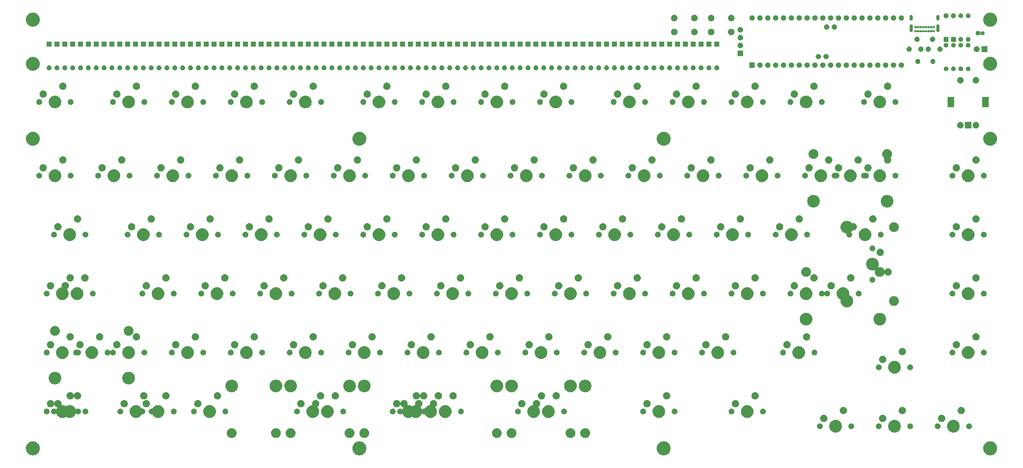
<source format=gbs>
G04 #@! TF.GenerationSoftware,KiCad,Pcbnew,(5.1.4)-1*
G04 #@! TF.CreationDate,2021-09-06T19:14:00+08:00*
G04 #@! TF.ProjectId,HerringbonePro,48657272-696e-4676-926f-6e6550726f2e,rev?*
G04 #@! TF.SameCoordinates,Original*
G04 #@! TF.FileFunction,Soldermask,Bot*
G04 #@! TF.FilePolarity,Negative*
%FSLAX46Y46*%
G04 Gerber Fmt 4.6, Leading zero omitted, Abs format (unit mm)*
G04 Created by KiCad (PCBNEW (5.1.4)-1) date 2021-09-06 19:14:00*
%MOMM*%
%LPD*%
G04 APERTURE LIST*
%ADD10C,1.000000*%
G04 APERTURE END LIST*
D10*
G36*
X98700880Y-109678526D02*
G01*
X99081593Y-109754254D01*
X99491249Y-109923939D01*
X99859929Y-110170284D01*
X100173466Y-110483821D01*
X100419811Y-110852501D01*
X100589496Y-111262157D01*
X100676000Y-111697046D01*
X100676000Y-112140454D01*
X100589496Y-112575343D01*
X100419811Y-112984999D01*
X100173466Y-113353679D01*
X99859929Y-113667216D01*
X99491249Y-113913561D01*
X99081593Y-114083246D01*
X98700880Y-114158974D01*
X98646705Y-114169750D01*
X98203295Y-114169750D01*
X98149120Y-114158974D01*
X97768407Y-114083246D01*
X97358751Y-113913561D01*
X96990071Y-113667216D01*
X96676534Y-113353679D01*
X96430189Y-112984999D01*
X96260504Y-112575343D01*
X96174000Y-112140454D01*
X96174000Y-111697046D01*
X96260504Y-111262157D01*
X96430189Y-110852501D01*
X96676534Y-110483821D01*
X96990071Y-110170284D01*
X97358751Y-109923939D01*
X97768407Y-109754254D01*
X98149120Y-109678526D01*
X98203295Y-109667750D01*
X98646705Y-109667750D01*
X98700880Y-109678526D01*
X98700880Y-109678526D01*
G37*
G36*
X197125880Y-109678526D02*
G01*
X197506593Y-109754254D01*
X197916249Y-109923939D01*
X198284929Y-110170284D01*
X198598466Y-110483821D01*
X198844811Y-110852501D01*
X199014496Y-111262157D01*
X199101000Y-111697046D01*
X199101000Y-112140454D01*
X199014496Y-112575343D01*
X198844811Y-112984999D01*
X198598466Y-113353679D01*
X198284929Y-113667216D01*
X197916249Y-113913561D01*
X197506593Y-114083246D01*
X197125880Y-114158974D01*
X197071705Y-114169750D01*
X196628295Y-114169750D01*
X196574120Y-114158974D01*
X196193407Y-114083246D01*
X195783751Y-113913561D01*
X195415071Y-113667216D01*
X195101534Y-113353679D01*
X194855189Y-112984999D01*
X194685504Y-112575343D01*
X194599000Y-112140454D01*
X194599000Y-111697046D01*
X194685504Y-111262157D01*
X194855189Y-110852501D01*
X195101534Y-110483821D01*
X195415071Y-110170284D01*
X195783751Y-109923939D01*
X196193407Y-109754254D01*
X196574120Y-109678526D01*
X196628295Y-109667750D01*
X197071705Y-109667750D01*
X197125880Y-109678526D01*
X197125880Y-109678526D01*
G37*
G36*
X302694630Y-109678526D02*
G01*
X303075343Y-109754254D01*
X303484999Y-109923939D01*
X303853679Y-110170284D01*
X304167216Y-110483821D01*
X304413561Y-110852501D01*
X304583246Y-111262157D01*
X304669750Y-111697046D01*
X304669750Y-112140454D01*
X304583246Y-112575343D01*
X304413561Y-112984999D01*
X304167216Y-113353679D01*
X303853679Y-113667216D01*
X303484999Y-113913561D01*
X303075343Y-114083246D01*
X302694630Y-114158974D01*
X302640455Y-114169750D01*
X302197045Y-114169750D01*
X302142870Y-114158974D01*
X301762157Y-114083246D01*
X301352501Y-113913561D01*
X300983821Y-113667216D01*
X300670284Y-113353679D01*
X300423939Y-112984999D01*
X300254254Y-112575343D01*
X300167750Y-112140454D01*
X300167750Y-111697046D01*
X300254254Y-111262157D01*
X300423939Y-110852501D01*
X300670284Y-110483821D01*
X300983821Y-110170284D01*
X301352501Y-109923939D01*
X301762157Y-109754254D01*
X302142870Y-109678526D01*
X302197045Y-109667750D01*
X302640455Y-109667750D01*
X302694630Y-109678526D01*
X302694630Y-109678526D01*
G37*
G36*
X-6867870Y-109678526D02*
G01*
X-6487157Y-109754254D01*
X-6077501Y-109923939D01*
X-5708821Y-110170284D01*
X-5395284Y-110483821D01*
X-5148939Y-110852501D01*
X-4979254Y-111262157D01*
X-4892750Y-111697046D01*
X-4892750Y-112140454D01*
X-4979254Y-112575343D01*
X-5148939Y-112984999D01*
X-5395284Y-113353679D01*
X-5708821Y-113667216D01*
X-6077501Y-113913561D01*
X-6487157Y-114083246D01*
X-6867870Y-114158974D01*
X-6922045Y-114169750D01*
X-7365455Y-114169750D01*
X-7419630Y-114158974D01*
X-7800343Y-114083246D01*
X-8209999Y-113913561D01*
X-8578679Y-113667216D01*
X-8892216Y-113353679D01*
X-9138561Y-112984999D01*
X-9308246Y-112575343D01*
X-9394750Y-112140454D01*
X-9394750Y-111697046D01*
X-9308246Y-111262157D01*
X-9138561Y-110852501D01*
X-8892216Y-110483821D01*
X-8578679Y-110170284D01*
X-8209999Y-109923939D01*
X-7800343Y-109754254D01*
X-7419630Y-109678526D01*
X-7365455Y-109667750D01*
X-6922045Y-109667750D01*
X-6867870Y-109678526D01*
X-6867870Y-109678526D01*
G37*
G36*
X143334411Y-105483026D02*
G01*
X143453137Y-105532204D01*
X143621041Y-105601752D01*
X143621042Y-105601753D01*
X143879004Y-105774117D01*
X144098383Y-105993496D01*
X144213553Y-106165861D01*
X144270748Y-106251459D01*
X144389474Y-106538090D01*
X144450000Y-106842375D01*
X144450000Y-107152625D01*
X144389474Y-107456910D01*
X144270748Y-107743541D01*
X144270747Y-107743542D01*
X144098383Y-108001504D01*
X143879004Y-108220883D01*
X143706639Y-108336053D01*
X143621041Y-108393248D01*
X143453137Y-108462796D01*
X143334411Y-108511974D01*
X143030125Y-108572500D01*
X142719875Y-108572500D01*
X142415589Y-108511974D01*
X142296863Y-108462796D01*
X142128959Y-108393248D01*
X142043361Y-108336053D01*
X141870996Y-108220883D01*
X141651617Y-108001504D01*
X141479253Y-107743542D01*
X141479252Y-107743541D01*
X141360526Y-107456910D01*
X141300000Y-107152625D01*
X141300000Y-106842375D01*
X141360526Y-106538090D01*
X141479252Y-106251459D01*
X141536447Y-106165861D01*
X141651617Y-105993496D01*
X141870996Y-105774117D01*
X142128958Y-105601753D01*
X142128959Y-105601752D01*
X142296863Y-105532204D01*
X142415589Y-105483026D01*
X142719875Y-105422500D01*
X143030125Y-105422500D01*
X143334411Y-105483026D01*
X143334411Y-105483026D01*
G37*
G36*
X167146911Y-105483026D02*
G01*
X167265637Y-105532204D01*
X167433541Y-105601752D01*
X167433542Y-105601753D01*
X167691504Y-105774117D01*
X167910883Y-105993496D01*
X168026053Y-106165861D01*
X168083248Y-106251459D01*
X168201974Y-106538090D01*
X168262500Y-106842375D01*
X168262500Y-107152625D01*
X168201974Y-107456910D01*
X168083248Y-107743541D01*
X168083247Y-107743542D01*
X167910883Y-108001504D01*
X167691504Y-108220883D01*
X167519139Y-108336053D01*
X167433541Y-108393248D01*
X167265637Y-108462796D01*
X167146911Y-108511974D01*
X166842625Y-108572500D01*
X166532375Y-108572500D01*
X166228089Y-108511974D01*
X166109363Y-108462796D01*
X165941459Y-108393248D01*
X165855861Y-108336053D01*
X165683496Y-108220883D01*
X165464117Y-108001504D01*
X165291753Y-107743542D01*
X165291752Y-107743541D01*
X165173026Y-107456910D01*
X165112500Y-107152625D01*
X165112500Y-106842375D01*
X165173026Y-106538090D01*
X165291752Y-106251459D01*
X165348947Y-106165861D01*
X165464117Y-105993496D01*
X165683496Y-105774117D01*
X165941458Y-105601753D01*
X165941459Y-105601752D01*
X166109363Y-105532204D01*
X166228089Y-105483026D01*
X166532375Y-105422500D01*
X166842625Y-105422500D01*
X167146911Y-105483026D01*
X167146911Y-105483026D01*
G37*
G36*
X71903261Y-105483026D02*
G01*
X72021987Y-105532204D01*
X72189891Y-105601752D01*
X72189892Y-105601753D01*
X72447854Y-105774117D01*
X72667233Y-105993496D01*
X72782403Y-106165861D01*
X72839598Y-106251459D01*
X72958324Y-106538090D01*
X73018850Y-106842375D01*
X73018850Y-107152625D01*
X72958324Y-107456910D01*
X72839598Y-107743541D01*
X72839597Y-107743542D01*
X72667233Y-108001504D01*
X72447854Y-108220883D01*
X72275489Y-108336053D01*
X72189891Y-108393248D01*
X72021987Y-108462796D01*
X71903261Y-108511974D01*
X71598975Y-108572500D01*
X71282375Y-108572500D01*
X70978089Y-108511974D01*
X70859363Y-108462796D01*
X70691459Y-108393248D01*
X70605861Y-108336053D01*
X70433496Y-108220883D01*
X70214117Y-108001504D01*
X70041753Y-107743542D01*
X70041752Y-107743541D01*
X69923026Y-107456910D01*
X69862500Y-107152625D01*
X69862500Y-106842375D01*
X69923026Y-106538090D01*
X70041752Y-106251459D01*
X70098947Y-106165861D01*
X70214117Y-105993496D01*
X70433496Y-105774117D01*
X70691458Y-105601753D01*
X70691459Y-105601752D01*
X70859363Y-105532204D01*
X70978089Y-105483026D01*
X71282375Y-105422500D01*
X71598975Y-105422500D01*
X71903261Y-105483026D01*
X71903261Y-105483026D01*
G37*
G36*
X95709411Y-105483026D02*
G01*
X95828137Y-105532204D01*
X95996041Y-105601752D01*
X95996042Y-105601753D01*
X96254004Y-105774117D01*
X96473383Y-105993496D01*
X96588553Y-106165861D01*
X96645748Y-106251459D01*
X96764474Y-106538090D01*
X96825000Y-106842375D01*
X96825000Y-107152625D01*
X96764474Y-107456910D01*
X96645748Y-107743541D01*
X96645747Y-107743542D01*
X96473383Y-108001504D01*
X96254004Y-108220883D01*
X96081639Y-108336053D01*
X95996041Y-108393248D01*
X95828137Y-108462796D01*
X95709411Y-108511974D01*
X95405125Y-108572500D01*
X95094875Y-108572500D01*
X94790589Y-108511974D01*
X94671863Y-108462796D01*
X94503959Y-108393248D01*
X94418361Y-108336053D01*
X94245996Y-108220883D01*
X94026617Y-108001504D01*
X93854253Y-107743542D01*
X93854252Y-107743541D01*
X93735526Y-107456910D01*
X93675000Y-107152625D01*
X93675000Y-106842375D01*
X93735526Y-106538090D01*
X93854252Y-106251459D01*
X93911447Y-106165861D01*
X94026617Y-105993496D01*
X94245996Y-105774117D01*
X94503958Y-105601753D01*
X94503959Y-105601752D01*
X94671863Y-105532204D01*
X94790589Y-105483026D01*
X95094875Y-105422500D01*
X95405125Y-105422500D01*
X95709411Y-105483026D01*
X95709411Y-105483026D01*
G37*
G36*
X148096911Y-105483026D02*
G01*
X148215637Y-105532204D01*
X148383541Y-105601752D01*
X148383542Y-105601753D01*
X148641504Y-105774117D01*
X148860883Y-105993496D01*
X148976053Y-106165861D01*
X149033248Y-106251459D01*
X149151974Y-106538090D01*
X149212500Y-106842375D01*
X149212500Y-107152625D01*
X149151974Y-107456910D01*
X149033248Y-107743541D01*
X149033247Y-107743542D01*
X148860883Y-108001504D01*
X148641504Y-108220883D01*
X148469139Y-108336053D01*
X148383541Y-108393248D01*
X148215637Y-108462796D01*
X148096911Y-108511974D01*
X147792625Y-108572500D01*
X147482375Y-108572500D01*
X147178089Y-108511974D01*
X147059363Y-108462796D01*
X146891459Y-108393248D01*
X146805861Y-108336053D01*
X146633496Y-108220883D01*
X146414117Y-108001504D01*
X146241753Y-107743542D01*
X146241752Y-107743541D01*
X146123026Y-107456910D01*
X146062500Y-107152625D01*
X146062500Y-106842375D01*
X146123026Y-106538090D01*
X146241752Y-106251459D01*
X146298947Y-106165861D01*
X146414117Y-105993496D01*
X146633496Y-105774117D01*
X146891458Y-105601753D01*
X146891459Y-105601752D01*
X147059363Y-105532204D01*
X147178089Y-105483026D01*
X147482375Y-105422500D01*
X147792625Y-105422500D01*
X148096911Y-105483026D01*
X148096911Y-105483026D01*
G37*
G36*
X171909411Y-105483026D02*
G01*
X172028137Y-105532204D01*
X172196041Y-105601752D01*
X172196042Y-105601753D01*
X172454004Y-105774117D01*
X172673383Y-105993496D01*
X172788553Y-106165861D01*
X172845748Y-106251459D01*
X172964474Y-106538090D01*
X173025000Y-106842375D01*
X173025000Y-107152625D01*
X172964474Y-107456910D01*
X172845748Y-107743541D01*
X172845747Y-107743542D01*
X172673383Y-108001504D01*
X172454004Y-108220883D01*
X172281639Y-108336053D01*
X172196041Y-108393248D01*
X172028137Y-108462796D01*
X171909411Y-108511974D01*
X171605125Y-108572500D01*
X171288525Y-108572500D01*
X170984239Y-108511974D01*
X170865513Y-108462796D01*
X170697609Y-108393248D01*
X170612011Y-108336053D01*
X170439646Y-108220883D01*
X170220267Y-108001504D01*
X170047903Y-107743542D01*
X170047902Y-107743541D01*
X169929176Y-107456910D01*
X169868650Y-107152625D01*
X169868650Y-106842375D01*
X169929176Y-106538090D01*
X170047902Y-106251459D01*
X170105097Y-106165861D01*
X170220267Y-105993496D01*
X170439646Y-105774117D01*
X170697608Y-105601753D01*
X170697609Y-105601752D01*
X170865513Y-105532204D01*
X170984239Y-105483026D01*
X171288525Y-105422500D01*
X171605125Y-105422500D01*
X171909411Y-105483026D01*
X171909411Y-105483026D01*
G37*
G36*
X76659411Y-105483026D02*
G01*
X76778137Y-105532204D01*
X76946041Y-105601752D01*
X76946042Y-105601753D01*
X77204004Y-105774117D01*
X77423383Y-105993496D01*
X77538553Y-106165861D01*
X77595748Y-106251459D01*
X77714474Y-106538090D01*
X77775000Y-106842375D01*
X77775000Y-107152625D01*
X77714474Y-107456910D01*
X77595748Y-107743541D01*
X77595747Y-107743542D01*
X77423383Y-108001504D01*
X77204004Y-108220883D01*
X77031639Y-108336053D01*
X76946041Y-108393248D01*
X76778137Y-108462796D01*
X76659411Y-108511974D01*
X76355125Y-108572500D01*
X76044875Y-108572500D01*
X75740589Y-108511974D01*
X75621863Y-108462796D01*
X75453959Y-108393248D01*
X75368361Y-108336053D01*
X75195996Y-108220883D01*
X74976617Y-108001504D01*
X74804253Y-107743542D01*
X74804252Y-107743541D01*
X74685526Y-107456910D01*
X74625000Y-107152625D01*
X74625000Y-106842375D01*
X74685526Y-106538090D01*
X74804252Y-106251459D01*
X74861447Y-106165861D01*
X74976617Y-105993496D01*
X75195996Y-105774117D01*
X75453958Y-105601753D01*
X75453959Y-105601752D01*
X75621863Y-105532204D01*
X75740589Y-105483026D01*
X76044875Y-105422500D01*
X76355125Y-105422500D01*
X76659411Y-105483026D01*
X76659411Y-105483026D01*
G37*
G36*
X57609411Y-105483026D02*
G01*
X57728137Y-105532204D01*
X57896041Y-105601752D01*
X57896042Y-105601753D01*
X58154004Y-105774117D01*
X58373383Y-105993496D01*
X58488553Y-106165861D01*
X58545748Y-106251459D01*
X58664474Y-106538090D01*
X58725000Y-106842375D01*
X58725000Y-107152625D01*
X58664474Y-107456910D01*
X58545748Y-107743541D01*
X58545747Y-107743542D01*
X58373383Y-108001504D01*
X58154004Y-108220883D01*
X57981639Y-108336053D01*
X57896041Y-108393248D01*
X57728137Y-108462796D01*
X57609411Y-108511974D01*
X57305125Y-108572500D01*
X56994875Y-108572500D01*
X56690589Y-108511974D01*
X56571863Y-108462796D01*
X56403959Y-108393248D01*
X56318361Y-108336053D01*
X56145996Y-108220883D01*
X55926617Y-108001504D01*
X55754253Y-107743542D01*
X55754252Y-107743541D01*
X55635526Y-107456910D01*
X55575000Y-107152625D01*
X55575000Y-106842375D01*
X55635526Y-106538090D01*
X55754252Y-106251459D01*
X55811447Y-106165861D01*
X55926617Y-105993496D01*
X56145996Y-105774117D01*
X56403958Y-105601753D01*
X56403959Y-105601752D01*
X56571863Y-105532204D01*
X56690589Y-105483026D01*
X56994875Y-105422500D01*
X57305125Y-105422500D01*
X57609411Y-105483026D01*
X57609411Y-105483026D01*
G37*
G36*
X100471911Y-105483026D02*
G01*
X100590637Y-105532204D01*
X100758541Y-105601752D01*
X100758542Y-105601753D01*
X101016504Y-105774117D01*
X101235883Y-105993496D01*
X101351053Y-106165861D01*
X101408248Y-106251459D01*
X101526974Y-106538090D01*
X101587500Y-106842375D01*
X101587500Y-107152625D01*
X101526974Y-107456910D01*
X101408248Y-107743541D01*
X101408247Y-107743542D01*
X101235883Y-108001504D01*
X101016504Y-108220883D01*
X100844139Y-108336053D01*
X100758541Y-108393248D01*
X100590637Y-108462796D01*
X100471911Y-108511974D01*
X100167625Y-108572500D01*
X99857375Y-108572500D01*
X99553089Y-108511974D01*
X99434363Y-108462796D01*
X99266459Y-108393248D01*
X99180861Y-108336053D01*
X99008496Y-108220883D01*
X98789117Y-108001504D01*
X98616753Y-107743542D01*
X98616752Y-107743541D01*
X98498026Y-107456910D01*
X98437500Y-107152625D01*
X98437500Y-106842375D01*
X98498026Y-106538090D01*
X98616752Y-106251459D01*
X98673947Y-106165861D01*
X98789117Y-105993496D01*
X99008496Y-105774117D01*
X99266458Y-105601753D01*
X99266459Y-105601752D01*
X99434363Y-105532204D01*
X99553089Y-105483026D01*
X99857375Y-105422500D01*
X100167625Y-105422500D01*
X100471911Y-105483026D01*
X100471911Y-105483026D01*
G37*
G36*
X291108974Y-102808684D02*
G01*
X291326974Y-102898983D01*
X291481123Y-102962833D01*
X291816048Y-103186623D01*
X292100877Y-103471452D01*
X292324667Y-103806377D01*
X292357062Y-103884586D01*
X292478816Y-104178526D01*
X292557400Y-104573594D01*
X292557400Y-104976406D01*
X292478816Y-105371474D01*
X292427951Y-105494272D01*
X292324667Y-105743623D01*
X292100877Y-106078548D01*
X291816048Y-106363377D01*
X291481123Y-106587167D01*
X291326974Y-106651017D01*
X291108974Y-106741316D01*
X290713906Y-106819900D01*
X290311094Y-106819900D01*
X289916026Y-106741316D01*
X289698026Y-106651017D01*
X289543877Y-106587167D01*
X289208952Y-106363377D01*
X288924123Y-106078548D01*
X288700333Y-105743623D01*
X288597049Y-105494272D01*
X288546184Y-105371474D01*
X288467600Y-104976406D01*
X288467600Y-104573594D01*
X288546184Y-104178526D01*
X288667938Y-103884586D01*
X288700333Y-103806377D01*
X288924123Y-103471452D01*
X289208952Y-103186623D01*
X289543877Y-102962833D01*
X289698026Y-102898983D01*
X289916026Y-102808684D01*
X290311094Y-102730100D01*
X290713906Y-102730100D01*
X291108974Y-102808684D01*
X291108974Y-102808684D01*
G37*
G36*
X272058974Y-102808684D02*
G01*
X272276974Y-102898983D01*
X272431123Y-102962833D01*
X272766048Y-103186623D01*
X273050877Y-103471452D01*
X273274667Y-103806377D01*
X273307062Y-103884586D01*
X273428816Y-104178526D01*
X273507400Y-104573594D01*
X273507400Y-104976406D01*
X273428816Y-105371474D01*
X273377951Y-105494272D01*
X273274667Y-105743623D01*
X273050877Y-106078548D01*
X272766048Y-106363377D01*
X272431123Y-106587167D01*
X272276974Y-106651017D01*
X272058974Y-106741316D01*
X271663906Y-106819900D01*
X271261094Y-106819900D01*
X270866026Y-106741316D01*
X270648026Y-106651017D01*
X270493877Y-106587167D01*
X270158952Y-106363377D01*
X269874123Y-106078548D01*
X269650333Y-105743623D01*
X269547049Y-105494272D01*
X269496184Y-105371474D01*
X269417600Y-104976406D01*
X269417600Y-104573594D01*
X269496184Y-104178526D01*
X269617938Y-103884586D01*
X269650333Y-103806377D01*
X269874123Y-103471452D01*
X270158952Y-103186623D01*
X270493877Y-102962833D01*
X270648026Y-102898983D01*
X270866026Y-102808684D01*
X271261094Y-102730100D01*
X271663906Y-102730100D01*
X272058974Y-102808684D01*
X272058974Y-102808684D01*
G37*
G36*
X253008974Y-102808684D02*
G01*
X253226974Y-102898983D01*
X253381123Y-102962833D01*
X253716048Y-103186623D01*
X254000877Y-103471452D01*
X254224667Y-103806377D01*
X254257062Y-103884586D01*
X254378816Y-104178526D01*
X254457400Y-104573594D01*
X254457400Y-104976406D01*
X254378816Y-105371474D01*
X254327951Y-105494272D01*
X254224667Y-105743623D01*
X254000877Y-106078548D01*
X253716048Y-106363377D01*
X253381123Y-106587167D01*
X253226974Y-106651017D01*
X253008974Y-106741316D01*
X252613906Y-106819900D01*
X252211094Y-106819900D01*
X251816026Y-106741316D01*
X251598026Y-106651017D01*
X251443877Y-106587167D01*
X251108952Y-106363377D01*
X250824123Y-106078548D01*
X250600333Y-105743623D01*
X250497049Y-105494272D01*
X250446184Y-105371474D01*
X250367600Y-104976406D01*
X250367600Y-104573594D01*
X250446184Y-104178526D01*
X250567938Y-103884586D01*
X250600333Y-103806377D01*
X250824123Y-103471452D01*
X251108952Y-103186623D01*
X251443877Y-102962833D01*
X251598026Y-102898983D01*
X251816026Y-102808684D01*
X252211094Y-102730100D01*
X252613906Y-102730100D01*
X253008974Y-102808684D01*
X253008974Y-102808684D01*
G37*
G36*
X266652604Y-103884585D02*
G01*
X266821126Y-103954389D01*
X266972791Y-104055728D01*
X267101772Y-104184709D01*
X267203111Y-104336374D01*
X267272915Y-104504896D01*
X267308500Y-104683797D01*
X267308500Y-104866203D01*
X267272915Y-105045104D01*
X267203111Y-105213626D01*
X267101772Y-105365291D01*
X266972791Y-105494272D01*
X266821126Y-105595611D01*
X266652604Y-105665415D01*
X266473703Y-105701000D01*
X266291297Y-105701000D01*
X266112396Y-105665415D01*
X265943874Y-105595611D01*
X265792209Y-105494272D01*
X265663228Y-105365291D01*
X265561889Y-105213626D01*
X265492085Y-105045104D01*
X265456500Y-104866203D01*
X265456500Y-104683797D01*
X265492085Y-104504896D01*
X265561889Y-104336374D01*
X265663228Y-104184709D01*
X265792209Y-104055728D01*
X265943874Y-103954389D01*
X266112396Y-103884585D01*
X266291297Y-103849000D01*
X266473703Y-103849000D01*
X266652604Y-103884585D01*
X266652604Y-103884585D01*
G37*
G36*
X247602604Y-103884585D02*
G01*
X247771126Y-103954389D01*
X247922791Y-104055728D01*
X248051772Y-104184709D01*
X248153111Y-104336374D01*
X248222915Y-104504896D01*
X248258500Y-104683797D01*
X248258500Y-104866203D01*
X248222915Y-105045104D01*
X248153111Y-105213626D01*
X248051772Y-105365291D01*
X247922791Y-105494272D01*
X247771126Y-105595611D01*
X247602604Y-105665415D01*
X247423703Y-105701000D01*
X247241297Y-105701000D01*
X247062396Y-105665415D01*
X246893874Y-105595611D01*
X246742209Y-105494272D01*
X246613228Y-105365291D01*
X246511889Y-105213626D01*
X246442085Y-105045104D01*
X246406500Y-104866203D01*
X246406500Y-104683797D01*
X246442085Y-104504896D01*
X246511889Y-104336374D01*
X246613228Y-104184709D01*
X246742209Y-104055728D01*
X246893874Y-103954389D01*
X247062396Y-103884585D01*
X247241297Y-103849000D01*
X247423703Y-103849000D01*
X247602604Y-103884585D01*
X247602604Y-103884585D01*
G37*
G36*
X257762604Y-103884585D02*
G01*
X257931126Y-103954389D01*
X258082791Y-104055728D01*
X258211772Y-104184709D01*
X258313111Y-104336374D01*
X258382915Y-104504896D01*
X258418500Y-104683797D01*
X258418500Y-104866203D01*
X258382915Y-105045104D01*
X258313111Y-105213626D01*
X258211772Y-105365291D01*
X258082791Y-105494272D01*
X257931126Y-105595611D01*
X257762604Y-105665415D01*
X257583703Y-105701000D01*
X257401297Y-105701000D01*
X257222396Y-105665415D01*
X257053874Y-105595611D01*
X256902209Y-105494272D01*
X256773228Y-105365291D01*
X256671889Y-105213626D01*
X256602085Y-105045104D01*
X256566500Y-104866203D01*
X256566500Y-104683797D01*
X256602085Y-104504896D01*
X256671889Y-104336374D01*
X256773228Y-104184709D01*
X256902209Y-104055728D01*
X257053874Y-103954389D01*
X257222396Y-103884585D01*
X257401297Y-103849000D01*
X257583703Y-103849000D01*
X257762604Y-103884585D01*
X257762604Y-103884585D01*
G37*
G36*
X276812604Y-103884585D02*
G01*
X276981126Y-103954389D01*
X277132791Y-104055728D01*
X277261772Y-104184709D01*
X277363111Y-104336374D01*
X277432915Y-104504896D01*
X277468500Y-104683797D01*
X277468500Y-104866203D01*
X277432915Y-105045104D01*
X277363111Y-105213626D01*
X277261772Y-105365291D01*
X277132791Y-105494272D01*
X276981126Y-105595611D01*
X276812604Y-105665415D01*
X276633703Y-105701000D01*
X276451297Y-105701000D01*
X276272396Y-105665415D01*
X276103874Y-105595611D01*
X275952209Y-105494272D01*
X275823228Y-105365291D01*
X275721889Y-105213626D01*
X275652085Y-105045104D01*
X275616500Y-104866203D01*
X275616500Y-104683797D01*
X275652085Y-104504896D01*
X275721889Y-104336374D01*
X275823228Y-104184709D01*
X275952209Y-104055728D01*
X276103874Y-103954389D01*
X276272396Y-103884585D01*
X276451297Y-103849000D01*
X276633703Y-103849000D01*
X276812604Y-103884585D01*
X276812604Y-103884585D01*
G37*
G36*
X285702604Y-103884585D02*
G01*
X285871126Y-103954389D01*
X286022791Y-104055728D01*
X286151772Y-104184709D01*
X286253111Y-104336374D01*
X286322915Y-104504896D01*
X286358500Y-104683797D01*
X286358500Y-104866203D01*
X286322915Y-105045104D01*
X286253111Y-105213626D01*
X286151772Y-105365291D01*
X286022791Y-105494272D01*
X285871126Y-105595611D01*
X285702604Y-105665415D01*
X285523703Y-105701000D01*
X285341297Y-105701000D01*
X285162396Y-105665415D01*
X284993874Y-105595611D01*
X284842209Y-105494272D01*
X284713228Y-105365291D01*
X284611889Y-105213626D01*
X284542085Y-105045104D01*
X284506500Y-104866203D01*
X284506500Y-104683797D01*
X284542085Y-104504896D01*
X284611889Y-104336374D01*
X284713228Y-104184709D01*
X284842209Y-104055728D01*
X284993874Y-103954389D01*
X285162396Y-103884585D01*
X285341297Y-103849000D01*
X285523703Y-103849000D01*
X285702604Y-103884585D01*
X285702604Y-103884585D01*
G37*
G36*
X295862604Y-103884585D02*
G01*
X296031126Y-103954389D01*
X296182791Y-104055728D01*
X296311772Y-104184709D01*
X296413111Y-104336374D01*
X296482915Y-104504896D01*
X296518500Y-104683797D01*
X296518500Y-104866203D01*
X296482915Y-105045104D01*
X296413111Y-105213626D01*
X296311772Y-105365291D01*
X296182791Y-105494272D01*
X296031126Y-105595611D01*
X295862604Y-105665415D01*
X295683703Y-105701000D01*
X295501297Y-105701000D01*
X295322396Y-105665415D01*
X295153874Y-105595611D01*
X295002209Y-105494272D01*
X294873228Y-105365291D01*
X294771889Y-105213626D01*
X294702085Y-105045104D01*
X294666500Y-104866203D01*
X294666500Y-104683797D01*
X294702085Y-104504896D01*
X294771889Y-104336374D01*
X294873228Y-104184709D01*
X295002209Y-104055728D01*
X295153874Y-103954389D01*
X295322396Y-103884585D01*
X295501297Y-103849000D01*
X295683703Y-103849000D01*
X295862604Y-103884585D01*
X295862604Y-103884585D01*
G37*
G36*
X286894060Y-101074064D02*
G01*
X287045527Y-101104193D01*
X287259545Y-101192842D01*
X287259546Y-101192843D01*
X287452154Y-101321539D01*
X287615961Y-101485346D01*
X287693156Y-101600877D01*
X287744658Y-101677955D01*
X287833307Y-101891973D01*
X287878500Y-102119174D01*
X287878500Y-102350826D01*
X287833307Y-102578027D01*
X287744658Y-102792045D01*
X287744657Y-102792046D01*
X287615961Y-102984654D01*
X287452154Y-103148461D01*
X287395040Y-103186623D01*
X287259545Y-103277158D01*
X287045527Y-103365807D01*
X286894060Y-103395936D01*
X286818327Y-103411000D01*
X286586673Y-103411000D01*
X286510940Y-103395936D01*
X286359473Y-103365807D01*
X286145455Y-103277158D01*
X286009960Y-103186623D01*
X285952846Y-103148461D01*
X285789039Y-102984654D01*
X285660343Y-102792046D01*
X285660342Y-102792045D01*
X285571693Y-102578027D01*
X285526500Y-102350826D01*
X285526500Y-102119174D01*
X285571693Y-101891973D01*
X285660342Y-101677955D01*
X285711844Y-101600877D01*
X285789039Y-101485346D01*
X285952846Y-101321539D01*
X286145454Y-101192843D01*
X286145455Y-101192842D01*
X286359473Y-101104193D01*
X286510940Y-101074064D01*
X286586673Y-101059000D01*
X286818327Y-101059000D01*
X286894060Y-101074064D01*
X286894060Y-101074064D01*
G37*
G36*
X267844060Y-101074064D02*
G01*
X267995527Y-101104193D01*
X268209545Y-101192842D01*
X268209546Y-101192843D01*
X268402154Y-101321539D01*
X268565961Y-101485346D01*
X268643156Y-101600877D01*
X268694658Y-101677955D01*
X268783307Y-101891973D01*
X268828500Y-102119174D01*
X268828500Y-102350826D01*
X268783307Y-102578027D01*
X268694658Y-102792045D01*
X268694657Y-102792046D01*
X268565961Y-102984654D01*
X268402154Y-103148461D01*
X268345040Y-103186623D01*
X268209545Y-103277158D01*
X267995527Y-103365807D01*
X267844060Y-103395936D01*
X267768327Y-103411000D01*
X267536673Y-103411000D01*
X267460940Y-103395936D01*
X267309473Y-103365807D01*
X267095455Y-103277158D01*
X266959960Y-103186623D01*
X266902846Y-103148461D01*
X266739039Y-102984654D01*
X266610343Y-102792046D01*
X266610342Y-102792045D01*
X266521693Y-102578027D01*
X266476500Y-102350826D01*
X266476500Y-102119174D01*
X266521693Y-101891973D01*
X266610342Y-101677955D01*
X266661844Y-101600877D01*
X266739039Y-101485346D01*
X266902846Y-101321539D01*
X267095454Y-101192843D01*
X267095455Y-101192842D01*
X267309473Y-101104193D01*
X267460940Y-101074064D01*
X267536673Y-101059000D01*
X267768327Y-101059000D01*
X267844060Y-101074064D01*
X267844060Y-101074064D01*
G37*
G36*
X248794060Y-101074064D02*
G01*
X248945527Y-101104193D01*
X249159545Y-101192842D01*
X249159546Y-101192843D01*
X249352154Y-101321539D01*
X249515961Y-101485346D01*
X249593156Y-101600877D01*
X249644658Y-101677955D01*
X249733307Y-101891973D01*
X249778500Y-102119174D01*
X249778500Y-102350826D01*
X249733307Y-102578027D01*
X249644658Y-102792045D01*
X249644657Y-102792046D01*
X249515961Y-102984654D01*
X249352154Y-103148461D01*
X249295040Y-103186623D01*
X249159545Y-103277158D01*
X248945527Y-103365807D01*
X248794060Y-103395936D01*
X248718327Y-103411000D01*
X248486673Y-103411000D01*
X248410940Y-103395936D01*
X248259473Y-103365807D01*
X248045455Y-103277158D01*
X247909960Y-103186623D01*
X247852846Y-103148461D01*
X247689039Y-102984654D01*
X247560343Y-102792046D01*
X247560342Y-102792045D01*
X247471693Y-102578027D01*
X247426500Y-102350826D01*
X247426500Y-102119174D01*
X247471693Y-101891973D01*
X247560342Y-101677955D01*
X247611844Y-101600877D01*
X247689039Y-101485346D01*
X247852846Y-101321539D01*
X248045454Y-101192843D01*
X248045455Y-101192842D01*
X248259473Y-101104193D01*
X248410940Y-101074064D01*
X248486673Y-101059000D01*
X248718327Y-101059000D01*
X248794060Y-101074064D01*
X248794060Y-101074064D01*
G37*
G36*
X155925310Y-96311564D02*
G01*
X156076777Y-96341693D01*
X156290795Y-96430342D01*
X156290796Y-96430343D01*
X156483404Y-96559039D01*
X156647211Y-96722846D01*
X156733008Y-96851251D01*
X156775908Y-96915455D01*
X156864557Y-97129473D01*
X156909750Y-97356674D01*
X156909750Y-97588326D01*
X156864557Y-97815527D01*
X156775908Y-98029545D01*
X156775907Y-98029546D01*
X156647211Y-98222154D01*
X156483404Y-98385961D01*
X156426290Y-98424123D01*
X156348218Y-98476289D01*
X156329281Y-98491830D01*
X156313736Y-98510772D01*
X156302184Y-98532382D01*
X156295071Y-98555831D01*
X156292669Y-98580217D01*
X156295071Y-98604603D01*
X156302184Y-98628052D01*
X156313735Y-98649663D01*
X156329275Y-98668600D01*
X156369627Y-98708952D01*
X156593417Y-99043877D01*
X156625812Y-99122086D01*
X156747566Y-99416026D01*
X156826150Y-99811094D01*
X156826150Y-100213906D01*
X156747566Y-100608974D01*
X156696701Y-100731772D01*
X156593417Y-100981123D01*
X156369627Y-101316048D01*
X156084798Y-101600877D01*
X155749873Y-101824667D01*
X155595724Y-101888517D01*
X155377724Y-101978816D01*
X154982656Y-102057400D01*
X154579844Y-102057400D01*
X154184776Y-101978816D01*
X153966776Y-101888517D01*
X153812627Y-101824667D01*
X153477702Y-101600877D01*
X153192873Y-101316048D01*
X152969083Y-100981123D01*
X152865799Y-100731772D01*
X152814934Y-100608974D01*
X152736350Y-100213906D01*
X152736350Y-99811094D01*
X152814934Y-99416026D01*
X152936688Y-99122086D01*
X152969083Y-99043877D01*
X153192873Y-98708952D01*
X153477702Y-98424123D01*
X153812627Y-98200333D01*
X153966776Y-98136483D01*
X154184776Y-98046184D01*
X154509996Y-97981494D01*
X154533445Y-97974381D01*
X154555056Y-97962830D01*
X154573998Y-97947285D01*
X154589543Y-97928343D01*
X154601094Y-97906732D01*
X154608207Y-97883283D01*
X154610609Y-97858897D01*
X154608207Y-97834511D01*
X154603886Y-97820266D01*
X154557750Y-97588327D01*
X154557750Y-97356673D01*
X154602943Y-97129475D01*
X154602943Y-97129473D01*
X154691592Y-96915455D01*
X154734492Y-96851251D01*
X154820289Y-96722846D01*
X154984096Y-96559039D01*
X155176704Y-96430343D01*
X155176705Y-96430342D01*
X155390723Y-96341693D01*
X155542190Y-96311564D01*
X155617923Y-96296500D01*
X155849577Y-96296500D01*
X155925310Y-96311564D01*
X155925310Y-96311564D01*
G37*
G36*
X224433974Y-98046184D02*
G01*
X224651974Y-98136483D01*
X224806123Y-98200333D01*
X225141048Y-98424123D01*
X225425877Y-98708952D01*
X225649667Y-99043877D01*
X225682062Y-99122086D01*
X225803816Y-99416026D01*
X225882400Y-99811094D01*
X225882400Y-100213906D01*
X225803816Y-100608974D01*
X225752951Y-100731772D01*
X225649667Y-100981123D01*
X225425877Y-101316048D01*
X225141048Y-101600877D01*
X224806123Y-101824667D01*
X224651974Y-101888517D01*
X224433974Y-101978816D01*
X224038906Y-102057400D01*
X223636094Y-102057400D01*
X223241026Y-101978816D01*
X223023026Y-101888517D01*
X222868877Y-101824667D01*
X222533952Y-101600877D01*
X222249123Y-101316048D01*
X222025333Y-100981123D01*
X221922049Y-100731772D01*
X221871184Y-100608974D01*
X221792600Y-100213906D01*
X221792600Y-99811094D01*
X221871184Y-99416026D01*
X221992938Y-99122086D01*
X222025333Y-99043877D01*
X222249123Y-98708952D01*
X222533952Y-98424123D01*
X222868877Y-98200333D01*
X223023026Y-98136483D01*
X223241026Y-98046184D01*
X223636094Y-97967600D01*
X224038906Y-97967600D01*
X224433974Y-98046184D01*
X224433974Y-98046184D01*
G37*
G36*
X195858974Y-98046184D02*
G01*
X196076974Y-98136483D01*
X196231123Y-98200333D01*
X196566048Y-98424123D01*
X196850877Y-98708952D01*
X197074667Y-99043877D01*
X197107062Y-99122086D01*
X197228816Y-99416026D01*
X197307400Y-99811094D01*
X197307400Y-100213906D01*
X197228816Y-100608974D01*
X197177951Y-100731772D01*
X197074667Y-100981123D01*
X196850877Y-101316048D01*
X196566048Y-101600877D01*
X196231123Y-101824667D01*
X196076974Y-101888517D01*
X195858974Y-101978816D01*
X195463906Y-102057400D01*
X195061094Y-102057400D01*
X194666026Y-101978816D01*
X194448026Y-101888517D01*
X194293877Y-101824667D01*
X193958952Y-101600877D01*
X193674123Y-101316048D01*
X193450333Y-100981123D01*
X193347049Y-100731772D01*
X193296184Y-100608974D01*
X193217600Y-100213906D01*
X193217600Y-99811094D01*
X193296184Y-99416026D01*
X193417938Y-99122086D01*
X193450333Y-99043877D01*
X193674123Y-98708952D01*
X193958952Y-98424123D01*
X194293877Y-98200333D01*
X194448026Y-98136483D01*
X194666026Y-98046184D01*
X195061094Y-97967600D01*
X195463906Y-97967600D01*
X195858974Y-98046184D01*
X195858974Y-98046184D01*
G37*
G36*
X126802724Y-98046184D02*
G01*
X127020724Y-98136483D01*
X127174873Y-98200333D01*
X127509798Y-98424123D01*
X127794627Y-98708952D01*
X128018417Y-99043877D01*
X128050812Y-99122086D01*
X128172566Y-99416026D01*
X128251150Y-99811094D01*
X128251150Y-100213906D01*
X128172566Y-100608974D01*
X128121701Y-100731772D01*
X128018417Y-100981123D01*
X127794627Y-101316048D01*
X127509798Y-101600877D01*
X127174873Y-101824667D01*
X127020724Y-101888517D01*
X126802724Y-101978816D01*
X126407656Y-102057400D01*
X126004844Y-102057400D01*
X125609776Y-101978816D01*
X125391776Y-101888517D01*
X125237627Y-101824667D01*
X124902702Y-101600877D01*
X124617873Y-101316048D01*
X124394083Y-100981123D01*
X124290799Y-100731772D01*
X124239934Y-100608974D01*
X124161350Y-100213906D01*
X124161350Y-99811094D01*
X124239934Y-99416026D01*
X124361688Y-99122086D01*
X124394083Y-99043877D01*
X124617873Y-98708952D01*
X124902702Y-98424123D01*
X125237627Y-98200333D01*
X125391776Y-98136483D01*
X125609776Y-98046184D01*
X126004844Y-97967600D01*
X126407656Y-97967600D01*
X126802724Y-98046184D01*
X126802724Y-98046184D01*
G37*
G36*
X84487810Y-96311564D02*
G01*
X84639277Y-96341693D01*
X84853295Y-96430342D01*
X84853296Y-96430343D01*
X85045904Y-96559039D01*
X85209711Y-96722846D01*
X85295508Y-96851251D01*
X85338408Y-96915455D01*
X85427057Y-97129473D01*
X85472250Y-97356674D01*
X85472250Y-97588326D01*
X85427057Y-97815527D01*
X85338408Y-98029545D01*
X85338407Y-98029546D01*
X85209711Y-98222154D01*
X85045904Y-98385961D01*
X84988790Y-98424123D01*
X84910718Y-98476289D01*
X84891781Y-98491830D01*
X84876236Y-98510772D01*
X84864684Y-98532382D01*
X84857571Y-98555831D01*
X84855169Y-98580217D01*
X84857571Y-98604603D01*
X84864684Y-98628052D01*
X84876235Y-98649663D01*
X84891775Y-98668600D01*
X84932127Y-98708952D01*
X85155917Y-99043877D01*
X85188312Y-99122086D01*
X85310066Y-99416026D01*
X85388650Y-99811094D01*
X85388650Y-100213906D01*
X85310066Y-100608974D01*
X85259201Y-100731772D01*
X85155917Y-100981123D01*
X84932127Y-101316048D01*
X84647298Y-101600877D01*
X84312373Y-101824667D01*
X84158224Y-101888517D01*
X83940224Y-101978816D01*
X83545156Y-102057400D01*
X83142344Y-102057400D01*
X82747276Y-101978816D01*
X82529276Y-101888517D01*
X82375127Y-101824667D01*
X82040202Y-101600877D01*
X81755373Y-101316048D01*
X81531583Y-100981123D01*
X81428299Y-100731772D01*
X81377434Y-100608974D01*
X81298850Y-100213906D01*
X81298850Y-99811094D01*
X81377434Y-99416026D01*
X81499188Y-99122086D01*
X81531583Y-99043877D01*
X81755373Y-98708952D01*
X82040202Y-98424123D01*
X82375127Y-98200333D01*
X82529276Y-98136483D01*
X82747276Y-98046184D01*
X83072496Y-97981494D01*
X83095945Y-97974381D01*
X83117556Y-97962830D01*
X83136498Y-97947285D01*
X83152043Y-97928343D01*
X83163594Y-97906732D01*
X83170707Y-97883283D01*
X83173109Y-97858897D01*
X83170707Y-97834511D01*
X83166386Y-97820266D01*
X83120250Y-97588327D01*
X83120250Y-97356673D01*
X83165443Y-97129475D01*
X83165443Y-97129473D01*
X83254092Y-96915455D01*
X83296992Y-96851251D01*
X83382789Y-96722846D01*
X83546596Y-96559039D01*
X83739204Y-96430343D01*
X83739205Y-96430342D01*
X83953223Y-96341693D01*
X84104690Y-96311564D01*
X84180423Y-96296500D01*
X84412077Y-96296500D01*
X84487810Y-96311564D01*
X84487810Y-96311564D01*
G37*
G36*
X-1237190Y-96311564D02*
G01*
X-1085723Y-96341693D01*
X-871705Y-96430342D01*
X-871704Y-96430343D01*
X-679096Y-96559039D01*
X-515289Y-96722846D01*
X-429492Y-96851251D01*
X-386592Y-96915455D01*
X-353606Y-96995091D01*
X-342058Y-97016696D01*
X-326513Y-97035638D01*
X-307571Y-97051183D01*
X-285960Y-97062734D01*
X-262511Y-97069847D01*
X-238125Y-97072249D01*
X-213739Y-97069847D01*
X-190290Y-97062734D01*
X-168679Y-97051183D01*
X-149737Y-97035638D01*
X-134192Y-97016696D01*
X-122644Y-96995091D01*
X-89658Y-96915455D01*
X-46758Y-96851251D01*
X39039Y-96722846D01*
X202846Y-96559039D01*
X395454Y-96430343D01*
X395455Y-96430342D01*
X609473Y-96341693D01*
X760940Y-96311564D01*
X836673Y-96296500D01*
X1068327Y-96296500D01*
X1144060Y-96311564D01*
X1295527Y-96341693D01*
X1509545Y-96430342D01*
X1509546Y-96430343D01*
X1702154Y-96559039D01*
X1865961Y-96722846D01*
X1951758Y-96851251D01*
X1994658Y-96915455D01*
X2083307Y-97129473D01*
X2083307Y-97129475D01*
X2128500Y-97356673D01*
X2128500Y-97588327D01*
X2082772Y-97818215D01*
X2080370Y-97842601D01*
X2082772Y-97866987D01*
X2089885Y-97890436D01*
X2101436Y-97912047D01*
X2116981Y-97930989D01*
X2135923Y-97946534D01*
X2157534Y-97958085D01*
X2180983Y-97965198D01*
X2205369Y-97967600D01*
X2582656Y-97967600D01*
X2977724Y-98046184D01*
X3195724Y-98136483D01*
X3349873Y-98200333D01*
X3382530Y-98222154D01*
X3502429Y-98302268D01*
X3524040Y-98313819D01*
X3547489Y-98320932D01*
X3571875Y-98323334D01*
X3596261Y-98320932D01*
X3619710Y-98313819D01*
X3641321Y-98302268D01*
X3761220Y-98222154D01*
X3793877Y-98200333D01*
X3948026Y-98136483D01*
X4166026Y-98046184D01*
X4561094Y-97967600D01*
X4963906Y-97967600D01*
X5358974Y-98046184D01*
X5576974Y-98136483D01*
X5731123Y-98200333D01*
X6066048Y-98424123D01*
X6350877Y-98708952D01*
X6574667Y-99043877D01*
X6607062Y-99122086D01*
X6662892Y-99256872D01*
X6674443Y-99278483D01*
X6689988Y-99297425D01*
X6708930Y-99312970D01*
X6730541Y-99324521D01*
X6753990Y-99331634D01*
X6778376Y-99334036D01*
X6802762Y-99331634D01*
X6826211Y-99324521D01*
X6847822Y-99312970D01*
X6866753Y-99297434D01*
X6870959Y-99293228D01*
X7022624Y-99191889D01*
X7191146Y-99122085D01*
X7370047Y-99086500D01*
X7552453Y-99086500D01*
X7731354Y-99122085D01*
X7899876Y-99191889D01*
X8051541Y-99293228D01*
X8180522Y-99422209D01*
X8281861Y-99573874D01*
X8351665Y-99742396D01*
X8387250Y-99921297D01*
X8387250Y-100103703D01*
X8351665Y-100282604D01*
X8281861Y-100451126D01*
X8180522Y-100602791D01*
X8051541Y-100731772D01*
X7899876Y-100833111D01*
X7731354Y-100902915D01*
X7552453Y-100938500D01*
X7370047Y-100938500D01*
X7191146Y-100902915D01*
X7022624Y-100833111D01*
X6870959Y-100731772D01*
X6866753Y-100727566D01*
X6847822Y-100712030D01*
X6826211Y-100700479D01*
X6802762Y-100693366D01*
X6778376Y-100690964D01*
X6753990Y-100693366D01*
X6730541Y-100700479D01*
X6708930Y-100712030D01*
X6689988Y-100727575D01*
X6674443Y-100746517D01*
X6662892Y-100768128D01*
X6574667Y-100981123D01*
X6350877Y-101316048D01*
X6066048Y-101600877D01*
X5731123Y-101824667D01*
X5576974Y-101888517D01*
X5358974Y-101978816D01*
X4963906Y-102057400D01*
X4561094Y-102057400D01*
X4166026Y-101978816D01*
X3948026Y-101888517D01*
X3793877Y-101824667D01*
X3641319Y-101722731D01*
X3619710Y-101711181D01*
X3596261Y-101704068D01*
X3571875Y-101701666D01*
X3547489Y-101704068D01*
X3524040Y-101711181D01*
X3502431Y-101722731D01*
X3349873Y-101824667D01*
X3195724Y-101888517D01*
X2977724Y-101978816D01*
X2582656Y-102057400D01*
X2179844Y-102057400D01*
X1784776Y-101978816D01*
X1566776Y-101888517D01*
X1412627Y-101824667D01*
X1077702Y-101600877D01*
X792873Y-101316048D01*
X569083Y-100981123D01*
X480858Y-100768128D01*
X469307Y-100746517D01*
X453762Y-100727575D01*
X434820Y-100712030D01*
X413209Y-100700479D01*
X389760Y-100693366D01*
X365374Y-100690964D01*
X340988Y-100693366D01*
X317539Y-100700479D01*
X295928Y-100712030D01*
X276997Y-100727566D01*
X272791Y-100731772D01*
X121126Y-100833111D01*
X-47396Y-100902915D01*
X-226297Y-100938500D01*
X-408703Y-100938500D01*
X-587604Y-100902915D01*
X-756126Y-100833111D01*
X-907791Y-100731772D01*
X-1036772Y-100602791D01*
X-1138111Y-100451126D01*
X-1207915Y-100282604D01*
X-1243500Y-100103703D01*
X-1243500Y-99921297D01*
X-1207915Y-99742396D01*
X-1138111Y-99573874D01*
X-1036772Y-99422209D01*
X-907791Y-99293228D01*
X-756126Y-99191889D01*
X-587604Y-99122085D01*
X-408703Y-99086500D01*
X-226297Y-99086500D01*
X-47396Y-99122085D01*
X121126Y-99191889D01*
X272791Y-99293228D01*
X276997Y-99297434D01*
X295928Y-99312970D01*
X317539Y-99324521D01*
X340988Y-99331634D01*
X365374Y-99334036D01*
X389760Y-99331634D01*
X413209Y-99324521D01*
X434820Y-99312970D01*
X453762Y-99297425D01*
X469307Y-99278483D01*
X480858Y-99256872D01*
X536688Y-99122086D01*
X569083Y-99043877D01*
X729734Y-98803446D01*
X741284Y-98781837D01*
X748397Y-98758388D01*
X750799Y-98734002D01*
X748397Y-98709616D01*
X741284Y-98686167D01*
X729733Y-98664556D01*
X714188Y-98645614D01*
X695246Y-98630069D01*
X673635Y-98618518D01*
X650189Y-98611406D01*
X609473Y-98603307D01*
X395455Y-98514658D01*
X259960Y-98424123D01*
X202846Y-98385961D01*
X39039Y-98222154D01*
X-89657Y-98029546D01*
X-89658Y-98029545D01*
X-122644Y-97949909D01*
X-134192Y-97928304D01*
X-149737Y-97909362D01*
X-168679Y-97893817D01*
X-190290Y-97882266D01*
X-213739Y-97875153D01*
X-238125Y-97872751D01*
X-262511Y-97875153D01*
X-285960Y-97882266D01*
X-307571Y-97893817D01*
X-326513Y-97909362D01*
X-342058Y-97928304D01*
X-353606Y-97949909D01*
X-386592Y-98029545D01*
X-386593Y-98029546D01*
X-515289Y-98222154D01*
X-679096Y-98385961D01*
X-736210Y-98424123D01*
X-871705Y-98514658D01*
X-1085723Y-98603307D01*
X-1210125Y-98628052D01*
X-1312923Y-98648500D01*
X-1544577Y-98648500D01*
X-1647375Y-98628052D01*
X-1771777Y-98603307D01*
X-1985795Y-98514658D01*
X-2121290Y-98424123D01*
X-2178404Y-98385961D01*
X-2342211Y-98222154D01*
X-2470907Y-98029546D01*
X-2470908Y-98029545D01*
X-2559557Y-97815527D01*
X-2604750Y-97588326D01*
X-2604750Y-97356674D01*
X-2559557Y-97129473D01*
X-2470908Y-96915455D01*
X-2428008Y-96851251D01*
X-2342211Y-96722846D01*
X-2178404Y-96559039D01*
X-1985796Y-96430343D01*
X-1985795Y-96430342D01*
X-1771777Y-96341693D01*
X-1620310Y-96311564D01*
X-1544577Y-96296500D01*
X-1312923Y-96296500D01*
X-1237190Y-96311564D01*
X-1237190Y-96311564D01*
G37*
G36*
X160140224Y-98046184D02*
G01*
X160358224Y-98136483D01*
X160512373Y-98200333D01*
X160847298Y-98424123D01*
X161132127Y-98708952D01*
X161355917Y-99043877D01*
X161388312Y-99122086D01*
X161510066Y-99416026D01*
X161588650Y-99811094D01*
X161588650Y-100213906D01*
X161510066Y-100608974D01*
X161459201Y-100731772D01*
X161355917Y-100981123D01*
X161132127Y-101316048D01*
X160847298Y-101600877D01*
X160512373Y-101824667D01*
X160358224Y-101888517D01*
X160140224Y-101978816D01*
X159745156Y-102057400D01*
X159342344Y-102057400D01*
X158947276Y-101978816D01*
X158729276Y-101888517D01*
X158575127Y-101824667D01*
X158240202Y-101600877D01*
X157955373Y-101316048D01*
X157731583Y-100981123D01*
X157628299Y-100731772D01*
X157577434Y-100608974D01*
X157498850Y-100213906D01*
X157498850Y-99811094D01*
X157577434Y-99416026D01*
X157699188Y-99122086D01*
X157731583Y-99043877D01*
X157955373Y-98708952D01*
X158240202Y-98424123D01*
X158575127Y-98200333D01*
X158729276Y-98136483D01*
X158947276Y-98046184D01*
X159342344Y-97967600D01*
X159745156Y-97967600D01*
X160140224Y-98046184D01*
X160140224Y-98046184D01*
G37*
G36*
X88702724Y-98046184D02*
G01*
X88920724Y-98136483D01*
X89074873Y-98200333D01*
X89409798Y-98424123D01*
X89694627Y-98708952D01*
X89918417Y-99043877D01*
X89950812Y-99122086D01*
X90072566Y-99416026D01*
X90151150Y-99811094D01*
X90151150Y-100213906D01*
X90072566Y-100608974D01*
X90021701Y-100731772D01*
X89918417Y-100981123D01*
X89694627Y-101316048D01*
X89409798Y-101600877D01*
X89074873Y-101824667D01*
X88920724Y-101888517D01*
X88702724Y-101978816D01*
X88307656Y-102057400D01*
X87904844Y-102057400D01*
X87509776Y-101978816D01*
X87291776Y-101888517D01*
X87137627Y-101824667D01*
X86802702Y-101600877D01*
X86517873Y-101316048D01*
X86294083Y-100981123D01*
X86190799Y-100731772D01*
X86139934Y-100608974D01*
X86061350Y-100213906D01*
X86061350Y-99811094D01*
X86139934Y-99416026D01*
X86261688Y-99122086D01*
X86294083Y-99043877D01*
X86517873Y-98708952D01*
X86802702Y-98424123D01*
X87137627Y-98200333D01*
X87291776Y-98136483D01*
X87509776Y-98046184D01*
X87904844Y-97967600D01*
X88307656Y-97967600D01*
X88702724Y-98046184D01*
X88702724Y-98046184D01*
G37*
G36*
X33933974Y-98046184D02*
G01*
X34151974Y-98136483D01*
X34306123Y-98200333D01*
X34641048Y-98424123D01*
X34925877Y-98708952D01*
X35149667Y-99043877D01*
X35182062Y-99122086D01*
X35303816Y-99416026D01*
X35382400Y-99811094D01*
X35382400Y-100213906D01*
X35303816Y-100608974D01*
X35252951Y-100731772D01*
X35149667Y-100981123D01*
X34925877Y-101316048D01*
X34641048Y-101600877D01*
X34306123Y-101824667D01*
X34151974Y-101888517D01*
X33933974Y-101978816D01*
X33538906Y-102057400D01*
X33136094Y-102057400D01*
X32741026Y-101978816D01*
X32523026Y-101888517D01*
X32368877Y-101824667D01*
X32033952Y-101600877D01*
X31749123Y-101316048D01*
X31527781Y-100984787D01*
X31512235Y-100965845D01*
X31493294Y-100950300D01*
X31471683Y-100938749D01*
X31448234Y-100931636D01*
X31423848Y-100929234D01*
X31399462Y-100931636D01*
X31364954Y-100938500D01*
X31182547Y-100938500D01*
X31003646Y-100902915D01*
X30835124Y-100833111D01*
X30683459Y-100731772D01*
X30554478Y-100602791D01*
X30453139Y-100451126D01*
X30383335Y-100282604D01*
X30347750Y-100103703D01*
X30347750Y-99921297D01*
X30383335Y-99742396D01*
X30453139Y-99573874D01*
X30554478Y-99422209D01*
X30683459Y-99293228D01*
X30835124Y-99191889D01*
X31003646Y-99122085D01*
X31182547Y-99086500D01*
X31364954Y-99086500D01*
X31399462Y-99093364D01*
X31423848Y-99095766D01*
X31448234Y-99093364D01*
X31471683Y-99086251D01*
X31493294Y-99074700D01*
X31512236Y-99059154D01*
X31527781Y-99040213D01*
X31732385Y-98734002D01*
X31749123Y-98708952D01*
X32033952Y-98424123D01*
X32368877Y-98200333D01*
X32523026Y-98136483D01*
X32741026Y-98046184D01*
X33136094Y-97967600D01*
X33538906Y-97967600D01*
X33933974Y-98046184D01*
X33933974Y-98046184D01*
G37*
G36*
X110681560Y-96311564D02*
G01*
X110833027Y-96341693D01*
X111047045Y-96430342D01*
X111047046Y-96430343D01*
X111239654Y-96559039D01*
X111403461Y-96722846D01*
X111489258Y-96851251D01*
X111532158Y-96915455D01*
X111565144Y-96995091D01*
X111576692Y-97016696D01*
X111592237Y-97035638D01*
X111611179Y-97051183D01*
X111632790Y-97062734D01*
X111656239Y-97069847D01*
X111680625Y-97072249D01*
X111705011Y-97069847D01*
X111728460Y-97062734D01*
X111750071Y-97051183D01*
X111769013Y-97035638D01*
X111784558Y-97016696D01*
X111796106Y-96995091D01*
X111829092Y-96915455D01*
X111871992Y-96851251D01*
X111957789Y-96722846D01*
X112121596Y-96559039D01*
X112314204Y-96430343D01*
X112314205Y-96430342D01*
X112528223Y-96341693D01*
X112679690Y-96311564D01*
X112755423Y-96296500D01*
X112987077Y-96296500D01*
X113062810Y-96311564D01*
X113214277Y-96341693D01*
X113428295Y-96430342D01*
X113428296Y-96430343D01*
X113620904Y-96559039D01*
X113784711Y-96722846D01*
X113870508Y-96851251D01*
X113913408Y-96915455D01*
X114002057Y-97129473D01*
X114002057Y-97129475D01*
X114047250Y-97356673D01*
X114047250Y-97588327D01*
X114001522Y-97818215D01*
X113999120Y-97842601D01*
X114001522Y-97866987D01*
X114008635Y-97890436D01*
X114020186Y-97912047D01*
X114035731Y-97930989D01*
X114054673Y-97946534D01*
X114076284Y-97958085D01*
X114099733Y-97965198D01*
X114124119Y-97967600D01*
X114501406Y-97967600D01*
X114896474Y-98046184D01*
X115114474Y-98136483D01*
X115268623Y-98200333D01*
X115301280Y-98222154D01*
X115421179Y-98302268D01*
X115442790Y-98313819D01*
X115466239Y-98320932D01*
X115490625Y-98323334D01*
X115515011Y-98320932D01*
X115538460Y-98313819D01*
X115560071Y-98302268D01*
X115679970Y-98222154D01*
X115712627Y-98200333D01*
X115866776Y-98136483D01*
X116084776Y-98046184D01*
X116409996Y-97981494D01*
X116433445Y-97974381D01*
X116455056Y-97962830D01*
X116473998Y-97947285D01*
X116489543Y-97928343D01*
X116501094Y-97906732D01*
X116508207Y-97883283D01*
X116510609Y-97858897D01*
X116508207Y-97834511D01*
X116503886Y-97820266D01*
X116457750Y-97588327D01*
X116457750Y-97356673D01*
X116502943Y-97129475D01*
X116502943Y-97129473D01*
X116591592Y-96915455D01*
X116634492Y-96851251D01*
X116720289Y-96722846D01*
X116884096Y-96559039D01*
X117076704Y-96430343D01*
X117076705Y-96430342D01*
X117290723Y-96341693D01*
X117442190Y-96311564D01*
X117517923Y-96296500D01*
X117749577Y-96296500D01*
X117825310Y-96311564D01*
X117976777Y-96341693D01*
X118190795Y-96430342D01*
X118190796Y-96430343D01*
X118383404Y-96559039D01*
X118547211Y-96722846D01*
X118633008Y-96851251D01*
X118675908Y-96915455D01*
X118764557Y-97129473D01*
X118809750Y-97356674D01*
X118809750Y-97588326D01*
X118764557Y-97815527D01*
X118675908Y-98029545D01*
X118675907Y-98029546D01*
X118547211Y-98222154D01*
X118383404Y-98385961D01*
X118326290Y-98424123D01*
X118248218Y-98476289D01*
X118229281Y-98491830D01*
X118213736Y-98510772D01*
X118202184Y-98532382D01*
X118195071Y-98555831D01*
X118192669Y-98580217D01*
X118195071Y-98604603D01*
X118202184Y-98628052D01*
X118213735Y-98649663D01*
X118229275Y-98668600D01*
X118269627Y-98708952D01*
X118493417Y-99043877D01*
X118525812Y-99122086D01*
X118581642Y-99256872D01*
X118593193Y-99278483D01*
X118608738Y-99297425D01*
X118627680Y-99312970D01*
X118649291Y-99324521D01*
X118672740Y-99331634D01*
X118697126Y-99334036D01*
X118721512Y-99331634D01*
X118744961Y-99324521D01*
X118766572Y-99312970D01*
X118785503Y-99297434D01*
X118789709Y-99293228D01*
X118941374Y-99191889D01*
X119109896Y-99122085D01*
X119288797Y-99086500D01*
X119471204Y-99086500D01*
X119505712Y-99093364D01*
X119530098Y-99095766D01*
X119554484Y-99093364D01*
X119577933Y-99086251D01*
X119599544Y-99074700D01*
X119618486Y-99059154D01*
X119634031Y-99040213D01*
X119838635Y-98734002D01*
X119855373Y-98708952D01*
X120140202Y-98424123D01*
X120475127Y-98200333D01*
X120629276Y-98136483D01*
X120847276Y-98046184D01*
X121172496Y-97981494D01*
X121195945Y-97974381D01*
X121217556Y-97962830D01*
X121236498Y-97947285D01*
X121252043Y-97928343D01*
X121263594Y-97906732D01*
X121270707Y-97883283D01*
X121273109Y-97858897D01*
X121270707Y-97834511D01*
X121266386Y-97820266D01*
X121220250Y-97588327D01*
X121220250Y-97356673D01*
X121265443Y-97129475D01*
X121265443Y-97129473D01*
X121354092Y-96915455D01*
X121396992Y-96851251D01*
X121482789Y-96722846D01*
X121646596Y-96559039D01*
X121839204Y-96430343D01*
X121839205Y-96430342D01*
X122053223Y-96341693D01*
X122204690Y-96311564D01*
X122280423Y-96296500D01*
X122512077Y-96296500D01*
X122587810Y-96311564D01*
X122739277Y-96341693D01*
X122953295Y-96430342D01*
X122953296Y-96430343D01*
X123145904Y-96559039D01*
X123309711Y-96722846D01*
X123395508Y-96851251D01*
X123438408Y-96915455D01*
X123527057Y-97129473D01*
X123572250Y-97356674D01*
X123572250Y-97588326D01*
X123527057Y-97815527D01*
X123438408Y-98029545D01*
X123438407Y-98029546D01*
X123309711Y-98222154D01*
X123145904Y-98385961D01*
X123088790Y-98424123D01*
X123010718Y-98476289D01*
X122991781Y-98491830D01*
X122976236Y-98510772D01*
X122964684Y-98532382D01*
X122957571Y-98555831D01*
X122955169Y-98580217D01*
X122957571Y-98604603D01*
X122964684Y-98628052D01*
X122976235Y-98649663D01*
X122991775Y-98668600D01*
X123032127Y-98708952D01*
X123255917Y-99043877D01*
X123288312Y-99122086D01*
X123410066Y-99416026D01*
X123488650Y-99811094D01*
X123488650Y-100213906D01*
X123410066Y-100608974D01*
X123359201Y-100731772D01*
X123255917Y-100981123D01*
X123032127Y-101316048D01*
X122747298Y-101600877D01*
X122412373Y-101824667D01*
X122258224Y-101888517D01*
X122040224Y-101978816D01*
X121645156Y-102057400D01*
X121242344Y-102057400D01*
X120847276Y-101978816D01*
X120629276Y-101888517D01*
X120475127Y-101824667D01*
X120140202Y-101600877D01*
X119855373Y-101316048D01*
X119634031Y-100984787D01*
X119618485Y-100965845D01*
X119599544Y-100950300D01*
X119577933Y-100938749D01*
X119554484Y-100931636D01*
X119530098Y-100929234D01*
X119505712Y-100931636D01*
X119471204Y-100938500D01*
X119288797Y-100938500D01*
X119109896Y-100902915D01*
X118941374Y-100833111D01*
X118789709Y-100731772D01*
X118785503Y-100727566D01*
X118766572Y-100712030D01*
X118744961Y-100700479D01*
X118721512Y-100693366D01*
X118697126Y-100690964D01*
X118672740Y-100693366D01*
X118649291Y-100700479D01*
X118627680Y-100712030D01*
X118608738Y-100727575D01*
X118593193Y-100746517D01*
X118581642Y-100768128D01*
X118493417Y-100981123D01*
X118269627Y-101316048D01*
X117984798Y-101600877D01*
X117649873Y-101824667D01*
X117495724Y-101888517D01*
X117277724Y-101978816D01*
X116882656Y-102057400D01*
X116479844Y-102057400D01*
X116084776Y-101978816D01*
X115866776Y-101888517D01*
X115712627Y-101824667D01*
X115560069Y-101722731D01*
X115538460Y-101711181D01*
X115515011Y-101704068D01*
X115490625Y-101701666D01*
X115466239Y-101704068D01*
X115442790Y-101711181D01*
X115421181Y-101722731D01*
X115268623Y-101824667D01*
X115114474Y-101888517D01*
X114896474Y-101978816D01*
X114501406Y-102057400D01*
X114098594Y-102057400D01*
X113703526Y-101978816D01*
X113485526Y-101888517D01*
X113331377Y-101824667D01*
X112996452Y-101600877D01*
X112711623Y-101316048D01*
X112487833Y-100981123D01*
X112399608Y-100768128D01*
X112388057Y-100746517D01*
X112372512Y-100727575D01*
X112353570Y-100712030D01*
X112331959Y-100700479D01*
X112308510Y-100693366D01*
X112284124Y-100690964D01*
X112259738Y-100693366D01*
X112236289Y-100700479D01*
X112214678Y-100712030D01*
X112195747Y-100727566D01*
X112191541Y-100731772D01*
X112039876Y-100833111D01*
X111871354Y-100902915D01*
X111692453Y-100938500D01*
X111510047Y-100938500D01*
X111331146Y-100902915D01*
X111162624Y-100833111D01*
X111010959Y-100731772D01*
X110881978Y-100602791D01*
X110780639Y-100451126D01*
X110710835Y-100282604D01*
X110675250Y-100103703D01*
X110675250Y-99921297D01*
X110710835Y-99742396D01*
X110780639Y-99573874D01*
X110881978Y-99422209D01*
X111010959Y-99293228D01*
X111162624Y-99191889D01*
X111331146Y-99122085D01*
X111510047Y-99086500D01*
X111692453Y-99086500D01*
X111871354Y-99122085D01*
X112039876Y-99191889D01*
X112191541Y-99293228D01*
X112195747Y-99297434D01*
X112214678Y-99312970D01*
X112236289Y-99324521D01*
X112259738Y-99331634D01*
X112284124Y-99334036D01*
X112308510Y-99331634D01*
X112331959Y-99324521D01*
X112353570Y-99312970D01*
X112372512Y-99297425D01*
X112388057Y-99278483D01*
X112399608Y-99256872D01*
X112455438Y-99122086D01*
X112487833Y-99043877D01*
X112648484Y-98803446D01*
X112660034Y-98781837D01*
X112667147Y-98758388D01*
X112669549Y-98734002D01*
X112667147Y-98709616D01*
X112660034Y-98686167D01*
X112648483Y-98664556D01*
X112632938Y-98645614D01*
X112613996Y-98630069D01*
X112592385Y-98618518D01*
X112568939Y-98611406D01*
X112528223Y-98603307D01*
X112314205Y-98514658D01*
X112178710Y-98424123D01*
X112121596Y-98385961D01*
X111957789Y-98222154D01*
X111829093Y-98029546D01*
X111829092Y-98029545D01*
X111796106Y-97949909D01*
X111784558Y-97928304D01*
X111769013Y-97909362D01*
X111750071Y-97893817D01*
X111728460Y-97882266D01*
X111705011Y-97875153D01*
X111680625Y-97872751D01*
X111656239Y-97875153D01*
X111632790Y-97882266D01*
X111611179Y-97893817D01*
X111592237Y-97909362D01*
X111576692Y-97928304D01*
X111565144Y-97949909D01*
X111532158Y-98029545D01*
X111532157Y-98029546D01*
X111403461Y-98222154D01*
X111239654Y-98385961D01*
X111182540Y-98424123D01*
X111047045Y-98514658D01*
X110833027Y-98603307D01*
X110708625Y-98628052D01*
X110605827Y-98648500D01*
X110374173Y-98648500D01*
X110271375Y-98628052D01*
X110146973Y-98603307D01*
X109932955Y-98514658D01*
X109797460Y-98424123D01*
X109740346Y-98385961D01*
X109576539Y-98222154D01*
X109447843Y-98029546D01*
X109447842Y-98029545D01*
X109359193Y-97815527D01*
X109314000Y-97588326D01*
X109314000Y-97356674D01*
X109359193Y-97129473D01*
X109447842Y-96915455D01*
X109490742Y-96851251D01*
X109576539Y-96722846D01*
X109740346Y-96559039D01*
X109932954Y-96430343D01*
X109932955Y-96430342D01*
X110146973Y-96341693D01*
X110298440Y-96311564D01*
X110374173Y-96296500D01*
X110605827Y-96296500D01*
X110681560Y-96311564D01*
X110681560Y-96311564D01*
G37*
G36*
X26790224Y-98046184D02*
G01*
X27008224Y-98136483D01*
X27162373Y-98200333D01*
X27497298Y-98424123D01*
X27782127Y-98708952D01*
X27798865Y-98734002D01*
X28003469Y-99040213D01*
X28019015Y-99059155D01*
X28037956Y-99074700D01*
X28059567Y-99086251D01*
X28083016Y-99093364D01*
X28107402Y-99095766D01*
X28131788Y-99093364D01*
X28166296Y-99086500D01*
X28348703Y-99086500D01*
X28527604Y-99122085D01*
X28696126Y-99191889D01*
X28847791Y-99293228D01*
X28976772Y-99422209D01*
X29078111Y-99573874D01*
X29147915Y-99742396D01*
X29183500Y-99921297D01*
X29183500Y-100103703D01*
X29147915Y-100282604D01*
X29078111Y-100451126D01*
X28976772Y-100602791D01*
X28847791Y-100731772D01*
X28696126Y-100833111D01*
X28527604Y-100902915D01*
X28348703Y-100938500D01*
X28166296Y-100938500D01*
X28131788Y-100931636D01*
X28107402Y-100929234D01*
X28083016Y-100931636D01*
X28059567Y-100938749D01*
X28037956Y-100950300D01*
X28019014Y-100965846D01*
X28003469Y-100984787D01*
X27782127Y-101316048D01*
X27497298Y-101600877D01*
X27162373Y-101824667D01*
X27008224Y-101888517D01*
X26790224Y-101978816D01*
X26395156Y-102057400D01*
X25992344Y-102057400D01*
X25597276Y-101978816D01*
X25379276Y-101888517D01*
X25225127Y-101824667D01*
X24890202Y-101600877D01*
X24605373Y-101316048D01*
X24381583Y-100981123D01*
X24278299Y-100731772D01*
X24227434Y-100608974D01*
X24148850Y-100213906D01*
X24148850Y-99811094D01*
X24227434Y-99416026D01*
X24349188Y-99122086D01*
X24381583Y-99043877D01*
X24605373Y-98708952D01*
X24890202Y-98424123D01*
X25225127Y-98200333D01*
X25379276Y-98136483D01*
X25597276Y-98046184D01*
X25992344Y-97967600D01*
X26395156Y-97967600D01*
X26790224Y-98046184D01*
X26790224Y-98046184D01*
G37*
G36*
X50602724Y-98046184D02*
G01*
X50820724Y-98136483D01*
X50974873Y-98200333D01*
X51309798Y-98424123D01*
X51594627Y-98708952D01*
X51818417Y-99043877D01*
X51850812Y-99122086D01*
X51972566Y-99416026D01*
X52051150Y-99811094D01*
X52051150Y-100213906D01*
X51972566Y-100608974D01*
X51921701Y-100731772D01*
X51818417Y-100981123D01*
X51594627Y-101316048D01*
X51309798Y-101600877D01*
X50974873Y-101824667D01*
X50820724Y-101888517D01*
X50602724Y-101978816D01*
X50207656Y-102057400D01*
X49804844Y-102057400D01*
X49409776Y-101978816D01*
X49191776Y-101888517D01*
X49037627Y-101824667D01*
X48702702Y-101600877D01*
X48417873Y-101316048D01*
X48194083Y-100981123D01*
X48090799Y-100731772D01*
X48039934Y-100608974D01*
X47961350Y-100213906D01*
X47961350Y-99811094D01*
X48039934Y-99416026D01*
X48161688Y-99122086D01*
X48194083Y-99043877D01*
X48417873Y-98708952D01*
X48702702Y-98424123D01*
X49037627Y-98200333D01*
X49191776Y-98136483D01*
X49409776Y-98046184D01*
X49804844Y-97967600D01*
X50207656Y-97967600D01*
X50602724Y-98046184D01*
X50602724Y-98046184D01*
G37*
G36*
X190452604Y-99122085D02*
G01*
X190621126Y-99191889D01*
X190772791Y-99293228D01*
X190901772Y-99422209D01*
X191003111Y-99573874D01*
X191072915Y-99742396D01*
X191108500Y-99921297D01*
X191108500Y-100103703D01*
X191072915Y-100282604D01*
X191003111Y-100451126D01*
X190901772Y-100602791D01*
X190772791Y-100731772D01*
X190621126Y-100833111D01*
X190452604Y-100902915D01*
X190273703Y-100938500D01*
X190091297Y-100938500D01*
X189912396Y-100902915D01*
X189743874Y-100833111D01*
X189592209Y-100731772D01*
X189463228Y-100602791D01*
X189361889Y-100451126D01*
X189292085Y-100282604D01*
X189256500Y-100103703D01*
X189256500Y-99921297D01*
X189292085Y-99742396D01*
X189361889Y-99573874D01*
X189463228Y-99422209D01*
X189592209Y-99293228D01*
X189743874Y-99191889D01*
X189912396Y-99122085D01*
X190091297Y-99086500D01*
X190273703Y-99086500D01*
X190452604Y-99122085D01*
X190452604Y-99122085D01*
G37*
G36*
X131556354Y-99122085D02*
G01*
X131724876Y-99191889D01*
X131876541Y-99293228D01*
X132005522Y-99422209D01*
X132106861Y-99573874D01*
X132176665Y-99742396D01*
X132212250Y-99921297D01*
X132212250Y-100103703D01*
X132176665Y-100282604D01*
X132106861Y-100451126D01*
X132005522Y-100602791D01*
X131876541Y-100731772D01*
X131724876Y-100833111D01*
X131556354Y-100902915D01*
X131377453Y-100938500D01*
X131195047Y-100938500D01*
X131016146Y-100902915D01*
X130847624Y-100833111D01*
X130695959Y-100731772D01*
X130566978Y-100602791D01*
X130465639Y-100451126D01*
X130395835Y-100282604D01*
X130360250Y-100103703D01*
X130360250Y-99921297D01*
X130395835Y-99742396D01*
X130465639Y-99573874D01*
X130566978Y-99422209D01*
X130695959Y-99293228D01*
X130847624Y-99191889D01*
X131016146Y-99122085D01*
X131195047Y-99086500D01*
X131377453Y-99086500D01*
X131556354Y-99122085D01*
X131556354Y-99122085D01*
G37*
G36*
X229187604Y-99122085D02*
G01*
X229356126Y-99191889D01*
X229507791Y-99293228D01*
X229636772Y-99422209D01*
X229738111Y-99573874D01*
X229807915Y-99742396D01*
X229843500Y-99921297D01*
X229843500Y-100103703D01*
X229807915Y-100282604D01*
X229738111Y-100451126D01*
X229636772Y-100602791D01*
X229507791Y-100731772D01*
X229356126Y-100833111D01*
X229187604Y-100902915D01*
X229008703Y-100938500D01*
X228826297Y-100938500D01*
X228647396Y-100902915D01*
X228478874Y-100833111D01*
X228327209Y-100731772D01*
X228198228Y-100602791D01*
X228096889Y-100451126D01*
X228027085Y-100282604D01*
X227991500Y-100103703D01*
X227991500Y-99921297D01*
X228027085Y-99742396D01*
X228096889Y-99573874D01*
X228198228Y-99422209D01*
X228327209Y-99293228D01*
X228478874Y-99191889D01*
X228647396Y-99122085D01*
X228826297Y-99086500D01*
X229008703Y-99086500D01*
X229187604Y-99122085D01*
X229187604Y-99122085D01*
G37*
G36*
X219027604Y-99122085D02*
G01*
X219196126Y-99191889D01*
X219347791Y-99293228D01*
X219476772Y-99422209D01*
X219578111Y-99573874D01*
X219647915Y-99742396D01*
X219683500Y-99921297D01*
X219683500Y-100103703D01*
X219647915Y-100282604D01*
X219578111Y-100451126D01*
X219476772Y-100602791D01*
X219347791Y-100731772D01*
X219196126Y-100833111D01*
X219027604Y-100902915D01*
X218848703Y-100938500D01*
X218666297Y-100938500D01*
X218487396Y-100902915D01*
X218318874Y-100833111D01*
X218167209Y-100731772D01*
X218038228Y-100602791D01*
X217936889Y-100451126D01*
X217867085Y-100282604D01*
X217831500Y-100103703D01*
X217831500Y-99921297D01*
X217867085Y-99742396D01*
X217936889Y-99573874D01*
X218038228Y-99422209D01*
X218167209Y-99293228D01*
X218318874Y-99191889D01*
X218487396Y-99122085D01*
X218666297Y-99086500D01*
X218848703Y-99086500D01*
X219027604Y-99122085D01*
X219027604Y-99122085D01*
G37*
G36*
X10112604Y-99122085D02*
G01*
X10281126Y-99191889D01*
X10432791Y-99293228D01*
X10561772Y-99422209D01*
X10663111Y-99573874D01*
X10732915Y-99742396D01*
X10768500Y-99921297D01*
X10768500Y-100103703D01*
X10732915Y-100282604D01*
X10663111Y-100451126D01*
X10561772Y-100602791D01*
X10432791Y-100731772D01*
X10281126Y-100833111D01*
X10112604Y-100902915D01*
X9933703Y-100938500D01*
X9751297Y-100938500D01*
X9572396Y-100902915D01*
X9403874Y-100833111D01*
X9252209Y-100731772D01*
X9123228Y-100602791D01*
X9021889Y-100451126D01*
X8952085Y-100282604D01*
X8916500Y-100103703D01*
X8916500Y-99921297D01*
X8952085Y-99742396D01*
X9021889Y-99573874D01*
X9123228Y-99422209D01*
X9252209Y-99293228D01*
X9403874Y-99191889D01*
X9572396Y-99122085D01*
X9751297Y-99086500D01*
X9933703Y-99086500D01*
X10112604Y-99122085D01*
X10112604Y-99122085D01*
G37*
G36*
X109490104Y-99122085D02*
G01*
X109658626Y-99191889D01*
X109810291Y-99293228D01*
X109939272Y-99422209D01*
X110040611Y-99573874D01*
X110110415Y-99742396D01*
X110146000Y-99921297D01*
X110146000Y-100103703D01*
X110110415Y-100282604D01*
X110040611Y-100451126D01*
X109939272Y-100602791D01*
X109810291Y-100731772D01*
X109658626Y-100833111D01*
X109490104Y-100902915D01*
X109311203Y-100938500D01*
X109128797Y-100938500D01*
X108949896Y-100902915D01*
X108781374Y-100833111D01*
X108629709Y-100731772D01*
X108500728Y-100602791D01*
X108399389Y-100451126D01*
X108329585Y-100282604D01*
X108294000Y-100103703D01*
X108294000Y-99921297D01*
X108329585Y-99742396D01*
X108399389Y-99573874D01*
X108500728Y-99422209D01*
X108629709Y-99293228D01*
X108781374Y-99191889D01*
X108949896Y-99122085D01*
X109128797Y-99086500D01*
X109311203Y-99086500D01*
X109490104Y-99122085D01*
X109490104Y-99122085D01*
G37*
G36*
X200612604Y-99122085D02*
G01*
X200781126Y-99191889D01*
X200932791Y-99293228D01*
X201061772Y-99422209D01*
X201163111Y-99573874D01*
X201232915Y-99742396D01*
X201268500Y-99921297D01*
X201268500Y-100103703D01*
X201232915Y-100282604D01*
X201163111Y-100451126D01*
X201061772Y-100602791D01*
X200932791Y-100731772D01*
X200781126Y-100833111D01*
X200612604Y-100902915D01*
X200433703Y-100938500D01*
X200251297Y-100938500D01*
X200072396Y-100902915D01*
X199903874Y-100833111D01*
X199752209Y-100731772D01*
X199623228Y-100602791D01*
X199521889Y-100451126D01*
X199452085Y-100282604D01*
X199416500Y-100103703D01*
X199416500Y-99921297D01*
X199452085Y-99742396D01*
X199521889Y-99573874D01*
X199623228Y-99422209D01*
X199752209Y-99293228D01*
X199903874Y-99191889D01*
X200072396Y-99122085D01*
X200251297Y-99086500D01*
X200433703Y-99086500D01*
X200612604Y-99122085D01*
X200612604Y-99122085D01*
G37*
G36*
X55356354Y-99122085D02*
G01*
X55524876Y-99191889D01*
X55676541Y-99293228D01*
X55805522Y-99422209D01*
X55906861Y-99573874D01*
X55976665Y-99742396D01*
X56012250Y-99921297D01*
X56012250Y-100103703D01*
X55976665Y-100282604D01*
X55906861Y-100451126D01*
X55805522Y-100602791D01*
X55676541Y-100731772D01*
X55524876Y-100833111D01*
X55356354Y-100902915D01*
X55177453Y-100938500D01*
X54995047Y-100938500D01*
X54816146Y-100902915D01*
X54647624Y-100833111D01*
X54495959Y-100731772D01*
X54366978Y-100602791D01*
X54265639Y-100451126D01*
X54195835Y-100282604D01*
X54160250Y-100103703D01*
X54160250Y-99921297D01*
X54195835Y-99742396D01*
X54265639Y-99573874D01*
X54366978Y-99422209D01*
X54495959Y-99293228D01*
X54647624Y-99191889D01*
X54816146Y-99122085D01*
X54995047Y-99086500D01*
X55177453Y-99086500D01*
X55356354Y-99122085D01*
X55356354Y-99122085D01*
G37*
G36*
X164893854Y-99122085D02*
G01*
X165062376Y-99191889D01*
X165214041Y-99293228D01*
X165343022Y-99422209D01*
X165444361Y-99573874D01*
X165514165Y-99742396D01*
X165549750Y-99921297D01*
X165549750Y-100103703D01*
X165514165Y-100282604D01*
X165444361Y-100451126D01*
X165343022Y-100602791D01*
X165214041Y-100731772D01*
X165062376Y-100833111D01*
X164893854Y-100902915D01*
X164714953Y-100938500D01*
X164532547Y-100938500D01*
X164353646Y-100902915D01*
X164185124Y-100833111D01*
X164033459Y-100731772D01*
X163904478Y-100602791D01*
X163803139Y-100451126D01*
X163733335Y-100282604D01*
X163697750Y-100103703D01*
X163697750Y-99921297D01*
X163733335Y-99742396D01*
X163803139Y-99573874D01*
X163904478Y-99422209D01*
X164033459Y-99293228D01*
X164185124Y-99191889D01*
X164353646Y-99122085D01*
X164532547Y-99086500D01*
X164714953Y-99086500D01*
X164893854Y-99122085D01*
X164893854Y-99122085D01*
G37*
G36*
X38687604Y-99122085D02*
G01*
X38856126Y-99191889D01*
X39007791Y-99293228D01*
X39136772Y-99422209D01*
X39238111Y-99573874D01*
X39307915Y-99742396D01*
X39343500Y-99921297D01*
X39343500Y-100103703D01*
X39307915Y-100282604D01*
X39238111Y-100451126D01*
X39136772Y-100602791D01*
X39007791Y-100731772D01*
X38856126Y-100833111D01*
X38687604Y-100902915D01*
X38508703Y-100938500D01*
X38326297Y-100938500D01*
X38147396Y-100902915D01*
X37978874Y-100833111D01*
X37827209Y-100731772D01*
X37698228Y-100602791D01*
X37596889Y-100451126D01*
X37527085Y-100282604D01*
X37491500Y-100103703D01*
X37491500Y-99921297D01*
X37527085Y-99742396D01*
X37596889Y-99573874D01*
X37698228Y-99422209D01*
X37827209Y-99293228D01*
X37978874Y-99191889D01*
X38147396Y-99122085D01*
X38326297Y-99086500D01*
X38508703Y-99086500D01*
X38687604Y-99122085D01*
X38687604Y-99122085D01*
G37*
G36*
X149971354Y-99122085D02*
G01*
X150139876Y-99191889D01*
X150291541Y-99293228D01*
X150420522Y-99422209D01*
X150521861Y-99573874D01*
X150591665Y-99742396D01*
X150627250Y-99921297D01*
X150627250Y-100103703D01*
X150591665Y-100282604D01*
X150521861Y-100451126D01*
X150420522Y-100602791D01*
X150291541Y-100731772D01*
X150139876Y-100833111D01*
X149971354Y-100902915D01*
X149792453Y-100938500D01*
X149610047Y-100938500D01*
X149431146Y-100902915D01*
X149262624Y-100833111D01*
X149110959Y-100731772D01*
X148981978Y-100602791D01*
X148880639Y-100451126D01*
X148810835Y-100282604D01*
X148775250Y-100103703D01*
X148775250Y-99921297D01*
X148810835Y-99742396D01*
X148880639Y-99573874D01*
X148981978Y-99422209D01*
X149110959Y-99293228D01*
X149262624Y-99191889D01*
X149431146Y-99122085D01*
X149610047Y-99086500D01*
X149792453Y-99086500D01*
X149971354Y-99122085D01*
X149971354Y-99122085D01*
G37*
G36*
X93456354Y-99122085D02*
G01*
X93624876Y-99191889D01*
X93776541Y-99293228D01*
X93905522Y-99422209D01*
X94006861Y-99573874D01*
X94076665Y-99742396D01*
X94112250Y-99921297D01*
X94112250Y-100103703D01*
X94076665Y-100282604D01*
X94006861Y-100451126D01*
X93905522Y-100602791D01*
X93776541Y-100731772D01*
X93624876Y-100833111D01*
X93456354Y-100902915D01*
X93277453Y-100938500D01*
X93095047Y-100938500D01*
X92916146Y-100902915D01*
X92747624Y-100833111D01*
X92595959Y-100731772D01*
X92466978Y-100602791D01*
X92365639Y-100451126D01*
X92295835Y-100282604D01*
X92260250Y-100103703D01*
X92260250Y-99921297D01*
X92295835Y-99742396D01*
X92365639Y-99573874D01*
X92466978Y-99422209D01*
X92595959Y-99293228D01*
X92747624Y-99191889D01*
X92916146Y-99122085D01*
X93095047Y-99086500D01*
X93277453Y-99086500D01*
X93456354Y-99122085D01*
X93456354Y-99122085D01*
G37*
G36*
X45196354Y-99122085D02*
G01*
X45364876Y-99191889D01*
X45516541Y-99293228D01*
X45645522Y-99422209D01*
X45746861Y-99573874D01*
X45816665Y-99742396D01*
X45852250Y-99921297D01*
X45852250Y-100103703D01*
X45816665Y-100282604D01*
X45746861Y-100451126D01*
X45645522Y-100602791D01*
X45516541Y-100731772D01*
X45364876Y-100833111D01*
X45196354Y-100902915D01*
X45017453Y-100938500D01*
X44835047Y-100938500D01*
X44656146Y-100902915D01*
X44487624Y-100833111D01*
X44335959Y-100731772D01*
X44206978Y-100602791D01*
X44105639Y-100451126D01*
X44035835Y-100282604D01*
X44000250Y-100103703D01*
X44000250Y-99921297D01*
X44035835Y-99742396D01*
X44105639Y-99573874D01*
X44206978Y-99422209D01*
X44335959Y-99293228D01*
X44487624Y-99191889D01*
X44656146Y-99122085D01*
X44835047Y-99086500D01*
X45017453Y-99086500D01*
X45196354Y-99122085D01*
X45196354Y-99122085D01*
G37*
G36*
X-2428646Y-99122085D02*
G01*
X-2260124Y-99191889D01*
X-2108459Y-99293228D01*
X-1979478Y-99422209D01*
X-1878139Y-99573874D01*
X-1808335Y-99742396D01*
X-1772750Y-99921297D01*
X-1772750Y-100103703D01*
X-1808335Y-100282604D01*
X-1878139Y-100451126D01*
X-1979478Y-100602791D01*
X-2108459Y-100731772D01*
X-2260124Y-100833111D01*
X-2428646Y-100902915D01*
X-2607547Y-100938500D01*
X-2789953Y-100938500D01*
X-2968854Y-100902915D01*
X-3137376Y-100833111D01*
X-3289041Y-100731772D01*
X-3418022Y-100602791D01*
X-3519361Y-100451126D01*
X-3589165Y-100282604D01*
X-3624750Y-100103703D01*
X-3624750Y-99921297D01*
X-3589165Y-99742396D01*
X-3519361Y-99573874D01*
X-3418022Y-99422209D01*
X-3289041Y-99293228D01*
X-3137376Y-99191889D01*
X-2968854Y-99122085D01*
X-2789953Y-99086500D01*
X-2607547Y-99086500D01*
X-2428646Y-99122085D01*
X-2428646Y-99122085D01*
G37*
G36*
X21383854Y-99122085D02*
G01*
X21552376Y-99191889D01*
X21704041Y-99293228D01*
X21833022Y-99422209D01*
X21934361Y-99573874D01*
X22004165Y-99742396D01*
X22039750Y-99921297D01*
X22039750Y-100103703D01*
X22004165Y-100282604D01*
X21934361Y-100451126D01*
X21833022Y-100602791D01*
X21704041Y-100731772D01*
X21552376Y-100833111D01*
X21383854Y-100902915D01*
X21204953Y-100938500D01*
X21022547Y-100938500D01*
X20843646Y-100902915D01*
X20675124Y-100833111D01*
X20523459Y-100731772D01*
X20394478Y-100602791D01*
X20293139Y-100451126D01*
X20223335Y-100282604D01*
X20187750Y-100103703D01*
X20187750Y-99921297D01*
X20223335Y-99742396D01*
X20293139Y-99573874D01*
X20394478Y-99422209D01*
X20523459Y-99293228D01*
X20675124Y-99191889D01*
X20843646Y-99122085D01*
X21022547Y-99086500D01*
X21204953Y-99086500D01*
X21383854Y-99122085D01*
X21383854Y-99122085D01*
G37*
G36*
X78533854Y-99122085D02*
G01*
X78702376Y-99191889D01*
X78854041Y-99293228D01*
X78983022Y-99422209D01*
X79084361Y-99573874D01*
X79154165Y-99742396D01*
X79189750Y-99921297D01*
X79189750Y-100103703D01*
X79154165Y-100282604D01*
X79084361Y-100451126D01*
X78983022Y-100602791D01*
X78854041Y-100731772D01*
X78702376Y-100833111D01*
X78533854Y-100902915D01*
X78354953Y-100938500D01*
X78172547Y-100938500D01*
X77993646Y-100902915D01*
X77825124Y-100833111D01*
X77673459Y-100731772D01*
X77544478Y-100602791D01*
X77443139Y-100451126D01*
X77373335Y-100282604D01*
X77337750Y-100103703D01*
X77337750Y-99921297D01*
X77373335Y-99742396D01*
X77443139Y-99573874D01*
X77544478Y-99422209D01*
X77673459Y-99293228D01*
X77825124Y-99191889D01*
X77993646Y-99122085D01*
X78172547Y-99086500D01*
X78354953Y-99086500D01*
X78533854Y-99122085D01*
X78533854Y-99122085D01*
G37*
G36*
X255135602Y-98532382D02*
G01*
X255295527Y-98564193D01*
X255509545Y-98652842D01*
X255509546Y-98652843D01*
X255702154Y-98781539D01*
X255865961Y-98945346D01*
X255929349Y-99040213D01*
X255994658Y-99137955D01*
X256083307Y-99351973D01*
X256096048Y-99416026D01*
X256128500Y-99579173D01*
X256128500Y-99810827D01*
X256113436Y-99886560D01*
X256083307Y-100038027D01*
X255994658Y-100252045D01*
X255994657Y-100252046D01*
X255865961Y-100444654D01*
X255702154Y-100608461D01*
X255578679Y-100690964D01*
X255509545Y-100737158D01*
X255295527Y-100825807D01*
X255144060Y-100855936D01*
X255068327Y-100871000D01*
X254836673Y-100871000D01*
X254760940Y-100855936D01*
X254609473Y-100825807D01*
X254395455Y-100737158D01*
X254326321Y-100690964D01*
X254202846Y-100608461D01*
X254039039Y-100444654D01*
X253910343Y-100252046D01*
X253910342Y-100252045D01*
X253821693Y-100038027D01*
X253791564Y-99886560D01*
X253776500Y-99810827D01*
X253776500Y-99579173D01*
X253808952Y-99416026D01*
X253821693Y-99351973D01*
X253910342Y-99137955D01*
X253975651Y-99040213D01*
X254039039Y-98945346D01*
X254202846Y-98781539D01*
X254395454Y-98652843D01*
X254395455Y-98652842D01*
X254609473Y-98564193D01*
X254769398Y-98532382D01*
X254836673Y-98519000D01*
X255068327Y-98519000D01*
X255135602Y-98532382D01*
X255135602Y-98532382D01*
G37*
G36*
X274185602Y-98532382D02*
G01*
X274345527Y-98564193D01*
X274559545Y-98652842D01*
X274559546Y-98652843D01*
X274752154Y-98781539D01*
X274915961Y-98945346D01*
X274979349Y-99040213D01*
X275044658Y-99137955D01*
X275133307Y-99351973D01*
X275146048Y-99416026D01*
X275178500Y-99579173D01*
X275178500Y-99810827D01*
X275163436Y-99886560D01*
X275133307Y-100038027D01*
X275044658Y-100252045D01*
X275044657Y-100252046D01*
X274915961Y-100444654D01*
X274752154Y-100608461D01*
X274628679Y-100690964D01*
X274559545Y-100737158D01*
X274345527Y-100825807D01*
X274194060Y-100855936D01*
X274118327Y-100871000D01*
X273886673Y-100871000D01*
X273810940Y-100855936D01*
X273659473Y-100825807D01*
X273445455Y-100737158D01*
X273376321Y-100690964D01*
X273252846Y-100608461D01*
X273089039Y-100444654D01*
X272960343Y-100252046D01*
X272960342Y-100252045D01*
X272871693Y-100038027D01*
X272841564Y-99886560D01*
X272826500Y-99810827D01*
X272826500Y-99579173D01*
X272858952Y-99416026D01*
X272871693Y-99351973D01*
X272960342Y-99137955D01*
X273025651Y-99040213D01*
X273089039Y-98945346D01*
X273252846Y-98781539D01*
X273445454Y-98652843D01*
X273445455Y-98652842D01*
X273659473Y-98564193D01*
X273819398Y-98532382D01*
X273886673Y-98519000D01*
X274118327Y-98519000D01*
X274185602Y-98532382D01*
X274185602Y-98532382D01*
G37*
G36*
X293235602Y-98532382D02*
G01*
X293395527Y-98564193D01*
X293609545Y-98652842D01*
X293609546Y-98652843D01*
X293802154Y-98781539D01*
X293965961Y-98945346D01*
X294029349Y-99040213D01*
X294094658Y-99137955D01*
X294183307Y-99351973D01*
X294196048Y-99416026D01*
X294228500Y-99579173D01*
X294228500Y-99810827D01*
X294213436Y-99886560D01*
X294183307Y-100038027D01*
X294094658Y-100252045D01*
X294094657Y-100252046D01*
X293965961Y-100444654D01*
X293802154Y-100608461D01*
X293678679Y-100690964D01*
X293609545Y-100737158D01*
X293395527Y-100825807D01*
X293244060Y-100855936D01*
X293168327Y-100871000D01*
X292936673Y-100871000D01*
X292860940Y-100855936D01*
X292709473Y-100825807D01*
X292495455Y-100737158D01*
X292426321Y-100690964D01*
X292302846Y-100608461D01*
X292139039Y-100444654D01*
X292010343Y-100252046D01*
X292010342Y-100252045D01*
X291921693Y-100038027D01*
X291891564Y-99886560D01*
X291876500Y-99810827D01*
X291876500Y-99579173D01*
X291908952Y-99416026D01*
X291921693Y-99351973D01*
X292010342Y-99137955D01*
X292075651Y-99040213D01*
X292139039Y-98945346D01*
X292302846Y-98781539D01*
X292495454Y-98652843D01*
X292495455Y-98652842D01*
X292709473Y-98564193D01*
X292869398Y-98532382D01*
X292936673Y-98519000D01*
X293168327Y-98519000D01*
X293235602Y-98532382D01*
X293235602Y-98532382D01*
G37*
G36*
X46387810Y-96311564D02*
G01*
X46539277Y-96341693D01*
X46753295Y-96430342D01*
X46753296Y-96430343D01*
X46945904Y-96559039D01*
X47109711Y-96722846D01*
X47195508Y-96851251D01*
X47238408Y-96915455D01*
X47327057Y-97129473D01*
X47372250Y-97356674D01*
X47372250Y-97588326D01*
X47327057Y-97815527D01*
X47238408Y-98029545D01*
X47238407Y-98029546D01*
X47109711Y-98222154D01*
X46945904Y-98385961D01*
X46888790Y-98424123D01*
X46753295Y-98514658D01*
X46539277Y-98603307D01*
X46414875Y-98628052D01*
X46312077Y-98648500D01*
X46080423Y-98648500D01*
X45977625Y-98628052D01*
X45853223Y-98603307D01*
X45639205Y-98514658D01*
X45503710Y-98424123D01*
X45446596Y-98385961D01*
X45282789Y-98222154D01*
X45154093Y-98029546D01*
X45154092Y-98029545D01*
X45065443Y-97815527D01*
X45020250Y-97588326D01*
X45020250Y-97356674D01*
X45065443Y-97129473D01*
X45154092Y-96915455D01*
X45196992Y-96851251D01*
X45282789Y-96722846D01*
X45446596Y-96559039D01*
X45639204Y-96430343D01*
X45639205Y-96430342D01*
X45853223Y-96341693D01*
X46004690Y-96311564D01*
X46080423Y-96296500D01*
X46312077Y-96296500D01*
X46387810Y-96311564D01*
X46387810Y-96311564D01*
G37*
G36*
X151162810Y-96311564D02*
G01*
X151314277Y-96341693D01*
X151528295Y-96430342D01*
X151528296Y-96430343D01*
X151720904Y-96559039D01*
X151884711Y-96722846D01*
X151970508Y-96851251D01*
X152013408Y-96915455D01*
X152102057Y-97129473D01*
X152147250Y-97356674D01*
X152147250Y-97588326D01*
X152102057Y-97815527D01*
X152013408Y-98029545D01*
X152013407Y-98029546D01*
X151884711Y-98222154D01*
X151720904Y-98385961D01*
X151663790Y-98424123D01*
X151528295Y-98514658D01*
X151314277Y-98603307D01*
X151189875Y-98628052D01*
X151087077Y-98648500D01*
X150855423Y-98648500D01*
X150752625Y-98628052D01*
X150628223Y-98603307D01*
X150414205Y-98514658D01*
X150278710Y-98424123D01*
X150221596Y-98385961D01*
X150057789Y-98222154D01*
X149929093Y-98029546D01*
X149929092Y-98029545D01*
X149840443Y-97815527D01*
X149795250Y-97588326D01*
X149795250Y-97356674D01*
X149840443Y-97129473D01*
X149929092Y-96915455D01*
X149971992Y-96851251D01*
X150057789Y-96722846D01*
X150221596Y-96559039D01*
X150414204Y-96430343D01*
X150414205Y-96430342D01*
X150628223Y-96341693D01*
X150779690Y-96311564D01*
X150855423Y-96296500D01*
X151087077Y-96296500D01*
X151162810Y-96311564D01*
X151162810Y-96311564D01*
G37*
G36*
X79725310Y-96311564D02*
G01*
X79876777Y-96341693D01*
X80090795Y-96430342D01*
X80090796Y-96430343D01*
X80283404Y-96559039D01*
X80447211Y-96722846D01*
X80533008Y-96851251D01*
X80575908Y-96915455D01*
X80664557Y-97129473D01*
X80709750Y-97356674D01*
X80709750Y-97588326D01*
X80664557Y-97815527D01*
X80575908Y-98029545D01*
X80575907Y-98029546D01*
X80447211Y-98222154D01*
X80283404Y-98385961D01*
X80226290Y-98424123D01*
X80090795Y-98514658D01*
X79876777Y-98603307D01*
X79752375Y-98628052D01*
X79649577Y-98648500D01*
X79417923Y-98648500D01*
X79315125Y-98628052D01*
X79190723Y-98603307D01*
X78976705Y-98514658D01*
X78841210Y-98424123D01*
X78784096Y-98385961D01*
X78620289Y-98222154D01*
X78491593Y-98029546D01*
X78491592Y-98029545D01*
X78402943Y-97815527D01*
X78357750Y-97588326D01*
X78357750Y-97356674D01*
X78402943Y-97129473D01*
X78491592Y-96915455D01*
X78534492Y-96851251D01*
X78620289Y-96722846D01*
X78784096Y-96559039D01*
X78976704Y-96430343D01*
X78976705Y-96430342D01*
X79190723Y-96341693D01*
X79342190Y-96311564D01*
X79417923Y-96296500D01*
X79649577Y-96296500D01*
X79725310Y-96311564D01*
X79725310Y-96311564D01*
G37*
G36*
X191644060Y-96311564D02*
G01*
X191795527Y-96341693D01*
X192009545Y-96430342D01*
X192009546Y-96430343D01*
X192202154Y-96559039D01*
X192365961Y-96722846D01*
X192451758Y-96851251D01*
X192494658Y-96915455D01*
X192583307Y-97129473D01*
X192628500Y-97356674D01*
X192628500Y-97588326D01*
X192583307Y-97815527D01*
X192494658Y-98029545D01*
X192494657Y-98029546D01*
X192365961Y-98222154D01*
X192202154Y-98385961D01*
X192145040Y-98424123D01*
X192009545Y-98514658D01*
X191795527Y-98603307D01*
X191671125Y-98628052D01*
X191568327Y-98648500D01*
X191336673Y-98648500D01*
X191233875Y-98628052D01*
X191109473Y-98603307D01*
X190895455Y-98514658D01*
X190759960Y-98424123D01*
X190702846Y-98385961D01*
X190539039Y-98222154D01*
X190410343Y-98029546D01*
X190410342Y-98029545D01*
X190321693Y-97815527D01*
X190276500Y-97588326D01*
X190276500Y-97356674D01*
X190321693Y-97129473D01*
X190410342Y-96915455D01*
X190453242Y-96851251D01*
X190539039Y-96722846D01*
X190702846Y-96559039D01*
X190895454Y-96430343D01*
X190895455Y-96430342D01*
X191109473Y-96341693D01*
X191260940Y-96311564D01*
X191336673Y-96296500D01*
X191568327Y-96296500D01*
X191644060Y-96311564D01*
X191644060Y-96311564D01*
G37*
G36*
X220219060Y-96311564D02*
G01*
X220370527Y-96341693D01*
X220584545Y-96430342D01*
X220584546Y-96430343D01*
X220777154Y-96559039D01*
X220940961Y-96722846D01*
X221026758Y-96851251D01*
X221069658Y-96915455D01*
X221158307Y-97129473D01*
X221203500Y-97356674D01*
X221203500Y-97588326D01*
X221158307Y-97815527D01*
X221069658Y-98029545D01*
X221069657Y-98029546D01*
X220940961Y-98222154D01*
X220777154Y-98385961D01*
X220720040Y-98424123D01*
X220584545Y-98514658D01*
X220370527Y-98603307D01*
X220246125Y-98628052D01*
X220143327Y-98648500D01*
X219911673Y-98648500D01*
X219808875Y-98628052D01*
X219684473Y-98603307D01*
X219470455Y-98514658D01*
X219334960Y-98424123D01*
X219277846Y-98385961D01*
X219114039Y-98222154D01*
X218985343Y-98029546D01*
X218985342Y-98029545D01*
X218896693Y-97815527D01*
X218851500Y-97588326D01*
X218851500Y-97356674D01*
X218896693Y-97129473D01*
X218985342Y-96915455D01*
X219028242Y-96851251D01*
X219114039Y-96722846D01*
X219277846Y-96559039D01*
X219470454Y-96430343D01*
X219470455Y-96430342D01*
X219684473Y-96341693D01*
X219835940Y-96311564D01*
X219911673Y-96296500D01*
X220143327Y-96296500D01*
X220219060Y-96311564D01*
X220219060Y-96311564D01*
G37*
G36*
X22575310Y-96311564D02*
G01*
X22726777Y-96341693D01*
X22940795Y-96430342D01*
X22940796Y-96430343D01*
X23133404Y-96559039D01*
X23297211Y-96722846D01*
X23383008Y-96851251D01*
X23425908Y-96915455D01*
X23514557Y-97129473D01*
X23559750Y-97356674D01*
X23559750Y-97588326D01*
X23514557Y-97815527D01*
X23425908Y-98029545D01*
X23425907Y-98029546D01*
X23297211Y-98222154D01*
X23133404Y-98385961D01*
X23076290Y-98424123D01*
X22940795Y-98514658D01*
X22726777Y-98603307D01*
X22602375Y-98628052D01*
X22499577Y-98648500D01*
X22267923Y-98648500D01*
X22165125Y-98628052D01*
X22040723Y-98603307D01*
X21826705Y-98514658D01*
X21691210Y-98424123D01*
X21634096Y-98385961D01*
X21470289Y-98222154D01*
X21341593Y-98029546D01*
X21341592Y-98029545D01*
X21252943Y-97815527D01*
X21207750Y-97588326D01*
X21207750Y-97356674D01*
X21252943Y-97129473D01*
X21341592Y-96915455D01*
X21384492Y-96851251D01*
X21470289Y-96722846D01*
X21634096Y-96559039D01*
X21826704Y-96430343D01*
X21826705Y-96430342D01*
X22040723Y-96341693D01*
X22192190Y-96311564D01*
X22267923Y-96296500D01*
X22499577Y-96296500D01*
X22575310Y-96311564D01*
X22575310Y-96311564D01*
G37*
G36*
X29719060Y-96311564D02*
G01*
X29870527Y-96341693D01*
X30084545Y-96430342D01*
X30084546Y-96430343D01*
X30277154Y-96559039D01*
X30440961Y-96722846D01*
X30526758Y-96851251D01*
X30569658Y-96915455D01*
X30658307Y-97129473D01*
X30703500Y-97356674D01*
X30703500Y-97588326D01*
X30658307Y-97815527D01*
X30569658Y-98029545D01*
X30569657Y-98029546D01*
X30440961Y-98222154D01*
X30277154Y-98385961D01*
X30220040Y-98424123D01*
X30084545Y-98514658D01*
X29870527Y-98603307D01*
X29746125Y-98628052D01*
X29643327Y-98648500D01*
X29411673Y-98648500D01*
X29308875Y-98628052D01*
X29184473Y-98603307D01*
X28970455Y-98514658D01*
X28834960Y-98424123D01*
X28777846Y-98385961D01*
X28614039Y-98222154D01*
X28485343Y-98029546D01*
X28485342Y-98029545D01*
X28396693Y-97815527D01*
X28351500Y-97588326D01*
X28351500Y-97356674D01*
X28396693Y-97129473D01*
X28485342Y-96915455D01*
X28528242Y-96851251D01*
X28614039Y-96722846D01*
X28777846Y-96559039D01*
X28970454Y-96430343D01*
X28970455Y-96430342D01*
X29184473Y-96341693D01*
X29335940Y-96311564D01*
X29411673Y-96296500D01*
X29643327Y-96296500D01*
X29719060Y-96311564D01*
X29719060Y-96311564D01*
G37*
G36*
X52737810Y-93771564D02*
G01*
X52889277Y-93801693D01*
X53103295Y-93890342D01*
X53103296Y-93890343D01*
X53295904Y-94019039D01*
X53459711Y-94182846D01*
X53545508Y-94311251D01*
X53588408Y-94375455D01*
X53677057Y-94589473D01*
X53722250Y-94816674D01*
X53722250Y-95048326D01*
X53677057Y-95275527D01*
X53588408Y-95489545D01*
X53588407Y-95489546D01*
X53459711Y-95682154D01*
X53295904Y-95845961D01*
X53167499Y-95931758D01*
X53103295Y-95974658D01*
X52889277Y-96063307D01*
X52737810Y-96093436D01*
X52662077Y-96108500D01*
X52430423Y-96108500D01*
X52354690Y-96093436D01*
X52203223Y-96063307D01*
X51989205Y-95974658D01*
X51925001Y-95931758D01*
X51796596Y-95845961D01*
X51632789Y-95682154D01*
X51504093Y-95489546D01*
X51504092Y-95489545D01*
X51415443Y-95275527D01*
X51370250Y-95048326D01*
X51370250Y-94816674D01*
X51415443Y-94589473D01*
X51504092Y-94375455D01*
X51546992Y-94311251D01*
X51632789Y-94182846D01*
X51796596Y-94019039D01*
X51989204Y-93890343D01*
X51989205Y-93890342D01*
X52203223Y-93801693D01*
X52354690Y-93771564D01*
X52430423Y-93756500D01*
X52662077Y-93756500D01*
X52737810Y-93771564D01*
X52737810Y-93771564D01*
G37*
G36*
X226569060Y-93771564D02*
G01*
X226720527Y-93801693D01*
X226934545Y-93890342D01*
X226934546Y-93890343D01*
X227127154Y-94019039D01*
X227290961Y-94182846D01*
X227376758Y-94311251D01*
X227419658Y-94375455D01*
X227508307Y-94589473D01*
X227553500Y-94816674D01*
X227553500Y-95048326D01*
X227508307Y-95275527D01*
X227419658Y-95489545D01*
X227419657Y-95489546D01*
X227290961Y-95682154D01*
X227127154Y-95845961D01*
X226998749Y-95931758D01*
X226934545Y-95974658D01*
X226720527Y-96063307D01*
X226569060Y-96093436D01*
X226493327Y-96108500D01*
X226261673Y-96108500D01*
X226185940Y-96093436D01*
X226034473Y-96063307D01*
X225820455Y-95974658D01*
X225756251Y-95931758D01*
X225627846Y-95845961D01*
X225464039Y-95682154D01*
X225335343Y-95489546D01*
X225335342Y-95489545D01*
X225246693Y-95275527D01*
X225201500Y-95048326D01*
X225201500Y-94816674D01*
X225246693Y-94589473D01*
X225335342Y-94375455D01*
X225378242Y-94311251D01*
X225464039Y-94182846D01*
X225627846Y-94019039D01*
X225820454Y-93890343D01*
X225820455Y-93890342D01*
X226034473Y-93801693D01*
X226185940Y-93771564D01*
X226261673Y-93756500D01*
X226493327Y-93756500D01*
X226569060Y-93771564D01*
X226569060Y-93771564D01*
G37*
G36*
X162275310Y-93771564D02*
G01*
X162426777Y-93801693D01*
X162640795Y-93890342D01*
X162640796Y-93890343D01*
X162833404Y-94019039D01*
X162997211Y-94182846D01*
X163083008Y-94311251D01*
X163125908Y-94375455D01*
X163214557Y-94589473D01*
X163259750Y-94816674D01*
X163259750Y-95048326D01*
X163214557Y-95275527D01*
X163125908Y-95489545D01*
X163125907Y-95489546D01*
X162997211Y-95682154D01*
X162833404Y-95845961D01*
X162704999Y-95931758D01*
X162640795Y-95974658D01*
X162426777Y-96063307D01*
X162275310Y-96093436D01*
X162199577Y-96108500D01*
X161967923Y-96108500D01*
X161892190Y-96093436D01*
X161740723Y-96063307D01*
X161526705Y-95974658D01*
X161462501Y-95931758D01*
X161334096Y-95845961D01*
X161170289Y-95682154D01*
X161041593Y-95489546D01*
X161041592Y-95489545D01*
X160952943Y-95275527D01*
X160907750Y-95048326D01*
X160907750Y-94816674D01*
X160952943Y-94589473D01*
X161041592Y-94375455D01*
X161084492Y-94311251D01*
X161170289Y-94182846D01*
X161334096Y-94019039D01*
X161526704Y-93890343D01*
X161526705Y-93890342D01*
X161740723Y-93801693D01*
X161892190Y-93771564D01*
X161967923Y-93756500D01*
X162199577Y-93756500D01*
X162275310Y-93771564D01*
X162275310Y-93771564D01*
G37*
G36*
X157512810Y-93771564D02*
G01*
X157664277Y-93801693D01*
X157878295Y-93890342D01*
X157878296Y-93890343D01*
X158070904Y-94019039D01*
X158234711Y-94182846D01*
X158320508Y-94311251D01*
X158363408Y-94375455D01*
X158452057Y-94589473D01*
X158497250Y-94816674D01*
X158497250Y-95048326D01*
X158452057Y-95275527D01*
X158363408Y-95489545D01*
X158363407Y-95489546D01*
X158234711Y-95682154D01*
X158070904Y-95845961D01*
X157942499Y-95931758D01*
X157878295Y-95974658D01*
X157664277Y-96063307D01*
X157512810Y-96093436D01*
X157437077Y-96108500D01*
X157205423Y-96108500D01*
X157129690Y-96093436D01*
X156978223Y-96063307D01*
X156764205Y-95974658D01*
X156700001Y-95931758D01*
X156571596Y-95845961D01*
X156407789Y-95682154D01*
X156279093Y-95489546D01*
X156279092Y-95489545D01*
X156190443Y-95275527D01*
X156145250Y-95048326D01*
X156145250Y-94816674D01*
X156190443Y-94589473D01*
X156279092Y-94375455D01*
X156321992Y-94311251D01*
X156407789Y-94182846D01*
X156571596Y-94019039D01*
X156764204Y-93890343D01*
X156764205Y-93890342D01*
X156978223Y-93801693D01*
X157129690Y-93771564D01*
X157205423Y-93756500D01*
X157437077Y-93756500D01*
X157512810Y-93771564D01*
X157512810Y-93771564D01*
G37*
G36*
X128937810Y-93771564D02*
G01*
X129089277Y-93801693D01*
X129303295Y-93890342D01*
X129303296Y-93890343D01*
X129495904Y-94019039D01*
X129659711Y-94182846D01*
X129745508Y-94311251D01*
X129788408Y-94375455D01*
X129877057Y-94589473D01*
X129922250Y-94816674D01*
X129922250Y-95048326D01*
X129877057Y-95275527D01*
X129788408Y-95489545D01*
X129788407Y-95489546D01*
X129659711Y-95682154D01*
X129495904Y-95845961D01*
X129367499Y-95931758D01*
X129303295Y-95974658D01*
X129089277Y-96063307D01*
X128937810Y-96093436D01*
X128862077Y-96108500D01*
X128630423Y-96108500D01*
X128554690Y-96093436D01*
X128403223Y-96063307D01*
X128189205Y-95974658D01*
X128125001Y-95931758D01*
X127996596Y-95845961D01*
X127832789Y-95682154D01*
X127704093Y-95489546D01*
X127704092Y-95489545D01*
X127615443Y-95275527D01*
X127570250Y-95048326D01*
X127570250Y-94816674D01*
X127615443Y-94589473D01*
X127704092Y-94375455D01*
X127746992Y-94311251D01*
X127832789Y-94182846D01*
X127996596Y-94019039D01*
X128189204Y-93890343D01*
X128189205Y-93890342D01*
X128403223Y-93801693D01*
X128554690Y-93771564D01*
X128630423Y-93756500D01*
X128862077Y-93756500D01*
X128937810Y-93771564D01*
X128937810Y-93771564D01*
G37*
G36*
X117031560Y-93771564D02*
G01*
X117183027Y-93801693D01*
X117397045Y-93890342D01*
X117397046Y-93890343D01*
X117589654Y-94019039D01*
X117753461Y-94182846D01*
X117839258Y-94311251D01*
X117882158Y-94375455D01*
X117915144Y-94455091D01*
X117926692Y-94476696D01*
X117942237Y-94495638D01*
X117961179Y-94511183D01*
X117982790Y-94522734D01*
X118006239Y-94529847D01*
X118030625Y-94532249D01*
X118055011Y-94529847D01*
X118078460Y-94522734D01*
X118100071Y-94511183D01*
X118119013Y-94495638D01*
X118134558Y-94476696D01*
X118146106Y-94455091D01*
X118179092Y-94375455D01*
X118221992Y-94311251D01*
X118307789Y-94182846D01*
X118471596Y-94019039D01*
X118664204Y-93890343D01*
X118664205Y-93890342D01*
X118878223Y-93801693D01*
X119029690Y-93771564D01*
X119105423Y-93756500D01*
X119337077Y-93756500D01*
X119412810Y-93771564D01*
X119564277Y-93801693D01*
X119778295Y-93890342D01*
X119778296Y-93890343D01*
X119970904Y-94019039D01*
X120134711Y-94182846D01*
X120220508Y-94311251D01*
X120263408Y-94375455D01*
X120352057Y-94589473D01*
X120397250Y-94816674D01*
X120397250Y-95048326D01*
X120352057Y-95275527D01*
X120263408Y-95489545D01*
X120263407Y-95489546D01*
X120134711Y-95682154D01*
X119970904Y-95845961D01*
X119842499Y-95931758D01*
X119778295Y-95974658D01*
X119564277Y-96063307D01*
X119412810Y-96093436D01*
X119337077Y-96108500D01*
X119105423Y-96108500D01*
X119029690Y-96093436D01*
X118878223Y-96063307D01*
X118664205Y-95974658D01*
X118600001Y-95931758D01*
X118471596Y-95845961D01*
X118307789Y-95682154D01*
X118179093Y-95489546D01*
X118179092Y-95489545D01*
X118146106Y-95409909D01*
X118134558Y-95388304D01*
X118119013Y-95369362D01*
X118100071Y-95353817D01*
X118078460Y-95342266D01*
X118055011Y-95335153D01*
X118030625Y-95332751D01*
X118006239Y-95335153D01*
X117982790Y-95342266D01*
X117961179Y-95353817D01*
X117942237Y-95369362D01*
X117926692Y-95388304D01*
X117915144Y-95409909D01*
X117882158Y-95489545D01*
X117882157Y-95489546D01*
X117753461Y-95682154D01*
X117589654Y-95845961D01*
X117461249Y-95931758D01*
X117397045Y-95974658D01*
X117183027Y-96063307D01*
X117031560Y-96093436D01*
X116955827Y-96108500D01*
X116724173Y-96108500D01*
X116648440Y-96093436D01*
X116496973Y-96063307D01*
X116282955Y-95974658D01*
X116218751Y-95931758D01*
X116090346Y-95845961D01*
X115926539Y-95682154D01*
X115797843Y-95489546D01*
X115797842Y-95489545D01*
X115709193Y-95275527D01*
X115664000Y-95048326D01*
X115664000Y-94816674D01*
X115709193Y-94589473D01*
X115797842Y-94375455D01*
X115840742Y-94311251D01*
X115926539Y-94182846D01*
X116090346Y-94019039D01*
X116282954Y-93890343D01*
X116282955Y-93890342D01*
X116496973Y-93801693D01*
X116648440Y-93771564D01*
X116724173Y-93756500D01*
X116955827Y-93756500D01*
X117031560Y-93771564D01*
X117031560Y-93771564D01*
G37*
G36*
X124175310Y-93771564D02*
G01*
X124326777Y-93801693D01*
X124540795Y-93890342D01*
X124540796Y-93890343D01*
X124733404Y-94019039D01*
X124897211Y-94182846D01*
X124983008Y-94311251D01*
X125025908Y-94375455D01*
X125114557Y-94589473D01*
X125159750Y-94816674D01*
X125159750Y-95048326D01*
X125114557Y-95275527D01*
X125025908Y-95489545D01*
X125025907Y-95489546D01*
X124897211Y-95682154D01*
X124733404Y-95845961D01*
X124604999Y-95931758D01*
X124540795Y-95974658D01*
X124326777Y-96063307D01*
X124175310Y-96093436D01*
X124099577Y-96108500D01*
X123867923Y-96108500D01*
X123792190Y-96093436D01*
X123640723Y-96063307D01*
X123426705Y-95974658D01*
X123362501Y-95931758D01*
X123234096Y-95845961D01*
X123070289Y-95682154D01*
X122941593Y-95489546D01*
X122941592Y-95489545D01*
X122852943Y-95275527D01*
X122807750Y-95048326D01*
X122807750Y-94816674D01*
X122852943Y-94589473D01*
X122941592Y-94375455D01*
X122984492Y-94311251D01*
X123070289Y-94182846D01*
X123234096Y-94019039D01*
X123426704Y-93890343D01*
X123426705Y-93890342D01*
X123640723Y-93801693D01*
X123792190Y-93771564D01*
X123867923Y-93756500D01*
X124099577Y-93756500D01*
X124175310Y-93771564D01*
X124175310Y-93771564D01*
G37*
G36*
X90837810Y-93771564D02*
G01*
X90989277Y-93801693D01*
X91203295Y-93890342D01*
X91203296Y-93890343D01*
X91395904Y-94019039D01*
X91559711Y-94182846D01*
X91645508Y-94311251D01*
X91688408Y-94375455D01*
X91777057Y-94589473D01*
X91822250Y-94816674D01*
X91822250Y-95048326D01*
X91777057Y-95275527D01*
X91688408Y-95489545D01*
X91688407Y-95489546D01*
X91559711Y-95682154D01*
X91395904Y-95845961D01*
X91267499Y-95931758D01*
X91203295Y-95974658D01*
X90989277Y-96063307D01*
X90837810Y-96093436D01*
X90762077Y-96108500D01*
X90530423Y-96108500D01*
X90454690Y-96093436D01*
X90303223Y-96063307D01*
X90089205Y-95974658D01*
X90025001Y-95931758D01*
X89896596Y-95845961D01*
X89732789Y-95682154D01*
X89604093Y-95489546D01*
X89604092Y-95489545D01*
X89515443Y-95275527D01*
X89470250Y-95048326D01*
X89470250Y-94816674D01*
X89515443Y-94589473D01*
X89604092Y-94375455D01*
X89646992Y-94311251D01*
X89732789Y-94182846D01*
X89896596Y-94019039D01*
X90089204Y-93890343D01*
X90089205Y-93890342D01*
X90303223Y-93801693D01*
X90454690Y-93771564D01*
X90530423Y-93756500D01*
X90762077Y-93756500D01*
X90837810Y-93771564D01*
X90837810Y-93771564D01*
G37*
G36*
X86075310Y-93771564D02*
G01*
X86226777Y-93801693D01*
X86440795Y-93890342D01*
X86440796Y-93890343D01*
X86633404Y-94019039D01*
X86797211Y-94182846D01*
X86883008Y-94311251D01*
X86925908Y-94375455D01*
X87014557Y-94589473D01*
X87059750Y-94816674D01*
X87059750Y-95048326D01*
X87014557Y-95275527D01*
X86925908Y-95489545D01*
X86925907Y-95489546D01*
X86797211Y-95682154D01*
X86633404Y-95845961D01*
X86504999Y-95931758D01*
X86440795Y-95974658D01*
X86226777Y-96063307D01*
X86075310Y-96093436D01*
X85999577Y-96108500D01*
X85767923Y-96108500D01*
X85692190Y-96093436D01*
X85540723Y-96063307D01*
X85326705Y-95974658D01*
X85262501Y-95931758D01*
X85134096Y-95845961D01*
X84970289Y-95682154D01*
X84841593Y-95489546D01*
X84841592Y-95489545D01*
X84752943Y-95275527D01*
X84707750Y-95048326D01*
X84707750Y-94816674D01*
X84752943Y-94589473D01*
X84841592Y-94375455D01*
X84884492Y-94311251D01*
X84970289Y-94182846D01*
X85134096Y-94019039D01*
X85326704Y-93890343D01*
X85326705Y-93890342D01*
X85540723Y-93801693D01*
X85692190Y-93771564D01*
X85767923Y-93756500D01*
X85999577Y-93756500D01*
X86075310Y-93771564D01*
X86075310Y-93771564D01*
G37*
G36*
X36069060Y-93771564D02*
G01*
X36220527Y-93801693D01*
X36434545Y-93890342D01*
X36434546Y-93890343D01*
X36627154Y-94019039D01*
X36790961Y-94182846D01*
X36876758Y-94311251D01*
X36919658Y-94375455D01*
X37008307Y-94589473D01*
X37053500Y-94816674D01*
X37053500Y-95048326D01*
X37008307Y-95275527D01*
X36919658Y-95489545D01*
X36919657Y-95489546D01*
X36790961Y-95682154D01*
X36627154Y-95845961D01*
X36498749Y-95931758D01*
X36434545Y-95974658D01*
X36220527Y-96063307D01*
X36069060Y-96093436D01*
X35993327Y-96108500D01*
X35761673Y-96108500D01*
X35685940Y-96093436D01*
X35534473Y-96063307D01*
X35320455Y-95974658D01*
X35256251Y-95931758D01*
X35127846Y-95845961D01*
X34964039Y-95682154D01*
X34835343Y-95489546D01*
X34835342Y-95489545D01*
X34746693Y-95275527D01*
X34701500Y-95048326D01*
X34701500Y-94816674D01*
X34746693Y-94589473D01*
X34835342Y-94375455D01*
X34878242Y-94311251D01*
X34964039Y-94182846D01*
X35127846Y-94019039D01*
X35320454Y-93890343D01*
X35320455Y-93890342D01*
X35534473Y-93801693D01*
X35685940Y-93771564D01*
X35761673Y-93756500D01*
X35993327Y-93756500D01*
X36069060Y-93771564D01*
X36069060Y-93771564D01*
G37*
G36*
X197994060Y-93771564D02*
G01*
X198145527Y-93801693D01*
X198359545Y-93890342D01*
X198359546Y-93890343D01*
X198552154Y-94019039D01*
X198715961Y-94182846D01*
X198801758Y-94311251D01*
X198844658Y-94375455D01*
X198933307Y-94589473D01*
X198978500Y-94816674D01*
X198978500Y-95048326D01*
X198933307Y-95275527D01*
X198844658Y-95489545D01*
X198844657Y-95489546D01*
X198715961Y-95682154D01*
X198552154Y-95845961D01*
X198423749Y-95931758D01*
X198359545Y-95974658D01*
X198145527Y-96063307D01*
X197994060Y-96093436D01*
X197918327Y-96108500D01*
X197686673Y-96108500D01*
X197610940Y-96093436D01*
X197459473Y-96063307D01*
X197245455Y-95974658D01*
X197181251Y-95931758D01*
X197052846Y-95845961D01*
X196889039Y-95682154D01*
X196760343Y-95489546D01*
X196760342Y-95489545D01*
X196671693Y-95275527D01*
X196626500Y-95048326D01*
X196626500Y-94816674D01*
X196671693Y-94589473D01*
X196760342Y-94375455D01*
X196803242Y-94311251D01*
X196889039Y-94182846D01*
X197052846Y-94019039D01*
X197245454Y-93890343D01*
X197245455Y-93890342D01*
X197459473Y-93801693D01*
X197610940Y-93771564D01*
X197686673Y-93756500D01*
X197918327Y-93756500D01*
X197994060Y-93771564D01*
X197994060Y-93771564D01*
G37*
G36*
X5112810Y-93771564D02*
G01*
X5264277Y-93801693D01*
X5478295Y-93890342D01*
X5478296Y-93890343D01*
X5670904Y-94019039D01*
X5834711Y-94182846D01*
X5920508Y-94311251D01*
X5963408Y-94375455D01*
X5996394Y-94455091D01*
X6007942Y-94476696D01*
X6023487Y-94495638D01*
X6042429Y-94511183D01*
X6064040Y-94522734D01*
X6087489Y-94529847D01*
X6111875Y-94532249D01*
X6136261Y-94529847D01*
X6159710Y-94522734D01*
X6181321Y-94511183D01*
X6200263Y-94495638D01*
X6215808Y-94476696D01*
X6227356Y-94455091D01*
X6260342Y-94375455D01*
X6303242Y-94311251D01*
X6389039Y-94182846D01*
X6552846Y-94019039D01*
X6745454Y-93890343D01*
X6745455Y-93890342D01*
X6959473Y-93801693D01*
X7110940Y-93771564D01*
X7186673Y-93756500D01*
X7418327Y-93756500D01*
X7494060Y-93771564D01*
X7645527Y-93801693D01*
X7859545Y-93890342D01*
X7859546Y-93890343D01*
X8052154Y-94019039D01*
X8215961Y-94182846D01*
X8301758Y-94311251D01*
X8344658Y-94375455D01*
X8433307Y-94589473D01*
X8478500Y-94816674D01*
X8478500Y-95048326D01*
X8433307Y-95275527D01*
X8344658Y-95489545D01*
X8344657Y-95489546D01*
X8215961Y-95682154D01*
X8052154Y-95845961D01*
X7923749Y-95931758D01*
X7859545Y-95974658D01*
X7645527Y-96063307D01*
X7494060Y-96093436D01*
X7418327Y-96108500D01*
X7186673Y-96108500D01*
X7110940Y-96093436D01*
X6959473Y-96063307D01*
X6745455Y-95974658D01*
X6681251Y-95931758D01*
X6552846Y-95845961D01*
X6389039Y-95682154D01*
X6260343Y-95489546D01*
X6260342Y-95489545D01*
X6227356Y-95409909D01*
X6215808Y-95388304D01*
X6200263Y-95369362D01*
X6181321Y-95353817D01*
X6159710Y-95342266D01*
X6136261Y-95335153D01*
X6111875Y-95332751D01*
X6087489Y-95335153D01*
X6064040Y-95342266D01*
X6042429Y-95353817D01*
X6023487Y-95369362D01*
X6007942Y-95388304D01*
X5996394Y-95409909D01*
X5963408Y-95489545D01*
X5963407Y-95489546D01*
X5834711Y-95682154D01*
X5670904Y-95845961D01*
X5542499Y-95931758D01*
X5478295Y-95974658D01*
X5264277Y-96063307D01*
X5112810Y-96093436D01*
X5037077Y-96108500D01*
X4805423Y-96108500D01*
X4729690Y-96093436D01*
X4578223Y-96063307D01*
X4364205Y-95974658D01*
X4300001Y-95931758D01*
X4171596Y-95845961D01*
X4007789Y-95682154D01*
X3879093Y-95489546D01*
X3879092Y-95489545D01*
X3790443Y-95275527D01*
X3745250Y-95048326D01*
X3745250Y-94816674D01*
X3790443Y-94589473D01*
X3879092Y-94375455D01*
X3921992Y-94311251D01*
X4007789Y-94182846D01*
X4171596Y-94019039D01*
X4364204Y-93890343D01*
X4364205Y-93890342D01*
X4578223Y-93801693D01*
X4729690Y-93771564D01*
X4805423Y-93756500D01*
X5037077Y-93756500D01*
X5112810Y-93771564D01*
X5112810Y-93771564D01*
G37*
G36*
X28925310Y-93771564D02*
G01*
X29076777Y-93801693D01*
X29290795Y-93890342D01*
X29290796Y-93890343D01*
X29483404Y-94019039D01*
X29647211Y-94182846D01*
X29733008Y-94311251D01*
X29775908Y-94375455D01*
X29864557Y-94589473D01*
X29909750Y-94816674D01*
X29909750Y-95048326D01*
X29864557Y-95275527D01*
X29775908Y-95489545D01*
X29775907Y-95489546D01*
X29647211Y-95682154D01*
X29483404Y-95845961D01*
X29354999Y-95931758D01*
X29290795Y-95974658D01*
X29076777Y-96063307D01*
X28925310Y-96093436D01*
X28849577Y-96108500D01*
X28617923Y-96108500D01*
X28542190Y-96093436D01*
X28390723Y-96063307D01*
X28176705Y-95974658D01*
X28112501Y-95931758D01*
X27984096Y-95845961D01*
X27820289Y-95682154D01*
X27691593Y-95489546D01*
X27691592Y-95489545D01*
X27602943Y-95275527D01*
X27557750Y-95048326D01*
X27557750Y-94816674D01*
X27602943Y-94589473D01*
X27691592Y-94375455D01*
X27734492Y-94311251D01*
X27820289Y-94182846D01*
X27984096Y-94019039D01*
X28176704Y-93890343D01*
X28176705Y-93890342D01*
X28390723Y-93801693D01*
X28542190Y-93771564D01*
X28617923Y-93756500D01*
X28849577Y-93756500D01*
X28925310Y-93771564D01*
X28925310Y-93771564D01*
G37*
G36*
X148233974Y-89791184D02*
G01*
X148451974Y-89881483D01*
X148606123Y-89945333D01*
X148941048Y-90169123D01*
X149225877Y-90453952D01*
X149449667Y-90788877D01*
X149513517Y-90943026D01*
X149603816Y-91161026D01*
X149682400Y-91556094D01*
X149682400Y-91958906D01*
X149603816Y-92353974D01*
X149513517Y-92571974D01*
X149449667Y-92726123D01*
X149225877Y-93061048D01*
X148941048Y-93345877D01*
X148606123Y-93569667D01*
X148451974Y-93633517D01*
X148233974Y-93723816D01*
X147838906Y-93802400D01*
X147436094Y-93802400D01*
X147041026Y-93723816D01*
X146823026Y-93633517D01*
X146668877Y-93569667D01*
X146333952Y-93345877D01*
X146049123Y-93061048D01*
X145825333Y-92726123D01*
X145761483Y-92571974D01*
X145671184Y-92353974D01*
X145592600Y-91958906D01*
X145592600Y-91556094D01*
X145671184Y-91161026D01*
X145761483Y-90943026D01*
X145825333Y-90788877D01*
X146049123Y-90453952D01*
X146333952Y-90169123D01*
X146668877Y-89945333D01*
X146823026Y-89881483D01*
X147041026Y-89791184D01*
X147436094Y-89712600D01*
X147838906Y-89712600D01*
X148233974Y-89791184D01*
X148233974Y-89791184D01*
G37*
G36*
X76796474Y-89791184D02*
G01*
X77014474Y-89881483D01*
X77168623Y-89945333D01*
X77503548Y-90169123D01*
X77788377Y-90453952D01*
X78012167Y-90788877D01*
X78076017Y-90943026D01*
X78166316Y-91161026D01*
X78244900Y-91556094D01*
X78244900Y-91958906D01*
X78166316Y-92353974D01*
X78076017Y-92571974D01*
X78012167Y-92726123D01*
X77788377Y-93061048D01*
X77503548Y-93345877D01*
X77168623Y-93569667D01*
X77014474Y-93633517D01*
X76796474Y-93723816D01*
X76401406Y-93802400D01*
X75998594Y-93802400D01*
X75603526Y-93723816D01*
X75385526Y-93633517D01*
X75231377Y-93569667D01*
X74896452Y-93345877D01*
X74611623Y-93061048D01*
X74387833Y-92726123D01*
X74323983Y-92571974D01*
X74233684Y-92353974D01*
X74155100Y-91958906D01*
X74155100Y-91556094D01*
X74233684Y-91161026D01*
X74323983Y-90943026D01*
X74387833Y-90788877D01*
X74611623Y-90453952D01*
X74896452Y-90169123D01*
X75231377Y-89945333D01*
X75385526Y-89881483D01*
X75603526Y-89791184D01*
X75998594Y-89712600D01*
X76401406Y-89712600D01*
X76796474Y-89791184D01*
X76796474Y-89791184D01*
G37*
G36*
X100608974Y-89791184D02*
G01*
X100826974Y-89881483D01*
X100981123Y-89945333D01*
X101316048Y-90169123D01*
X101600877Y-90453952D01*
X101824667Y-90788877D01*
X101888517Y-90943026D01*
X101978816Y-91161026D01*
X102057400Y-91556094D01*
X102057400Y-91958906D01*
X101978816Y-92353974D01*
X101888517Y-92571974D01*
X101824667Y-92726123D01*
X101600877Y-93061048D01*
X101316048Y-93345877D01*
X100981123Y-93569667D01*
X100826974Y-93633517D01*
X100608974Y-93723816D01*
X100213906Y-93802400D01*
X99811094Y-93802400D01*
X99416026Y-93723816D01*
X99198026Y-93633517D01*
X99043877Y-93569667D01*
X98708952Y-93345877D01*
X98424123Y-93061048D01*
X98200333Y-92726123D01*
X98136483Y-92571974D01*
X98046184Y-92353974D01*
X97967600Y-91958906D01*
X97967600Y-91556094D01*
X98046184Y-91161026D01*
X98136483Y-90943026D01*
X98200333Y-90788877D01*
X98424123Y-90453952D01*
X98708952Y-90169123D01*
X99043877Y-89945333D01*
X99198026Y-89881483D01*
X99416026Y-89791184D01*
X99811094Y-89712600D01*
X100213906Y-89712600D01*
X100608974Y-89791184D01*
X100608974Y-89791184D01*
G37*
G36*
X57746474Y-89791184D02*
G01*
X57964474Y-89881483D01*
X58118623Y-89945333D01*
X58453548Y-90169123D01*
X58738377Y-90453952D01*
X58962167Y-90788877D01*
X59026017Y-90943026D01*
X59116316Y-91161026D01*
X59194900Y-91556094D01*
X59194900Y-91958906D01*
X59116316Y-92353974D01*
X59026017Y-92571974D01*
X58962167Y-92726123D01*
X58738377Y-93061048D01*
X58453548Y-93345877D01*
X58118623Y-93569667D01*
X57964474Y-93633517D01*
X57746474Y-93723816D01*
X57351406Y-93802400D01*
X56948594Y-93802400D01*
X56553526Y-93723816D01*
X56335526Y-93633517D01*
X56181377Y-93569667D01*
X55846452Y-93345877D01*
X55561623Y-93061048D01*
X55337833Y-92726123D01*
X55273983Y-92571974D01*
X55183684Y-92353974D01*
X55105100Y-91958906D01*
X55105100Y-91556094D01*
X55183684Y-91161026D01*
X55273983Y-90943026D01*
X55337833Y-90788877D01*
X55561623Y-90453952D01*
X55846452Y-90169123D01*
X56181377Y-89945333D01*
X56335526Y-89881483D01*
X56553526Y-89791184D01*
X56948594Y-89712600D01*
X57351406Y-89712600D01*
X57746474Y-89791184D01*
X57746474Y-89791184D01*
G37*
G36*
X143471474Y-89791184D02*
G01*
X143689474Y-89881483D01*
X143843623Y-89945333D01*
X144178548Y-90169123D01*
X144463377Y-90453952D01*
X144687167Y-90788877D01*
X144751017Y-90943026D01*
X144841316Y-91161026D01*
X144919900Y-91556094D01*
X144919900Y-91958906D01*
X144841316Y-92353974D01*
X144751017Y-92571974D01*
X144687167Y-92726123D01*
X144463377Y-93061048D01*
X144178548Y-93345877D01*
X143843623Y-93569667D01*
X143689474Y-93633517D01*
X143471474Y-93723816D01*
X143076406Y-93802400D01*
X142673594Y-93802400D01*
X142278526Y-93723816D01*
X142060526Y-93633517D01*
X141906377Y-93569667D01*
X141571452Y-93345877D01*
X141286623Y-93061048D01*
X141062833Y-92726123D01*
X140998983Y-92571974D01*
X140908684Y-92353974D01*
X140830100Y-91958906D01*
X140830100Y-91556094D01*
X140908684Y-91161026D01*
X140998983Y-90943026D01*
X141062833Y-90788877D01*
X141286623Y-90453952D01*
X141571452Y-90169123D01*
X141906377Y-89945333D01*
X142060526Y-89881483D01*
X142278526Y-89791184D01*
X142673594Y-89712600D01*
X143076406Y-89712600D01*
X143471474Y-89791184D01*
X143471474Y-89791184D01*
G37*
G36*
X167283974Y-89791184D02*
G01*
X167501974Y-89881483D01*
X167656123Y-89945333D01*
X167991048Y-90169123D01*
X168275877Y-90453952D01*
X168499667Y-90788877D01*
X168563517Y-90943026D01*
X168653816Y-91161026D01*
X168732400Y-91556094D01*
X168732400Y-91958906D01*
X168653816Y-92353974D01*
X168563517Y-92571974D01*
X168499667Y-92726123D01*
X168275877Y-93061048D01*
X167991048Y-93345877D01*
X167656123Y-93569667D01*
X167501974Y-93633517D01*
X167283974Y-93723816D01*
X166888906Y-93802400D01*
X166486094Y-93802400D01*
X166091026Y-93723816D01*
X165873026Y-93633517D01*
X165718877Y-93569667D01*
X165383952Y-93345877D01*
X165099123Y-93061048D01*
X164875333Y-92726123D01*
X164811483Y-92571974D01*
X164721184Y-92353974D01*
X164642600Y-91958906D01*
X164642600Y-91556094D01*
X164721184Y-91161026D01*
X164811483Y-90943026D01*
X164875333Y-90788877D01*
X165099123Y-90453952D01*
X165383952Y-90169123D01*
X165718877Y-89945333D01*
X165873026Y-89881483D01*
X166091026Y-89791184D01*
X166486094Y-89712600D01*
X166888906Y-89712600D01*
X167283974Y-89791184D01*
X167283974Y-89791184D01*
G37*
G36*
X172046474Y-89791184D02*
G01*
X172264474Y-89881483D01*
X172418623Y-89945333D01*
X172753548Y-90169123D01*
X173038377Y-90453952D01*
X173262167Y-90788877D01*
X173326017Y-90943026D01*
X173416316Y-91161026D01*
X173494900Y-91556094D01*
X173494900Y-91958906D01*
X173416316Y-92353974D01*
X173326017Y-92571974D01*
X173262167Y-92726123D01*
X173038377Y-93061048D01*
X172753548Y-93345877D01*
X172418623Y-93569667D01*
X172264474Y-93633517D01*
X172046474Y-93723816D01*
X171651406Y-93802400D01*
X171242244Y-93802400D01*
X170847176Y-93723816D01*
X170629176Y-93633517D01*
X170475027Y-93569667D01*
X170140102Y-93345877D01*
X169855273Y-93061048D01*
X169631483Y-92726123D01*
X169567633Y-92571974D01*
X169477334Y-92353974D01*
X169398750Y-91958906D01*
X169398750Y-91556094D01*
X169477334Y-91161026D01*
X169567633Y-90943026D01*
X169631483Y-90788877D01*
X169855273Y-90453952D01*
X170140102Y-90169123D01*
X170475027Y-89945333D01*
X170629176Y-89881483D01*
X170847176Y-89791184D01*
X171242244Y-89712600D01*
X171651406Y-89712600D01*
X172046474Y-89791184D01*
X172046474Y-89791184D01*
G37*
G36*
X72040324Y-89791184D02*
G01*
X72258324Y-89881483D01*
X72412473Y-89945333D01*
X72747398Y-90169123D01*
X73032227Y-90453952D01*
X73256017Y-90788877D01*
X73319867Y-90943026D01*
X73410166Y-91161026D01*
X73488750Y-91556094D01*
X73488750Y-91958906D01*
X73410166Y-92353974D01*
X73319867Y-92571974D01*
X73256017Y-92726123D01*
X73032227Y-93061048D01*
X72747398Y-93345877D01*
X72412473Y-93569667D01*
X72258324Y-93633517D01*
X72040324Y-93723816D01*
X71645256Y-93802400D01*
X71236094Y-93802400D01*
X70841026Y-93723816D01*
X70623026Y-93633517D01*
X70468877Y-93569667D01*
X70133952Y-93345877D01*
X69849123Y-93061048D01*
X69625333Y-92726123D01*
X69561483Y-92571974D01*
X69471184Y-92353974D01*
X69392600Y-91958906D01*
X69392600Y-91556094D01*
X69471184Y-91161026D01*
X69561483Y-90943026D01*
X69625333Y-90788877D01*
X69849123Y-90453952D01*
X70133952Y-90169123D01*
X70468877Y-89945333D01*
X70623026Y-89881483D01*
X70841026Y-89791184D01*
X71236094Y-89712600D01*
X71645256Y-89712600D01*
X72040324Y-89791184D01*
X72040324Y-89791184D01*
G37*
G36*
X95846474Y-89791184D02*
G01*
X96064474Y-89881483D01*
X96218623Y-89945333D01*
X96553548Y-90169123D01*
X96838377Y-90453952D01*
X97062167Y-90788877D01*
X97126017Y-90943026D01*
X97216316Y-91161026D01*
X97294900Y-91556094D01*
X97294900Y-91958906D01*
X97216316Y-92353974D01*
X97126017Y-92571974D01*
X97062167Y-92726123D01*
X96838377Y-93061048D01*
X96553548Y-93345877D01*
X96218623Y-93569667D01*
X96064474Y-93633517D01*
X95846474Y-93723816D01*
X95451406Y-93802400D01*
X95048594Y-93802400D01*
X94653526Y-93723816D01*
X94435526Y-93633517D01*
X94281377Y-93569667D01*
X93946452Y-93345877D01*
X93661623Y-93061048D01*
X93437833Y-92726123D01*
X93373983Y-92571974D01*
X93283684Y-92353974D01*
X93205100Y-91958906D01*
X93205100Y-91556094D01*
X93283684Y-91161026D01*
X93373983Y-90943026D01*
X93437833Y-90788877D01*
X93661623Y-90453952D01*
X93946452Y-90169123D01*
X94281377Y-89945333D01*
X94435526Y-89881483D01*
X94653526Y-89791184D01*
X95048594Y-89712600D01*
X95451406Y-89712600D01*
X95846474Y-89791184D01*
X95846474Y-89791184D01*
G37*
G36*
X24408974Y-87251184D02*
G01*
X24626974Y-87341483D01*
X24781123Y-87405333D01*
X25116048Y-87629123D01*
X25400877Y-87913952D01*
X25624667Y-88248877D01*
X25624667Y-88248878D01*
X25778816Y-88621026D01*
X25857400Y-89016094D01*
X25857400Y-89418906D01*
X25778816Y-89813974D01*
X25724405Y-89945333D01*
X25624667Y-90186123D01*
X25400877Y-90521048D01*
X25116048Y-90805877D01*
X24781123Y-91029667D01*
X24626974Y-91093517D01*
X24408974Y-91183816D01*
X24013906Y-91262400D01*
X23611094Y-91262400D01*
X23216026Y-91183816D01*
X22998026Y-91093517D01*
X22843877Y-91029667D01*
X22508952Y-90805877D01*
X22224123Y-90521048D01*
X22000333Y-90186123D01*
X21900595Y-89945333D01*
X21846184Y-89813974D01*
X21767600Y-89418906D01*
X21767600Y-89016094D01*
X21846184Y-88621026D01*
X22000333Y-88248878D01*
X22000333Y-88248877D01*
X22224123Y-87913952D01*
X22508952Y-87629123D01*
X22843877Y-87405333D01*
X22998026Y-87341483D01*
X23216026Y-87251184D01*
X23611094Y-87172600D01*
X24013906Y-87172600D01*
X24408974Y-87251184D01*
X24408974Y-87251184D01*
G37*
G36*
X596474Y-87251184D02*
G01*
X814474Y-87341483D01*
X968623Y-87405333D01*
X1303548Y-87629123D01*
X1588377Y-87913952D01*
X1812167Y-88248877D01*
X1812167Y-88248878D01*
X1966316Y-88621026D01*
X2044900Y-89016094D01*
X2044900Y-89418906D01*
X1966316Y-89813974D01*
X1911905Y-89945333D01*
X1812167Y-90186123D01*
X1588377Y-90521048D01*
X1303548Y-90805877D01*
X968623Y-91029667D01*
X814474Y-91093517D01*
X596474Y-91183816D01*
X201406Y-91262400D01*
X-201406Y-91262400D01*
X-596474Y-91183816D01*
X-814474Y-91093517D01*
X-968623Y-91029667D01*
X-1303548Y-90805877D01*
X-1588377Y-90521048D01*
X-1812167Y-90186123D01*
X-1911905Y-89945333D01*
X-1966316Y-89813974D01*
X-2044900Y-89418906D01*
X-2044900Y-89016094D01*
X-1966316Y-88621026D01*
X-1812167Y-88248878D01*
X-1812167Y-88248877D01*
X-1588377Y-87913952D01*
X-1303548Y-87629123D01*
X-968623Y-87405333D01*
X-814474Y-87341483D01*
X-596474Y-87251184D01*
X-201406Y-87172600D01*
X201406Y-87172600D01*
X596474Y-87251184D01*
X596474Y-87251184D01*
G37*
G36*
X272058974Y-83758684D02*
G01*
X272276974Y-83848983D01*
X272431123Y-83912833D01*
X272766048Y-84136623D01*
X273050877Y-84421452D01*
X273274667Y-84756377D01*
X273307062Y-84834586D01*
X273428816Y-85128526D01*
X273507400Y-85523594D01*
X273507400Y-85926406D01*
X273428816Y-86321474D01*
X273377951Y-86444272D01*
X273274667Y-86693623D01*
X273050877Y-87028548D01*
X272766048Y-87313377D01*
X272431123Y-87537167D01*
X272276974Y-87601017D01*
X272058974Y-87691316D01*
X271663906Y-87769900D01*
X271261094Y-87769900D01*
X270866026Y-87691316D01*
X270648026Y-87601017D01*
X270493877Y-87537167D01*
X270158952Y-87313377D01*
X269874123Y-87028548D01*
X269650333Y-86693623D01*
X269547049Y-86444272D01*
X269496184Y-86321474D01*
X269417600Y-85926406D01*
X269417600Y-85523594D01*
X269496184Y-85128526D01*
X269617938Y-84834586D01*
X269650333Y-84756377D01*
X269874123Y-84421452D01*
X270158952Y-84136623D01*
X270493877Y-83912833D01*
X270648026Y-83848983D01*
X270866026Y-83758684D01*
X271261094Y-83680100D01*
X271663906Y-83680100D01*
X272058974Y-83758684D01*
X272058974Y-83758684D01*
G37*
G36*
X276812604Y-84834585D02*
G01*
X276981126Y-84904389D01*
X277132791Y-85005728D01*
X277261772Y-85134709D01*
X277363111Y-85286374D01*
X277432915Y-85454896D01*
X277468500Y-85633797D01*
X277468500Y-85816203D01*
X277432915Y-85995104D01*
X277363111Y-86163626D01*
X277261772Y-86315291D01*
X277132791Y-86444272D01*
X276981126Y-86545611D01*
X276812604Y-86615415D01*
X276633703Y-86651000D01*
X276451297Y-86651000D01*
X276272396Y-86615415D01*
X276103874Y-86545611D01*
X275952209Y-86444272D01*
X275823228Y-86315291D01*
X275721889Y-86163626D01*
X275652085Y-85995104D01*
X275616500Y-85816203D01*
X275616500Y-85633797D01*
X275652085Y-85454896D01*
X275721889Y-85286374D01*
X275823228Y-85134709D01*
X275952209Y-85005728D01*
X276103874Y-84904389D01*
X276272396Y-84834585D01*
X276451297Y-84799000D01*
X276633703Y-84799000D01*
X276812604Y-84834585D01*
X276812604Y-84834585D01*
G37*
G36*
X266652604Y-84834585D02*
G01*
X266821126Y-84904389D01*
X266972791Y-85005728D01*
X267101772Y-85134709D01*
X267203111Y-85286374D01*
X267272915Y-85454896D01*
X267308500Y-85633797D01*
X267308500Y-85816203D01*
X267272915Y-85995104D01*
X267203111Y-86163626D01*
X267101772Y-86315291D01*
X266972791Y-86444272D01*
X266821126Y-86545611D01*
X266652604Y-86615415D01*
X266473703Y-86651000D01*
X266291297Y-86651000D01*
X266112396Y-86615415D01*
X265943874Y-86545611D01*
X265792209Y-86444272D01*
X265663228Y-86315291D01*
X265561889Y-86163626D01*
X265492085Y-85995104D01*
X265456500Y-85816203D01*
X265456500Y-85633797D01*
X265492085Y-85454896D01*
X265561889Y-85286374D01*
X265663228Y-85134709D01*
X265792209Y-85005728D01*
X265943874Y-84904389D01*
X266112396Y-84834585D01*
X266291297Y-84799000D01*
X266473703Y-84799000D01*
X266652604Y-84834585D01*
X266652604Y-84834585D01*
G37*
G36*
X267844060Y-82024064D02*
G01*
X267995527Y-82054193D01*
X268209545Y-82142842D01*
X268209546Y-82142843D01*
X268402154Y-82271539D01*
X268565961Y-82435346D01*
X268643156Y-82550877D01*
X268694658Y-82627955D01*
X268783307Y-82841973D01*
X268828500Y-83069174D01*
X268828500Y-83300826D01*
X268783307Y-83528027D01*
X268694658Y-83742045D01*
X268694657Y-83742046D01*
X268565961Y-83934654D01*
X268402154Y-84098461D01*
X268345040Y-84136623D01*
X268209545Y-84227158D01*
X267995527Y-84315807D01*
X267844060Y-84345936D01*
X267768327Y-84361000D01*
X267536673Y-84361000D01*
X267460940Y-84345936D01*
X267309473Y-84315807D01*
X267095455Y-84227158D01*
X266959960Y-84136623D01*
X266902846Y-84098461D01*
X266739039Y-83934654D01*
X266610343Y-83742046D01*
X266610342Y-83742045D01*
X266521693Y-83528027D01*
X266476500Y-83300826D01*
X266476500Y-83069174D01*
X266521693Y-82841973D01*
X266610342Y-82627955D01*
X266661844Y-82550877D01*
X266739039Y-82435346D01*
X266902846Y-82271539D01*
X267095454Y-82142843D01*
X267095455Y-82142842D01*
X267309473Y-82054193D01*
X267460940Y-82024064D01*
X267536673Y-82009000D01*
X267768327Y-82009000D01*
X267844060Y-82024064D01*
X267844060Y-82024064D01*
G37*
G36*
X157758974Y-78996184D02*
G01*
X157976974Y-79086483D01*
X158131123Y-79150333D01*
X158466048Y-79374123D01*
X158750877Y-79658952D01*
X158974667Y-79993877D01*
X159009933Y-80079018D01*
X159128816Y-80366026D01*
X159207400Y-80761094D01*
X159207400Y-81163906D01*
X159128816Y-81558974D01*
X159077951Y-81681772D01*
X158974667Y-81931123D01*
X158750877Y-82266048D01*
X158466048Y-82550877D01*
X158131123Y-82774667D01*
X157976974Y-82838517D01*
X157758974Y-82928816D01*
X157363906Y-83007400D01*
X156961094Y-83007400D01*
X156566026Y-82928816D01*
X156348026Y-82838517D01*
X156193877Y-82774667D01*
X155858952Y-82550877D01*
X155574123Y-82266048D01*
X155350333Y-81931123D01*
X155247049Y-81681772D01*
X155196184Y-81558974D01*
X155117600Y-81163906D01*
X155117600Y-80761094D01*
X155196184Y-80366026D01*
X155315067Y-80079018D01*
X155350333Y-79993877D01*
X155574123Y-79658952D01*
X155858952Y-79374123D01*
X156193877Y-79150333D01*
X156348026Y-79086483D01*
X156566026Y-78996184D01*
X156961094Y-78917600D01*
X157363906Y-78917600D01*
X157758974Y-78996184D01*
X157758974Y-78996184D01*
G37*
G36*
X295871474Y-78996184D02*
G01*
X296089474Y-79086483D01*
X296243623Y-79150333D01*
X296578548Y-79374123D01*
X296863377Y-79658952D01*
X297087167Y-79993877D01*
X297122433Y-80079018D01*
X297241316Y-80366026D01*
X297319900Y-80761094D01*
X297319900Y-81163906D01*
X297241316Y-81558974D01*
X297190451Y-81681772D01*
X297087167Y-81931123D01*
X296863377Y-82266048D01*
X296578548Y-82550877D01*
X296243623Y-82774667D01*
X296089474Y-82838517D01*
X295871474Y-82928816D01*
X295476406Y-83007400D01*
X295073594Y-83007400D01*
X294678526Y-82928816D01*
X294460526Y-82838517D01*
X294306377Y-82774667D01*
X293971452Y-82550877D01*
X293686623Y-82266048D01*
X293462833Y-81931123D01*
X293359549Y-81681772D01*
X293308684Y-81558974D01*
X293230100Y-81163906D01*
X293230100Y-80761094D01*
X293308684Y-80366026D01*
X293427567Y-80079018D01*
X293462833Y-79993877D01*
X293686623Y-79658952D01*
X293971452Y-79374123D01*
X294306377Y-79150333D01*
X294460526Y-79086483D01*
X294678526Y-78996184D01*
X295073594Y-78917600D01*
X295476406Y-78917600D01*
X295871474Y-78996184D01*
X295871474Y-78996184D01*
G37*
G36*
X241102724Y-78996184D02*
G01*
X241320724Y-79086483D01*
X241474873Y-79150333D01*
X241809798Y-79374123D01*
X242094627Y-79658952D01*
X242318417Y-79993877D01*
X242353683Y-80079018D01*
X242472566Y-80366026D01*
X242551150Y-80761094D01*
X242551150Y-81163906D01*
X242472566Y-81558974D01*
X242421701Y-81681772D01*
X242318417Y-81931123D01*
X242094627Y-82266048D01*
X241809798Y-82550877D01*
X241474873Y-82774667D01*
X241320724Y-82838517D01*
X241102724Y-82928816D01*
X240707656Y-83007400D01*
X240304844Y-83007400D01*
X239909776Y-82928816D01*
X239691776Y-82838517D01*
X239537627Y-82774667D01*
X239202702Y-82550877D01*
X238917873Y-82266048D01*
X238694083Y-81931123D01*
X238590799Y-81681772D01*
X238539934Y-81558974D01*
X238461350Y-81163906D01*
X238461350Y-80761094D01*
X238539934Y-80366026D01*
X238658817Y-80079018D01*
X238694083Y-79993877D01*
X238917873Y-79658952D01*
X239202702Y-79374123D01*
X239537627Y-79150333D01*
X239691776Y-79086483D01*
X239909776Y-78996184D01*
X240304844Y-78917600D01*
X240707656Y-78917600D01*
X241102724Y-78996184D01*
X241102724Y-78996184D01*
G37*
G36*
X214908974Y-78996184D02*
G01*
X215126974Y-79086483D01*
X215281123Y-79150333D01*
X215616048Y-79374123D01*
X215900877Y-79658952D01*
X216124667Y-79993877D01*
X216159933Y-80079018D01*
X216278816Y-80366026D01*
X216357400Y-80761094D01*
X216357400Y-81163906D01*
X216278816Y-81558974D01*
X216227951Y-81681772D01*
X216124667Y-81931123D01*
X215900877Y-82266048D01*
X215616048Y-82550877D01*
X215281123Y-82774667D01*
X215126974Y-82838517D01*
X214908974Y-82928816D01*
X214513906Y-83007400D01*
X214111094Y-83007400D01*
X213716026Y-82928816D01*
X213498026Y-82838517D01*
X213343877Y-82774667D01*
X213008952Y-82550877D01*
X212724123Y-82266048D01*
X212500333Y-81931123D01*
X212397049Y-81681772D01*
X212346184Y-81558974D01*
X212267600Y-81163906D01*
X212267600Y-80761094D01*
X212346184Y-80366026D01*
X212465067Y-80079018D01*
X212500333Y-79993877D01*
X212724123Y-79658952D01*
X213008952Y-79374123D01*
X213343877Y-79150333D01*
X213498026Y-79086483D01*
X213716026Y-78996184D01*
X214111094Y-78917600D01*
X214513906Y-78917600D01*
X214908974Y-78996184D01*
X214908974Y-78996184D01*
G37*
G36*
X176808974Y-78996184D02*
G01*
X177026974Y-79086483D01*
X177181123Y-79150333D01*
X177516048Y-79374123D01*
X177800877Y-79658952D01*
X178024667Y-79993877D01*
X178059933Y-80079018D01*
X178178816Y-80366026D01*
X178257400Y-80761094D01*
X178257400Y-81163906D01*
X178178816Y-81558974D01*
X178127951Y-81681772D01*
X178024667Y-81931123D01*
X177800877Y-82266048D01*
X177516048Y-82550877D01*
X177181123Y-82774667D01*
X177026974Y-82838517D01*
X176808974Y-82928816D01*
X176413906Y-83007400D01*
X176011094Y-83007400D01*
X175616026Y-82928816D01*
X175398026Y-82838517D01*
X175243877Y-82774667D01*
X174908952Y-82550877D01*
X174624123Y-82266048D01*
X174400333Y-81931123D01*
X174297049Y-81681772D01*
X174246184Y-81558974D01*
X174167600Y-81163906D01*
X174167600Y-80761094D01*
X174246184Y-80366026D01*
X174365067Y-80079018D01*
X174400333Y-79993877D01*
X174624123Y-79658952D01*
X174908952Y-79374123D01*
X175243877Y-79150333D01*
X175398026Y-79086483D01*
X175616026Y-78996184D01*
X176011094Y-78917600D01*
X176413906Y-78917600D01*
X176808974Y-78996184D01*
X176808974Y-78996184D01*
G37*
G36*
X195858974Y-78996184D02*
G01*
X196076974Y-79086483D01*
X196231123Y-79150333D01*
X196566048Y-79374123D01*
X196850877Y-79658952D01*
X197074667Y-79993877D01*
X197109933Y-80079018D01*
X197228816Y-80366026D01*
X197307400Y-80761094D01*
X197307400Y-81163906D01*
X197228816Y-81558974D01*
X197177951Y-81681772D01*
X197074667Y-81931123D01*
X196850877Y-82266048D01*
X196566048Y-82550877D01*
X196231123Y-82774667D01*
X196076974Y-82838517D01*
X195858974Y-82928816D01*
X195463906Y-83007400D01*
X195061094Y-83007400D01*
X194666026Y-82928816D01*
X194448026Y-82838517D01*
X194293877Y-82774667D01*
X193958952Y-82550877D01*
X193674123Y-82266048D01*
X193450333Y-81931123D01*
X193347049Y-81681772D01*
X193296184Y-81558974D01*
X193217600Y-81163906D01*
X193217600Y-80761094D01*
X193296184Y-80366026D01*
X193415067Y-80079018D01*
X193450333Y-79993877D01*
X193674123Y-79658952D01*
X193958952Y-79374123D01*
X194293877Y-79150333D01*
X194448026Y-79086483D01*
X194666026Y-78996184D01*
X195061094Y-78917600D01*
X195463906Y-78917600D01*
X195858974Y-78996184D01*
X195858974Y-78996184D01*
G37*
G36*
X119658974Y-78996184D02*
G01*
X119876974Y-79086483D01*
X120031123Y-79150333D01*
X120366048Y-79374123D01*
X120650877Y-79658952D01*
X120874667Y-79993877D01*
X120909933Y-80079018D01*
X121028816Y-80366026D01*
X121107400Y-80761094D01*
X121107400Y-81163906D01*
X121028816Y-81558974D01*
X120977951Y-81681772D01*
X120874667Y-81931123D01*
X120650877Y-82266048D01*
X120366048Y-82550877D01*
X120031123Y-82774667D01*
X119876974Y-82838517D01*
X119658974Y-82928816D01*
X119263906Y-83007400D01*
X118861094Y-83007400D01*
X118466026Y-82928816D01*
X118248026Y-82838517D01*
X118093877Y-82774667D01*
X117758952Y-82550877D01*
X117474123Y-82266048D01*
X117250333Y-81931123D01*
X117147049Y-81681772D01*
X117096184Y-81558974D01*
X117017600Y-81163906D01*
X117017600Y-80761094D01*
X117096184Y-80366026D01*
X117215067Y-80079018D01*
X117250333Y-79993877D01*
X117474123Y-79658952D01*
X117758952Y-79374123D01*
X118093877Y-79150333D01*
X118248026Y-79086483D01*
X118466026Y-78996184D01*
X118861094Y-78917600D01*
X119263906Y-78917600D01*
X119658974Y-78996184D01*
X119658974Y-78996184D01*
G37*
G36*
X81558974Y-78996184D02*
G01*
X81776974Y-79086483D01*
X81931123Y-79150333D01*
X82266048Y-79374123D01*
X82550877Y-79658952D01*
X82774667Y-79993877D01*
X82809933Y-80079018D01*
X82928816Y-80366026D01*
X83007400Y-80761094D01*
X83007400Y-81163906D01*
X82928816Y-81558974D01*
X82877951Y-81681772D01*
X82774667Y-81931123D01*
X82550877Y-82266048D01*
X82266048Y-82550877D01*
X81931123Y-82774667D01*
X81776974Y-82838517D01*
X81558974Y-82928816D01*
X81163906Y-83007400D01*
X80761094Y-83007400D01*
X80366026Y-82928816D01*
X80148026Y-82838517D01*
X79993877Y-82774667D01*
X79658952Y-82550877D01*
X79374123Y-82266048D01*
X79150333Y-81931123D01*
X79047049Y-81681772D01*
X78996184Y-81558974D01*
X78917600Y-81163906D01*
X78917600Y-80761094D01*
X78996184Y-80366026D01*
X79115067Y-80079018D01*
X79150333Y-79993877D01*
X79374123Y-79658952D01*
X79658952Y-79374123D01*
X79993877Y-79150333D01*
X80148026Y-79086483D01*
X80366026Y-78996184D01*
X80761094Y-78917600D01*
X81163906Y-78917600D01*
X81558974Y-78996184D01*
X81558974Y-78996184D01*
G37*
G36*
X2977724Y-78996184D02*
G01*
X3195724Y-79086483D01*
X3349873Y-79150333D01*
X3684798Y-79374123D01*
X3969627Y-79658952D01*
X4193417Y-79993877D01*
X4228683Y-80079018D01*
X4347566Y-80366026D01*
X4426150Y-80761094D01*
X4426150Y-81163906D01*
X4347566Y-81558974D01*
X4296701Y-81681772D01*
X4193417Y-81931123D01*
X3969627Y-82266048D01*
X3684798Y-82550877D01*
X3349873Y-82774667D01*
X3195724Y-82838517D01*
X2977724Y-82928816D01*
X2582656Y-83007400D01*
X2179844Y-83007400D01*
X1784776Y-82928816D01*
X1566776Y-82838517D01*
X1412627Y-82774667D01*
X1077702Y-82550877D01*
X792873Y-82266048D01*
X569083Y-81931123D01*
X465799Y-81681772D01*
X414934Y-81558974D01*
X336350Y-81163906D01*
X336350Y-80761094D01*
X414934Y-80366026D01*
X533817Y-80079018D01*
X569083Y-79993877D01*
X792873Y-79658952D01*
X1077702Y-79374123D01*
X1412627Y-79150333D01*
X1566776Y-79086483D01*
X1784776Y-78996184D01*
X2179844Y-78917600D01*
X2582656Y-78917600D01*
X2977724Y-78996184D01*
X2977724Y-78996184D01*
G37*
G36*
X100608974Y-78996184D02*
G01*
X100826974Y-79086483D01*
X100981123Y-79150333D01*
X101316048Y-79374123D01*
X101600877Y-79658952D01*
X101824667Y-79993877D01*
X101859933Y-80079018D01*
X101978816Y-80366026D01*
X102057400Y-80761094D01*
X102057400Y-81163906D01*
X101978816Y-81558974D01*
X101927951Y-81681772D01*
X101824667Y-81931123D01*
X101600877Y-82266048D01*
X101316048Y-82550877D01*
X100981123Y-82774667D01*
X100826974Y-82838517D01*
X100608974Y-82928816D01*
X100213906Y-83007400D01*
X99811094Y-83007400D01*
X99416026Y-82928816D01*
X99198026Y-82838517D01*
X99043877Y-82774667D01*
X98708952Y-82550877D01*
X98424123Y-82266048D01*
X98200333Y-81931123D01*
X98097049Y-81681772D01*
X98046184Y-81558974D01*
X97967600Y-81163906D01*
X97967600Y-80761094D01*
X98046184Y-80366026D01*
X98165067Y-80079018D01*
X98200333Y-79993877D01*
X98424123Y-79658952D01*
X98708952Y-79374123D01*
X99043877Y-79150333D01*
X99198026Y-79086483D01*
X99416026Y-78996184D01*
X99811094Y-78917600D01*
X100213906Y-78917600D01*
X100608974Y-78996184D01*
X100608974Y-78996184D01*
G37*
G36*
X62508974Y-78996184D02*
G01*
X62726974Y-79086483D01*
X62881123Y-79150333D01*
X63216048Y-79374123D01*
X63500877Y-79658952D01*
X63724667Y-79993877D01*
X63759933Y-80079018D01*
X63878816Y-80366026D01*
X63957400Y-80761094D01*
X63957400Y-81163906D01*
X63878816Y-81558974D01*
X63827951Y-81681772D01*
X63724667Y-81931123D01*
X63500877Y-82266048D01*
X63216048Y-82550877D01*
X62881123Y-82774667D01*
X62726974Y-82838517D01*
X62508974Y-82928816D01*
X62113906Y-83007400D01*
X61711094Y-83007400D01*
X61316026Y-82928816D01*
X61098026Y-82838517D01*
X60943877Y-82774667D01*
X60608952Y-82550877D01*
X60324123Y-82266048D01*
X60100333Y-81931123D01*
X59997049Y-81681772D01*
X59946184Y-81558974D01*
X59867600Y-81163906D01*
X59867600Y-80761094D01*
X59946184Y-80366026D01*
X60065067Y-80079018D01*
X60100333Y-79993877D01*
X60324123Y-79658952D01*
X60608952Y-79374123D01*
X60943877Y-79150333D01*
X61098026Y-79086483D01*
X61316026Y-78996184D01*
X61711094Y-78917600D01*
X62113906Y-78917600D01*
X62508974Y-78996184D01*
X62508974Y-78996184D01*
G37*
G36*
X138708974Y-78996184D02*
G01*
X138926974Y-79086483D01*
X139081123Y-79150333D01*
X139416048Y-79374123D01*
X139700877Y-79658952D01*
X139924667Y-79993877D01*
X139959933Y-80079018D01*
X140078816Y-80366026D01*
X140157400Y-80761094D01*
X140157400Y-81163906D01*
X140078816Y-81558974D01*
X140027951Y-81681772D01*
X139924667Y-81931123D01*
X139700877Y-82266048D01*
X139416048Y-82550877D01*
X139081123Y-82774667D01*
X138926974Y-82838517D01*
X138708974Y-82928816D01*
X138313906Y-83007400D01*
X137911094Y-83007400D01*
X137516026Y-82928816D01*
X137298026Y-82838517D01*
X137143877Y-82774667D01*
X136808952Y-82550877D01*
X136524123Y-82266048D01*
X136300333Y-81931123D01*
X136197049Y-81681772D01*
X136146184Y-81558974D01*
X136067600Y-81163906D01*
X136067600Y-80761094D01*
X136146184Y-80366026D01*
X136265067Y-80079018D01*
X136300333Y-79993877D01*
X136524123Y-79658952D01*
X136808952Y-79374123D01*
X137143877Y-79150333D01*
X137298026Y-79086483D01*
X137516026Y-78996184D01*
X137911094Y-78917600D01*
X138313906Y-78917600D01*
X138708974Y-78996184D01*
X138708974Y-78996184D01*
G37*
G36*
X43458974Y-78996184D02*
G01*
X43676974Y-79086483D01*
X43831123Y-79150333D01*
X44166048Y-79374123D01*
X44450877Y-79658952D01*
X44674667Y-79993877D01*
X44709933Y-80079018D01*
X44828816Y-80366026D01*
X44907400Y-80761094D01*
X44907400Y-81163906D01*
X44828816Y-81558974D01*
X44777951Y-81681772D01*
X44674667Y-81931123D01*
X44450877Y-82266048D01*
X44166048Y-82550877D01*
X43831123Y-82774667D01*
X43676974Y-82838517D01*
X43458974Y-82928816D01*
X43063906Y-83007400D01*
X42661094Y-83007400D01*
X42266026Y-82928816D01*
X42048026Y-82838517D01*
X41893877Y-82774667D01*
X41558952Y-82550877D01*
X41274123Y-82266048D01*
X41050333Y-81931123D01*
X40947049Y-81681772D01*
X40896184Y-81558974D01*
X40817600Y-81163906D01*
X40817600Y-80761094D01*
X40896184Y-80366026D01*
X41015067Y-80079018D01*
X41050333Y-79993877D01*
X41274123Y-79658952D01*
X41558952Y-79374123D01*
X41893877Y-79150333D01*
X42048026Y-79086483D01*
X42266026Y-78996184D01*
X42661094Y-78917600D01*
X43063906Y-78917600D01*
X43458974Y-78996184D01*
X43458974Y-78996184D01*
G37*
G36*
X24408974Y-78996184D02*
G01*
X24626974Y-79086483D01*
X24781123Y-79150333D01*
X25116048Y-79374123D01*
X25400877Y-79658952D01*
X25624667Y-79993877D01*
X25659933Y-80079018D01*
X25778816Y-80366026D01*
X25857400Y-80761094D01*
X25857400Y-81163906D01*
X25778816Y-81558974D01*
X25727951Y-81681772D01*
X25624667Y-81931123D01*
X25400877Y-82266048D01*
X25116048Y-82550877D01*
X24781123Y-82774667D01*
X24626974Y-82838517D01*
X24408974Y-82928816D01*
X24013906Y-83007400D01*
X23611094Y-83007400D01*
X23216026Y-82928816D01*
X22998026Y-82838517D01*
X22843877Y-82774667D01*
X22508952Y-82550877D01*
X22224123Y-82266048D01*
X22000333Y-81931123D01*
X21897049Y-81681772D01*
X21846184Y-81558974D01*
X21767600Y-81163906D01*
X21767600Y-80761094D01*
X21846184Y-80366026D01*
X21965067Y-80079018D01*
X22000333Y-79993877D01*
X22224123Y-79658952D01*
X22508952Y-79374123D01*
X22843877Y-79150333D01*
X22998026Y-79086483D01*
X23216026Y-78996184D01*
X23611094Y-78917600D01*
X24013906Y-78917600D01*
X24408974Y-78996184D01*
X24408974Y-78996184D01*
G37*
G36*
X12502724Y-78996184D02*
G01*
X12720724Y-79086483D01*
X12874873Y-79150333D01*
X13209798Y-79374123D01*
X13494627Y-79658952D01*
X13718417Y-79993877D01*
X13753683Y-80079018D01*
X13872566Y-80366026D01*
X13951150Y-80761094D01*
X13951150Y-81163906D01*
X13872566Y-81558974D01*
X13821701Y-81681772D01*
X13718417Y-81931123D01*
X13494627Y-82266048D01*
X13209798Y-82550877D01*
X12874873Y-82774667D01*
X12720724Y-82838517D01*
X12502724Y-82928816D01*
X12107656Y-83007400D01*
X11704844Y-83007400D01*
X11309776Y-82928816D01*
X11091776Y-82838517D01*
X10937627Y-82774667D01*
X10602702Y-82550877D01*
X10317873Y-82266048D01*
X10094083Y-81931123D01*
X9990799Y-81681772D01*
X9939934Y-81558974D01*
X9861350Y-81163906D01*
X9861350Y-80761094D01*
X9939934Y-80366026D01*
X10058817Y-80079018D01*
X10094083Y-79993877D01*
X10317873Y-79658952D01*
X10602702Y-79374123D01*
X10937627Y-79150333D01*
X11091776Y-79086483D01*
X11309776Y-78996184D01*
X11704844Y-78917600D01*
X12107656Y-78917600D01*
X12502724Y-78996184D01*
X12502724Y-78996184D01*
G37*
G36*
X105362604Y-80072085D02*
G01*
X105531126Y-80141889D01*
X105682791Y-80243228D01*
X105811772Y-80372209D01*
X105913111Y-80523874D01*
X105982915Y-80692396D01*
X106018500Y-80871297D01*
X106018500Y-81053703D01*
X105982915Y-81232604D01*
X105913111Y-81401126D01*
X105811772Y-81552791D01*
X105682791Y-81681772D01*
X105531126Y-81783111D01*
X105362604Y-81852915D01*
X105183703Y-81888500D01*
X105001297Y-81888500D01*
X104822396Y-81852915D01*
X104653874Y-81783111D01*
X104502209Y-81681772D01*
X104373228Y-81552791D01*
X104271889Y-81401126D01*
X104202085Y-81232604D01*
X104166500Y-81053703D01*
X104166500Y-80871297D01*
X104202085Y-80692396D01*
X104271889Y-80523874D01*
X104373228Y-80372209D01*
X104502209Y-80243228D01*
X104653874Y-80141889D01*
X104822396Y-80072085D01*
X105001297Y-80036500D01*
X105183703Y-80036500D01*
X105362604Y-80072085D01*
X105362604Y-80072085D01*
G37*
G36*
X114252604Y-80072085D02*
G01*
X114421126Y-80141889D01*
X114572791Y-80243228D01*
X114701772Y-80372209D01*
X114803111Y-80523874D01*
X114872915Y-80692396D01*
X114908500Y-80871297D01*
X114908500Y-81053703D01*
X114872915Y-81232604D01*
X114803111Y-81401126D01*
X114701772Y-81552791D01*
X114572791Y-81681772D01*
X114421126Y-81783111D01*
X114252604Y-81852915D01*
X114073703Y-81888500D01*
X113891297Y-81888500D01*
X113712396Y-81852915D01*
X113543874Y-81783111D01*
X113392209Y-81681772D01*
X113263228Y-81552791D01*
X113161889Y-81401126D01*
X113092085Y-81232604D01*
X113056500Y-81053703D01*
X113056500Y-80871297D01*
X113092085Y-80692396D01*
X113161889Y-80523874D01*
X113263228Y-80372209D01*
X113392209Y-80243228D01*
X113543874Y-80141889D01*
X113712396Y-80072085D01*
X113891297Y-80036500D01*
X114073703Y-80036500D01*
X114252604Y-80072085D01*
X114252604Y-80072085D01*
G37*
G36*
X124412604Y-80072085D02*
G01*
X124581126Y-80141889D01*
X124732791Y-80243228D01*
X124861772Y-80372209D01*
X124963111Y-80523874D01*
X125032915Y-80692396D01*
X125068500Y-80871297D01*
X125068500Y-81053703D01*
X125032915Y-81232604D01*
X124963111Y-81401126D01*
X124861772Y-81552791D01*
X124732791Y-81681772D01*
X124581126Y-81783111D01*
X124412604Y-81852915D01*
X124233703Y-81888500D01*
X124051297Y-81888500D01*
X123872396Y-81852915D01*
X123703874Y-81783111D01*
X123552209Y-81681772D01*
X123423228Y-81552791D01*
X123321889Y-81401126D01*
X123252085Y-81232604D01*
X123216500Y-81053703D01*
X123216500Y-80871297D01*
X123252085Y-80692396D01*
X123321889Y-80523874D01*
X123423228Y-80372209D01*
X123552209Y-80243228D01*
X123703874Y-80141889D01*
X123872396Y-80072085D01*
X124051297Y-80036500D01*
X124233703Y-80036500D01*
X124412604Y-80072085D01*
X124412604Y-80072085D01*
G37*
G36*
X133302604Y-80072085D02*
G01*
X133471126Y-80141889D01*
X133622791Y-80243228D01*
X133751772Y-80372209D01*
X133853111Y-80523874D01*
X133922915Y-80692396D01*
X133958500Y-80871297D01*
X133958500Y-81053703D01*
X133922915Y-81232604D01*
X133853111Y-81401126D01*
X133751772Y-81552791D01*
X133622791Y-81681772D01*
X133471126Y-81783111D01*
X133302604Y-81852915D01*
X133123703Y-81888500D01*
X132941297Y-81888500D01*
X132762396Y-81852915D01*
X132593874Y-81783111D01*
X132442209Y-81681772D01*
X132313228Y-81552791D01*
X132211889Y-81401126D01*
X132142085Y-81232604D01*
X132106500Y-81053703D01*
X132106500Y-80871297D01*
X132142085Y-80692396D01*
X132211889Y-80523874D01*
X132313228Y-80372209D01*
X132442209Y-80243228D01*
X132593874Y-80141889D01*
X132762396Y-80072085D01*
X132941297Y-80036500D01*
X133123703Y-80036500D01*
X133302604Y-80072085D01*
X133302604Y-80072085D01*
G37*
G36*
X143462604Y-80072085D02*
G01*
X143631126Y-80141889D01*
X143782791Y-80243228D01*
X143911772Y-80372209D01*
X144013111Y-80523874D01*
X144082915Y-80692396D01*
X144118500Y-80871297D01*
X144118500Y-81053703D01*
X144082915Y-81232604D01*
X144013111Y-81401126D01*
X143911772Y-81552791D01*
X143782791Y-81681772D01*
X143631126Y-81783111D01*
X143462604Y-81852915D01*
X143283703Y-81888500D01*
X143101297Y-81888500D01*
X142922396Y-81852915D01*
X142753874Y-81783111D01*
X142602209Y-81681772D01*
X142473228Y-81552791D01*
X142371889Y-81401126D01*
X142302085Y-81232604D01*
X142266500Y-81053703D01*
X142266500Y-80871297D01*
X142302085Y-80692396D01*
X142371889Y-80523874D01*
X142473228Y-80372209D01*
X142602209Y-80243228D01*
X142753874Y-80141889D01*
X142922396Y-80072085D01*
X143101297Y-80036500D01*
X143283703Y-80036500D01*
X143462604Y-80072085D01*
X143462604Y-80072085D01*
G37*
G36*
X86312604Y-80072085D02*
G01*
X86481126Y-80141889D01*
X86632791Y-80243228D01*
X86761772Y-80372209D01*
X86863111Y-80523874D01*
X86932915Y-80692396D01*
X86968500Y-80871297D01*
X86968500Y-81053703D01*
X86932915Y-81232604D01*
X86863111Y-81401126D01*
X86761772Y-81552791D01*
X86632791Y-81681772D01*
X86481126Y-81783111D01*
X86312604Y-81852915D01*
X86133703Y-81888500D01*
X85951297Y-81888500D01*
X85772396Y-81852915D01*
X85603874Y-81783111D01*
X85452209Y-81681772D01*
X85323228Y-81552791D01*
X85221889Y-81401126D01*
X85152085Y-81232604D01*
X85116500Y-81053703D01*
X85116500Y-80871297D01*
X85152085Y-80692396D01*
X85221889Y-80523874D01*
X85323228Y-80372209D01*
X85452209Y-80243228D01*
X85603874Y-80141889D01*
X85772396Y-80072085D01*
X85951297Y-80036500D01*
X86133703Y-80036500D01*
X86312604Y-80072085D01*
X86312604Y-80072085D01*
G37*
G36*
X162512604Y-80072085D02*
G01*
X162681126Y-80141889D01*
X162832791Y-80243228D01*
X162961772Y-80372209D01*
X163063111Y-80523874D01*
X163132915Y-80692396D01*
X163168500Y-80871297D01*
X163168500Y-81053703D01*
X163132915Y-81232604D01*
X163063111Y-81401126D01*
X162961772Y-81552791D01*
X162832791Y-81681772D01*
X162681126Y-81783111D01*
X162512604Y-81852915D01*
X162333703Y-81888500D01*
X162151297Y-81888500D01*
X161972396Y-81852915D01*
X161803874Y-81783111D01*
X161652209Y-81681772D01*
X161523228Y-81552791D01*
X161421889Y-81401126D01*
X161352085Y-81232604D01*
X161316500Y-81053703D01*
X161316500Y-80871297D01*
X161352085Y-80692396D01*
X161421889Y-80523874D01*
X161523228Y-80372209D01*
X161652209Y-80243228D01*
X161803874Y-80141889D01*
X161972396Y-80072085D01*
X162151297Y-80036500D01*
X162333703Y-80036500D01*
X162512604Y-80072085D01*
X162512604Y-80072085D01*
G37*
G36*
X171402604Y-80072085D02*
G01*
X171571126Y-80141889D01*
X171722791Y-80243228D01*
X171851772Y-80372209D01*
X171953111Y-80523874D01*
X172022915Y-80692396D01*
X172058500Y-80871297D01*
X172058500Y-81053703D01*
X172022915Y-81232604D01*
X171953111Y-81401126D01*
X171851772Y-81552791D01*
X171722791Y-81681772D01*
X171571126Y-81783111D01*
X171402604Y-81852915D01*
X171223703Y-81888500D01*
X171041297Y-81888500D01*
X170862396Y-81852915D01*
X170693874Y-81783111D01*
X170542209Y-81681772D01*
X170413228Y-81552791D01*
X170311889Y-81401126D01*
X170242085Y-81232604D01*
X170206500Y-81053703D01*
X170206500Y-80871297D01*
X170242085Y-80692396D01*
X170311889Y-80523874D01*
X170413228Y-80372209D01*
X170542209Y-80243228D01*
X170693874Y-80141889D01*
X170862396Y-80072085D01*
X171041297Y-80036500D01*
X171223703Y-80036500D01*
X171402604Y-80072085D01*
X171402604Y-80072085D01*
G37*
G36*
X190452604Y-80072085D02*
G01*
X190621126Y-80141889D01*
X190772791Y-80243228D01*
X190901772Y-80372209D01*
X191003111Y-80523874D01*
X191072915Y-80692396D01*
X191108500Y-80871297D01*
X191108500Y-81053703D01*
X191072915Y-81232604D01*
X191003111Y-81401126D01*
X190901772Y-81552791D01*
X190772791Y-81681772D01*
X190621126Y-81783111D01*
X190452604Y-81852915D01*
X190273703Y-81888500D01*
X190091297Y-81888500D01*
X189912396Y-81852915D01*
X189743874Y-81783111D01*
X189592209Y-81681772D01*
X189463228Y-81552791D01*
X189361889Y-81401126D01*
X189292085Y-81232604D01*
X189256500Y-81053703D01*
X189256500Y-80871297D01*
X189292085Y-80692396D01*
X189361889Y-80523874D01*
X189463228Y-80372209D01*
X189592209Y-80243228D01*
X189743874Y-80141889D01*
X189912396Y-80072085D01*
X190091297Y-80036500D01*
X190273703Y-80036500D01*
X190452604Y-80072085D01*
X190452604Y-80072085D01*
G37*
G36*
X200612604Y-80072085D02*
G01*
X200781126Y-80141889D01*
X200932791Y-80243228D01*
X201061772Y-80372209D01*
X201163111Y-80523874D01*
X201232915Y-80692396D01*
X201268500Y-80871297D01*
X201268500Y-81053703D01*
X201232915Y-81232604D01*
X201163111Y-81401126D01*
X201061772Y-81552791D01*
X200932791Y-81681772D01*
X200781126Y-81783111D01*
X200612604Y-81852915D01*
X200433703Y-81888500D01*
X200251297Y-81888500D01*
X200072396Y-81852915D01*
X199903874Y-81783111D01*
X199752209Y-81681772D01*
X199623228Y-81552791D01*
X199521889Y-81401126D01*
X199452085Y-81232604D01*
X199416500Y-81053703D01*
X199416500Y-80871297D01*
X199452085Y-80692396D01*
X199521889Y-80523874D01*
X199623228Y-80372209D01*
X199752209Y-80243228D01*
X199903874Y-80141889D01*
X200072396Y-80072085D01*
X200251297Y-80036500D01*
X200433703Y-80036500D01*
X200612604Y-80072085D01*
X200612604Y-80072085D01*
G37*
G36*
X209502604Y-80072085D02*
G01*
X209671126Y-80141889D01*
X209822791Y-80243228D01*
X209951772Y-80372209D01*
X210053111Y-80523874D01*
X210122915Y-80692396D01*
X210158500Y-80871297D01*
X210158500Y-81053703D01*
X210122915Y-81232604D01*
X210053111Y-81401126D01*
X209951772Y-81552791D01*
X209822791Y-81681772D01*
X209671126Y-81783111D01*
X209502604Y-81852915D01*
X209323703Y-81888500D01*
X209141297Y-81888500D01*
X208962396Y-81852915D01*
X208793874Y-81783111D01*
X208642209Y-81681772D01*
X208513228Y-81552791D01*
X208411889Y-81401126D01*
X208342085Y-81232604D01*
X208306500Y-81053703D01*
X208306500Y-80871297D01*
X208342085Y-80692396D01*
X208411889Y-80523874D01*
X208513228Y-80372209D01*
X208642209Y-80243228D01*
X208793874Y-80141889D01*
X208962396Y-80072085D01*
X209141297Y-80036500D01*
X209323703Y-80036500D01*
X209502604Y-80072085D01*
X209502604Y-80072085D01*
G37*
G36*
X219662604Y-80072085D02*
G01*
X219831126Y-80141889D01*
X219982791Y-80243228D01*
X220111772Y-80372209D01*
X220213111Y-80523874D01*
X220282915Y-80692396D01*
X220318500Y-80871297D01*
X220318500Y-81053703D01*
X220282915Y-81232604D01*
X220213111Y-81401126D01*
X220111772Y-81552791D01*
X219982791Y-81681772D01*
X219831126Y-81783111D01*
X219662604Y-81852915D01*
X219483703Y-81888500D01*
X219301297Y-81888500D01*
X219122396Y-81852915D01*
X218953874Y-81783111D01*
X218802209Y-81681772D01*
X218673228Y-81552791D01*
X218571889Y-81401126D01*
X218502085Y-81232604D01*
X218466500Y-81053703D01*
X218466500Y-80871297D01*
X218502085Y-80692396D01*
X218571889Y-80523874D01*
X218673228Y-80372209D01*
X218802209Y-80243228D01*
X218953874Y-80141889D01*
X219122396Y-80072085D01*
X219301297Y-80036500D01*
X219483703Y-80036500D01*
X219662604Y-80072085D01*
X219662604Y-80072085D01*
G37*
G36*
X245856354Y-80072085D02*
G01*
X246024876Y-80141889D01*
X246176541Y-80243228D01*
X246305522Y-80372209D01*
X246406861Y-80523874D01*
X246476665Y-80692396D01*
X246512250Y-80871297D01*
X246512250Y-81053703D01*
X246476665Y-81232604D01*
X246406861Y-81401126D01*
X246305522Y-81552791D01*
X246176541Y-81681772D01*
X246024876Y-81783111D01*
X245856354Y-81852915D01*
X245677453Y-81888500D01*
X245495047Y-81888500D01*
X245316146Y-81852915D01*
X245147624Y-81783111D01*
X244995959Y-81681772D01*
X244866978Y-81552791D01*
X244765639Y-81401126D01*
X244695835Y-81232604D01*
X244660250Y-81053703D01*
X244660250Y-80871297D01*
X244695835Y-80692396D01*
X244765639Y-80523874D01*
X244866978Y-80372209D01*
X244995959Y-80243228D01*
X245147624Y-80141889D01*
X245316146Y-80072085D01*
X245495047Y-80036500D01*
X245677453Y-80036500D01*
X245856354Y-80072085D01*
X245856354Y-80072085D01*
G37*
G36*
X290465104Y-80072085D02*
G01*
X290633626Y-80141889D01*
X290785291Y-80243228D01*
X290914272Y-80372209D01*
X291015611Y-80523874D01*
X291085415Y-80692396D01*
X291121000Y-80871297D01*
X291121000Y-81053703D01*
X291085415Y-81232604D01*
X291015611Y-81401126D01*
X290914272Y-81552791D01*
X290785291Y-81681772D01*
X290633626Y-81783111D01*
X290465104Y-81852915D01*
X290286203Y-81888500D01*
X290103797Y-81888500D01*
X289924896Y-81852915D01*
X289756374Y-81783111D01*
X289604709Y-81681772D01*
X289475728Y-81552791D01*
X289374389Y-81401126D01*
X289304585Y-81232604D01*
X289269000Y-81053703D01*
X289269000Y-80871297D01*
X289304585Y-80692396D01*
X289374389Y-80523874D01*
X289475728Y-80372209D01*
X289604709Y-80243228D01*
X289756374Y-80141889D01*
X289924896Y-80072085D01*
X290103797Y-80036500D01*
X290286203Y-80036500D01*
X290465104Y-80072085D01*
X290465104Y-80072085D01*
G37*
G36*
X300625104Y-80072085D02*
G01*
X300793626Y-80141889D01*
X300945291Y-80243228D01*
X301074272Y-80372209D01*
X301175611Y-80523874D01*
X301245415Y-80692396D01*
X301281000Y-80871297D01*
X301281000Y-81053703D01*
X301245415Y-81232604D01*
X301175611Y-81401126D01*
X301074272Y-81552791D01*
X300945291Y-81681772D01*
X300793626Y-81783111D01*
X300625104Y-81852915D01*
X300446203Y-81888500D01*
X300263797Y-81888500D01*
X300084896Y-81852915D01*
X299916374Y-81783111D01*
X299764709Y-81681772D01*
X299635728Y-81552791D01*
X299534389Y-81401126D01*
X299464585Y-81232604D01*
X299429000Y-81053703D01*
X299429000Y-80871297D01*
X299464585Y-80692396D01*
X299534389Y-80523874D01*
X299635728Y-80372209D01*
X299764709Y-80243228D01*
X299916374Y-80141889D01*
X300084896Y-80072085D01*
X300263797Y-80036500D01*
X300446203Y-80036500D01*
X300625104Y-80072085D01*
X300625104Y-80072085D01*
G37*
G36*
X152352604Y-80072085D02*
G01*
X152521126Y-80141889D01*
X152672791Y-80243228D01*
X152801772Y-80372209D01*
X152903111Y-80523874D01*
X152972915Y-80692396D01*
X153008500Y-80871297D01*
X153008500Y-81053703D01*
X152972915Y-81232604D01*
X152903111Y-81401126D01*
X152801772Y-81552791D01*
X152672791Y-81681772D01*
X152521126Y-81783111D01*
X152352604Y-81852915D01*
X152173703Y-81888500D01*
X151991297Y-81888500D01*
X151812396Y-81852915D01*
X151643874Y-81783111D01*
X151492209Y-81681772D01*
X151363228Y-81552791D01*
X151261889Y-81401126D01*
X151192085Y-81232604D01*
X151156500Y-81053703D01*
X151156500Y-80871297D01*
X151192085Y-80692396D01*
X151261889Y-80523874D01*
X151363228Y-80372209D01*
X151492209Y-80243228D01*
X151643874Y-80141889D01*
X151812396Y-80072085D01*
X151991297Y-80036500D01*
X152173703Y-80036500D01*
X152352604Y-80072085D01*
X152352604Y-80072085D01*
G37*
G36*
X235696354Y-80072085D02*
G01*
X235864876Y-80141889D01*
X236016541Y-80243228D01*
X236145522Y-80372209D01*
X236246861Y-80523874D01*
X236316665Y-80692396D01*
X236352250Y-80871297D01*
X236352250Y-81053703D01*
X236316665Y-81232604D01*
X236246861Y-81401126D01*
X236145522Y-81552791D01*
X236016541Y-81681772D01*
X235864876Y-81783111D01*
X235696354Y-81852915D01*
X235517453Y-81888500D01*
X235335047Y-81888500D01*
X235156146Y-81852915D01*
X234987624Y-81783111D01*
X234835959Y-81681772D01*
X234706978Y-81552791D01*
X234605639Y-81401126D01*
X234535835Y-81232604D01*
X234500250Y-81053703D01*
X234500250Y-80871297D01*
X234535835Y-80692396D01*
X234605639Y-80523874D01*
X234706978Y-80372209D01*
X234835959Y-80243228D01*
X234987624Y-80141889D01*
X235156146Y-80072085D01*
X235335047Y-80036500D01*
X235517453Y-80036500D01*
X235696354Y-80072085D01*
X235696354Y-80072085D01*
G37*
G36*
X181562604Y-80072085D02*
G01*
X181731126Y-80141889D01*
X181882791Y-80243228D01*
X182011772Y-80372209D01*
X182113111Y-80523874D01*
X182182915Y-80692396D01*
X182218500Y-80871297D01*
X182218500Y-81053703D01*
X182182915Y-81232604D01*
X182113111Y-81401126D01*
X182011772Y-81552791D01*
X181882791Y-81681772D01*
X181731126Y-81783111D01*
X181562604Y-81852915D01*
X181383703Y-81888500D01*
X181201297Y-81888500D01*
X181022396Y-81852915D01*
X180853874Y-81783111D01*
X180702209Y-81681772D01*
X180573228Y-81552791D01*
X180471889Y-81401126D01*
X180402085Y-81232604D01*
X180366500Y-81053703D01*
X180366500Y-80871297D01*
X180402085Y-80692396D01*
X180471889Y-80523874D01*
X180573228Y-80372209D01*
X180702209Y-80243228D01*
X180853874Y-80141889D01*
X181022396Y-80072085D01*
X181201297Y-80036500D01*
X181383703Y-80036500D01*
X181562604Y-80072085D01*
X181562604Y-80072085D01*
G37*
G36*
X48212604Y-80072085D02*
G01*
X48381126Y-80141889D01*
X48532791Y-80243228D01*
X48661772Y-80372209D01*
X48763111Y-80523874D01*
X48832915Y-80692396D01*
X48868500Y-80871297D01*
X48868500Y-81053703D01*
X48832915Y-81232604D01*
X48763111Y-81401126D01*
X48661772Y-81552791D01*
X48532791Y-81681772D01*
X48381126Y-81783111D01*
X48212604Y-81852915D01*
X48033703Y-81888500D01*
X47851297Y-81888500D01*
X47672396Y-81852915D01*
X47503874Y-81783111D01*
X47352209Y-81681772D01*
X47223228Y-81552791D01*
X47121889Y-81401126D01*
X47052085Y-81232604D01*
X47016500Y-81053703D01*
X47016500Y-80871297D01*
X47052085Y-80692396D01*
X47121889Y-80523874D01*
X47223228Y-80372209D01*
X47352209Y-80243228D01*
X47503874Y-80141889D01*
X47672396Y-80072085D01*
X47851297Y-80036500D01*
X48033703Y-80036500D01*
X48212604Y-80072085D01*
X48212604Y-80072085D01*
G37*
G36*
X95202604Y-80072085D02*
G01*
X95371126Y-80141889D01*
X95522791Y-80243228D01*
X95651772Y-80372209D01*
X95753111Y-80523874D01*
X95822915Y-80692396D01*
X95858500Y-80871297D01*
X95858500Y-81053703D01*
X95822915Y-81232604D01*
X95753111Y-81401126D01*
X95651772Y-81552791D01*
X95522791Y-81681772D01*
X95371126Y-81783111D01*
X95202604Y-81852915D01*
X95023703Y-81888500D01*
X94841297Y-81888500D01*
X94662396Y-81852915D01*
X94493874Y-81783111D01*
X94342209Y-81681772D01*
X94213228Y-81552791D01*
X94111889Y-81401126D01*
X94042085Y-81232604D01*
X94006500Y-81053703D01*
X94006500Y-80871297D01*
X94042085Y-80692396D01*
X94111889Y-80523874D01*
X94213228Y-80372209D01*
X94342209Y-80243228D01*
X94493874Y-80141889D01*
X94662396Y-80072085D01*
X94841297Y-80036500D01*
X95023703Y-80036500D01*
X95202604Y-80072085D01*
X95202604Y-80072085D01*
G37*
G36*
X17256354Y-80072085D02*
G01*
X17424876Y-80141889D01*
X17576541Y-80243228D01*
X17705522Y-80372209D01*
X17755450Y-80446932D01*
X17770987Y-80465864D01*
X17789929Y-80481409D01*
X17811540Y-80492960D01*
X17834989Y-80500073D01*
X17859375Y-80502475D01*
X17883761Y-80500073D01*
X17907210Y-80492960D01*
X17928821Y-80481409D01*
X17947763Y-80465864D01*
X17963300Y-80446932D01*
X18013228Y-80372209D01*
X18142209Y-80243228D01*
X18293874Y-80141889D01*
X18462396Y-80072085D01*
X18641297Y-80036500D01*
X18823703Y-80036500D01*
X19002604Y-80072085D01*
X19171126Y-80141889D01*
X19322791Y-80243228D01*
X19451772Y-80372209D01*
X19553111Y-80523874D01*
X19622915Y-80692396D01*
X19658500Y-80871297D01*
X19658500Y-81053703D01*
X19622915Y-81232604D01*
X19553111Y-81401126D01*
X19451772Y-81552791D01*
X19322791Y-81681772D01*
X19171126Y-81783111D01*
X19002604Y-81852915D01*
X18823703Y-81888500D01*
X18641297Y-81888500D01*
X18462396Y-81852915D01*
X18293874Y-81783111D01*
X18142209Y-81681772D01*
X18013228Y-81552791D01*
X17963300Y-81478068D01*
X17947763Y-81459136D01*
X17928821Y-81443591D01*
X17907210Y-81432040D01*
X17883761Y-81424927D01*
X17859375Y-81422525D01*
X17834989Y-81424927D01*
X17811540Y-81432040D01*
X17789929Y-81443591D01*
X17770987Y-81459136D01*
X17755450Y-81478068D01*
X17705522Y-81552791D01*
X17576541Y-81681772D01*
X17424876Y-81783111D01*
X17256354Y-81852915D01*
X17077453Y-81888500D01*
X16895047Y-81888500D01*
X16716146Y-81852915D01*
X16547624Y-81783111D01*
X16395959Y-81681772D01*
X16266978Y-81552791D01*
X16165639Y-81401126D01*
X16095835Y-81232604D01*
X16060250Y-81053703D01*
X16060250Y-80871297D01*
X16095835Y-80692396D01*
X16165639Y-80523874D01*
X16266978Y-80372209D01*
X16395959Y-80243228D01*
X16547624Y-80141889D01*
X16716146Y-80072085D01*
X16895047Y-80036500D01*
X17077453Y-80036500D01*
X17256354Y-80072085D01*
X17256354Y-80072085D01*
G37*
G36*
X-2428646Y-80072085D02*
G01*
X-2260124Y-80141889D01*
X-2108459Y-80243228D01*
X-1979478Y-80372209D01*
X-1878139Y-80523874D01*
X-1808335Y-80692396D01*
X-1772750Y-80871297D01*
X-1772750Y-81053703D01*
X-1808335Y-81232604D01*
X-1878139Y-81401126D01*
X-1979478Y-81552791D01*
X-2108459Y-81681772D01*
X-2260124Y-81783111D01*
X-2428646Y-81852915D01*
X-2607547Y-81888500D01*
X-2789953Y-81888500D01*
X-2968854Y-81852915D01*
X-3137376Y-81783111D01*
X-3289041Y-81681772D01*
X-3418022Y-81552791D01*
X-3519361Y-81401126D01*
X-3589165Y-81232604D01*
X-3624750Y-81053703D01*
X-3624750Y-80871297D01*
X-3589165Y-80692396D01*
X-3519361Y-80523874D01*
X-3418022Y-80372209D01*
X-3289041Y-80243228D01*
X-3137376Y-80141889D01*
X-2968854Y-80072085D01*
X-2789953Y-80036500D01*
X-2607547Y-80036500D01*
X-2428646Y-80072085D01*
X-2428646Y-80072085D01*
G37*
G36*
X76152604Y-80072085D02*
G01*
X76321126Y-80141889D01*
X76472791Y-80243228D01*
X76601772Y-80372209D01*
X76703111Y-80523874D01*
X76772915Y-80692396D01*
X76808500Y-80871297D01*
X76808500Y-81053703D01*
X76772915Y-81232604D01*
X76703111Y-81401126D01*
X76601772Y-81552791D01*
X76472791Y-81681772D01*
X76321126Y-81783111D01*
X76152604Y-81852915D01*
X75973703Y-81888500D01*
X75791297Y-81888500D01*
X75612396Y-81852915D01*
X75443874Y-81783111D01*
X75292209Y-81681772D01*
X75163228Y-81552791D01*
X75061889Y-81401126D01*
X74992085Y-81232604D01*
X74956500Y-81053703D01*
X74956500Y-80871297D01*
X74992085Y-80692396D01*
X75061889Y-80523874D01*
X75163228Y-80372209D01*
X75292209Y-80243228D01*
X75443874Y-80141889D01*
X75612396Y-80072085D01*
X75791297Y-80036500D01*
X75973703Y-80036500D01*
X76152604Y-80072085D01*
X76152604Y-80072085D01*
G37*
G36*
X67262604Y-80072085D02*
G01*
X67431126Y-80141889D01*
X67582791Y-80243228D01*
X67711772Y-80372209D01*
X67813111Y-80523874D01*
X67882915Y-80692396D01*
X67918500Y-80871297D01*
X67918500Y-81053703D01*
X67882915Y-81232604D01*
X67813111Y-81401126D01*
X67711772Y-81552791D01*
X67582791Y-81681772D01*
X67431126Y-81783111D01*
X67262604Y-81852915D01*
X67083703Y-81888500D01*
X66901297Y-81888500D01*
X66722396Y-81852915D01*
X66553874Y-81783111D01*
X66402209Y-81681772D01*
X66273228Y-81552791D01*
X66171889Y-81401126D01*
X66102085Y-81232604D01*
X66066500Y-81053703D01*
X66066500Y-80871297D01*
X66102085Y-80692396D01*
X66171889Y-80523874D01*
X66273228Y-80372209D01*
X66402209Y-80243228D01*
X66553874Y-80141889D01*
X66722396Y-80072085D01*
X66901297Y-80036500D01*
X67083703Y-80036500D01*
X67262604Y-80072085D01*
X67262604Y-80072085D01*
G37*
G36*
X7096354Y-80072085D02*
G01*
X7096360Y-80072088D01*
X7096815Y-80072178D01*
X7119368Y-80079018D01*
X7143754Y-80081419D01*
X7168140Y-80079016D01*
X7190685Y-80072178D01*
X7191140Y-80072088D01*
X7191146Y-80072085D01*
X7370047Y-80036500D01*
X7552453Y-80036500D01*
X7731354Y-80072085D01*
X7899876Y-80141889D01*
X8051541Y-80243228D01*
X8180522Y-80372209D01*
X8281861Y-80523874D01*
X8351665Y-80692396D01*
X8387250Y-80871297D01*
X8387250Y-81053703D01*
X8351665Y-81232604D01*
X8281861Y-81401126D01*
X8180522Y-81552791D01*
X8051541Y-81681772D01*
X7899876Y-81783111D01*
X7731354Y-81852915D01*
X7552453Y-81888500D01*
X7370047Y-81888500D01*
X7191146Y-81852915D01*
X7191140Y-81852912D01*
X7190685Y-81852822D01*
X7168132Y-81845982D01*
X7143746Y-81843581D01*
X7119360Y-81845984D01*
X7096815Y-81852822D01*
X7096360Y-81852912D01*
X7096354Y-81852915D01*
X6917453Y-81888500D01*
X6735047Y-81888500D01*
X6556146Y-81852915D01*
X6387624Y-81783111D01*
X6235959Y-81681772D01*
X6106978Y-81552791D01*
X6005639Y-81401126D01*
X5935835Y-81232604D01*
X5900250Y-81053703D01*
X5900250Y-80871297D01*
X5935835Y-80692396D01*
X6005639Y-80523874D01*
X6106978Y-80372209D01*
X6235959Y-80243228D01*
X6387624Y-80141889D01*
X6556146Y-80072085D01*
X6735047Y-80036500D01*
X6917453Y-80036500D01*
X7096354Y-80072085D01*
X7096354Y-80072085D01*
G37*
G36*
X57102604Y-80072085D02*
G01*
X57271126Y-80141889D01*
X57422791Y-80243228D01*
X57551772Y-80372209D01*
X57653111Y-80523874D01*
X57722915Y-80692396D01*
X57758500Y-80871297D01*
X57758500Y-81053703D01*
X57722915Y-81232604D01*
X57653111Y-81401126D01*
X57551772Y-81552791D01*
X57422791Y-81681772D01*
X57271126Y-81783111D01*
X57102604Y-81852915D01*
X56923703Y-81888500D01*
X56741297Y-81888500D01*
X56562396Y-81852915D01*
X56393874Y-81783111D01*
X56242209Y-81681772D01*
X56113228Y-81552791D01*
X56011889Y-81401126D01*
X55942085Y-81232604D01*
X55906500Y-81053703D01*
X55906500Y-80871297D01*
X55942085Y-80692396D01*
X56011889Y-80523874D01*
X56113228Y-80372209D01*
X56242209Y-80243228D01*
X56393874Y-80141889D01*
X56562396Y-80072085D01*
X56741297Y-80036500D01*
X56923703Y-80036500D01*
X57102604Y-80072085D01*
X57102604Y-80072085D01*
G37*
G36*
X38052604Y-80072085D02*
G01*
X38221126Y-80141889D01*
X38372791Y-80243228D01*
X38501772Y-80372209D01*
X38603111Y-80523874D01*
X38672915Y-80692396D01*
X38708500Y-80871297D01*
X38708500Y-81053703D01*
X38672915Y-81232604D01*
X38603111Y-81401126D01*
X38501772Y-81552791D01*
X38372791Y-81681772D01*
X38221126Y-81783111D01*
X38052604Y-81852915D01*
X37873703Y-81888500D01*
X37691297Y-81888500D01*
X37512396Y-81852915D01*
X37343874Y-81783111D01*
X37192209Y-81681772D01*
X37063228Y-81552791D01*
X36961889Y-81401126D01*
X36892085Y-81232604D01*
X36856500Y-81053703D01*
X36856500Y-80871297D01*
X36892085Y-80692396D01*
X36961889Y-80523874D01*
X37063228Y-80372209D01*
X37192209Y-80243228D01*
X37343874Y-80141889D01*
X37512396Y-80072085D01*
X37691297Y-80036500D01*
X37873703Y-80036500D01*
X38052604Y-80072085D01*
X38052604Y-80072085D01*
G37*
G36*
X29162604Y-80072085D02*
G01*
X29331126Y-80141889D01*
X29482791Y-80243228D01*
X29611772Y-80372209D01*
X29713111Y-80523874D01*
X29782915Y-80692396D01*
X29818500Y-80871297D01*
X29818500Y-81053703D01*
X29782915Y-81232604D01*
X29713111Y-81401126D01*
X29611772Y-81552791D01*
X29482791Y-81681772D01*
X29331126Y-81783111D01*
X29162604Y-81852915D01*
X28983703Y-81888500D01*
X28801297Y-81888500D01*
X28622396Y-81852915D01*
X28453874Y-81783111D01*
X28302209Y-81681772D01*
X28173228Y-81552791D01*
X28071889Y-81401126D01*
X28002085Y-81232604D01*
X27966500Y-81053703D01*
X27966500Y-80871297D01*
X28002085Y-80692396D01*
X28071889Y-80523874D01*
X28173228Y-80372209D01*
X28302209Y-80243228D01*
X28453874Y-80141889D01*
X28622396Y-80072085D01*
X28801297Y-80036500D01*
X28983703Y-80036500D01*
X29162604Y-80072085D01*
X29162604Y-80072085D01*
G37*
G36*
X274194060Y-79484064D02*
G01*
X274345527Y-79514193D01*
X274559545Y-79602842D01*
X274559546Y-79602843D01*
X274752154Y-79731539D01*
X274915961Y-79895346D01*
X274981797Y-79993877D01*
X275044658Y-80087955D01*
X275133307Y-80301973D01*
X275146048Y-80366026D01*
X275178500Y-80529173D01*
X275178500Y-80760827D01*
X275163436Y-80836560D01*
X275133307Y-80988027D01*
X275044658Y-81202045D01*
X275044657Y-81202046D01*
X274915961Y-81394654D01*
X274752154Y-81558461D01*
X274623749Y-81644258D01*
X274559545Y-81687158D01*
X274345527Y-81775807D01*
X274194060Y-81805936D01*
X274118327Y-81821000D01*
X273886673Y-81821000D01*
X273810940Y-81805936D01*
X273659473Y-81775807D01*
X273445455Y-81687158D01*
X273381251Y-81644258D01*
X273252846Y-81558461D01*
X273089039Y-81394654D01*
X272960343Y-81202046D01*
X272960342Y-81202045D01*
X272871693Y-80988027D01*
X272841564Y-80836560D01*
X272826500Y-80760827D01*
X272826500Y-80529173D01*
X272858952Y-80366026D01*
X272871693Y-80301973D01*
X272960342Y-80087955D01*
X273023203Y-79993877D01*
X273089039Y-79895346D01*
X273252846Y-79731539D01*
X273445454Y-79602843D01*
X273445455Y-79602842D01*
X273659473Y-79514193D01*
X273810940Y-79484064D01*
X273886673Y-79469000D01*
X274118327Y-79469000D01*
X274194060Y-79484064D01*
X274194060Y-79484064D01*
G37*
G36*
X134494060Y-77261564D02*
G01*
X134645527Y-77291693D01*
X134859545Y-77380342D01*
X134859546Y-77380343D01*
X135052154Y-77509039D01*
X135215961Y-77672846D01*
X135301758Y-77801251D01*
X135344658Y-77865455D01*
X135433307Y-78079473D01*
X135478500Y-78306674D01*
X135478500Y-78538326D01*
X135433307Y-78765527D01*
X135344658Y-78979545D01*
X135344657Y-78979546D01*
X135215961Y-79172154D01*
X135052154Y-79335961D01*
X134995040Y-79374123D01*
X134859545Y-79464658D01*
X134645527Y-79553307D01*
X134494060Y-79583436D01*
X134418327Y-79598500D01*
X134186673Y-79598500D01*
X134110940Y-79583436D01*
X133959473Y-79553307D01*
X133745455Y-79464658D01*
X133609960Y-79374123D01*
X133552846Y-79335961D01*
X133389039Y-79172154D01*
X133260343Y-78979546D01*
X133260342Y-78979545D01*
X133171693Y-78765527D01*
X133126500Y-78538326D01*
X133126500Y-78306674D01*
X133171693Y-78079473D01*
X133260342Y-77865455D01*
X133303242Y-77801251D01*
X133389039Y-77672846D01*
X133552846Y-77509039D01*
X133745454Y-77380343D01*
X133745455Y-77380342D01*
X133959473Y-77291693D01*
X134110940Y-77261564D01*
X134186673Y-77246500D01*
X134418327Y-77246500D01*
X134494060Y-77261564D01*
X134494060Y-77261564D01*
G37*
G36*
X115444060Y-77261564D02*
G01*
X115595527Y-77291693D01*
X115809545Y-77380342D01*
X115809546Y-77380343D01*
X116002154Y-77509039D01*
X116165961Y-77672846D01*
X116251758Y-77801251D01*
X116294658Y-77865455D01*
X116383307Y-78079473D01*
X116428500Y-78306674D01*
X116428500Y-78538326D01*
X116383307Y-78765527D01*
X116294658Y-78979545D01*
X116294657Y-78979546D01*
X116165961Y-79172154D01*
X116002154Y-79335961D01*
X115945040Y-79374123D01*
X115809545Y-79464658D01*
X115595527Y-79553307D01*
X115444060Y-79583436D01*
X115368327Y-79598500D01*
X115136673Y-79598500D01*
X115060940Y-79583436D01*
X114909473Y-79553307D01*
X114695455Y-79464658D01*
X114559960Y-79374123D01*
X114502846Y-79335961D01*
X114339039Y-79172154D01*
X114210343Y-78979546D01*
X114210342Y-78979545D01*
X114121693Y-78765527D01*
X114076500Y-78538326D01*
X114076500Y-78306674D01*
X114121693Y-78079473D01*
X114210342Y-77865455D01*
X114253242Y-77801251D01*
X114339039Y-77672846D01*
X114502846Y-77509039D01*
X114695454Y-77380343D01*
X114695455Y-77380342D01*
X114909473Y-77291693D01*
X115060940Y-77261564D01*
X115136673Y-77246500D01*
X115368327Y-77246500D01*
X115444060Y-77261564D01*
X115444060Y-77261564D01*
G37*
G36*
X96394060Y-77261564D02*
G01*
X96545527Y-77291693D01*
X96759545Y-77380342D01*
X96759546Y-77380343D01*
X96952154Y-77509039D01*
X97115961Y-77672846D01*
X97201758Y-77801251D01*
X97244658Y-77865455D01*
X97333307Y-78079473D01*
X97378500Y-78306674D01*
X97378500Y-78538326D01*
X97333307Y-78765527D01*
X97244658Y-78979545D01*
X97244657Y-78979546D01*
X97115961Y-79172154D01*
X96952154Y-79335961D01*
X96895040Y-79374123D01*
X96759545Y-79464658D01*
X96545527Y-79553307D01*
X96394060Y-79583436D01*
X96318327Y-79598500D01*
X96086673Y-79598500D01*
X96010940Y-79583436D01*
X95859473Y-79553307D01*
X95645455Y-79464658D01*
X95509960Y-79374123D01*
X95452846Y-79335961D01*
X95289039Y-79172154D01*
X95160343Y-78979546D01*
X95160342Y-78979545D01*
X95071693Y-78765527D01*
X95026500Y-78538326D01*
X95026500Y-78306674D01*
X95071693Y-78079473D01*
X95160342Y-77865455D01*
X95203242Y-77801251D01*
X95289039Y-77672846D01*
X95452846Y-77509039D01*
X95645454Y-77380343D01*
X95645455Y-77380342D01*
X95859473Y-77291693D01*
X96010940Y-77261564D01*
X96086673Y-77246500D01*
X96318327Y-77246500D01*
X96394060Y-77261564D01*
X96394060Y-77261564D01*
G37*
G36*
X77344060Y-77261564D02*
G01*
X77495527Y-77291693D01*
X77709545Y-77380342D01*
X77709546Y-77380343D01*
X77902154Y-77509039D01*
X78065961Y-77672846D01*
X78151758Y-77801251D01*
X78194658Y-77865455D01*
X78283307Y-78079473D01*
X78328500Y-78306674D01*
X78328500Y-78538326D01*
X78283307Y-78765527D01*
X78194658Y-78979545D01*
X78194657Y-78979546D01*
X78065961Y-79172154D01*
X77902154Y-79335961D01*
X77845040Y-79374123D01*
X77709545Y-79464658D01*
X77495527Y-79553307D01*
X77344060Y-79583436D01*
X77268327Y-79598500D01*
X77036673Y-79598500D01*
X76960940Y-79583436D01*
X76809473Y-79553307D01*
X76595455Y-79464658D01*
X76459960Y-79374123D01*
X76402846Y-79335961D01*
X76239039Y-79172154D01*
X76110343Y-78979546D01*
X76110342Y-78979545D01*
X76021693Y-78765527D01*
X75976500Y-78538326D01*
X75976500Y-78306674D01*
X76021693Y-78079473D01*
X76110342Y-77865455D01*
X76153242Y-77801251D01*
X76239039Y-77672846D01*
X76402846Y-77509039D01*
X76595454Y-77380343D01*
X76595455Y-77380342D01*
X76809473Y-77291693D01*
X76960940Y-77261564D01*
X77036673Y-77246500D01*
X77268327Y-77246500D01*
X77344060Y-77261564D01*
X77344060Y-77261564D01*
G37*
G36*
X58294060Y-77261564D02*
G01*
X58445527Y-77291693D01*
X58659545Y-77380342D01*
X58659546Y-77380343D01*
X58852154Y-77509039D01*
X59015961Y-77672846D01*
X59101758Y-77801251D01*
X59144658Y-77865455D01*
X59233307Y-78079473D01*
X59278500Y-78306674D01*
X59278500Y-78538326D01*
X59233307Y-78765527D01*
X59144658Y-78979545D01*
X59144657Y-78979546D01*
X59015961Y-79172154D01*
X58852154Y-79335961D01*
X58795040Y-79374123D01*
X58659545Y-79464658D01*
X58445527Y-79553307D01*
X58294060Y-79583436D01*
X58218327Y-79598500D01*
X57986673Y-79598500D01*
X57910940Y-79583436D01*
X57759473Y-79553307D01*
X57545455Y-79464658D01*
X57409960Y-79374123D01*
X57352846Y-79335961D01*
X57189039Y-79172154D01*
X57060343Y-78979546D01*
X57060342Y-78979545D01*
X56971693Y-78765527D01*
X56926500Y-78538326D01*
X56926500Y-78306674D01*
X56971693Y-78079473D01*
X57060342Y-77865455D01*
X57103242Y-77801251D01*
X57189039Y-77672846D01*
X57352846Y-77509039D01*
X57545454Y-77380343D01*
X57545455Y-77380342D01*
X57759473Y-77291693D01*
X57910940Y-77261564D01*
X57986673Y-77246500D01*
X58218327Y-77246500D01*
X58294060Y-77261564D01*
X58294060Y-77261564D01*
G37*
G36*
X39244060Y-77261564D02*
G01*
X39395527Y-77291693D01*
X39609545Y-77380342D01*
X39609546Y-77380343D01*
X39802154Y-77509039D01*
X39965961Y-77672846D01*
X40051758Y-77801251D01*
X40094658Y-77865455D01*
X40183307Y-78079473D01*
X40228500Y-78306674D01*
X40228500Y-78538326D01*
X40183307Y-78765527D01*
X40094658Y-78979545D01*
X40094657Y-78979546D01*
X39965961Y-79172154D01*
X39802154Y-79335961D01*
X39745040Y-79374123D01*
X39609545Y-79464658D01*
X39395527Y-79553307D01*
X39244060Y-79583436D01*
X39168327Y-79598500D01*
X38936673Y-79598500D01*
X38860940Y-79583436D01*
X38709473Y-79553307D01*
X38495455Y-79464658D01*
X38359960Y-79374123D01*
X38302846Y-79335961D01*
X38139039Y-79172154D01*
X38010343Y-78979546D01*
X38010342Y-78979545D01*
X37921693Y-78765527D01*
X37876500Y-78538326D01*
X37876500Y-78306674D01*
X37921693Y-78079473D01*
X38010342Y-77865455D01*
X38053242Y-77801251D01*
X38139039Y-77672846D01*
X38302846Y-77509039D01*
X38495454Y-77380343D01*
X38495455Y-77380342D01*
X38709473Y-77291693D01*
X38860940Y-77261564D01*
X38936673Y-77246500D01*
X39168327Y-77246500D01*
X39244060Y-77261564D01*
X39244060Y-77261564D01*
G37*
G36*
X153544060Y-77261564D02*
G01*
X153695527Y-77291693D01*
X153909545Y-77380342D01*
X153909546Y-77380343D01*
X154102154Y-77509039D01*
X154265961Y-77672846D01*
X154351758Y-77801251D01*
X154394658Y-77865455D01*
X154483307Y-78079473D01*
X154528500Y-78306674D01*
X154528500Y-78538326D01*
X154483307Y-78765527D01*
X154394658Y-78979545D01*
X154394657Y-78979546D01*
X154265961Y-79172154D01*
X154102154Y-79335961D01*
X154045040Y-79374123D01*
X153909545Y-79464658D01*
X153695527Y-79553307D01*
X153544060Y-79583436D01*
X153468327Y-79598500D01*
X153236673Y-79598500D01*
X153160940Y-79583436D01*
X153009473Y-79553307D01*
X152795455Y-79464658D01*
X152659960Y-79374123D01*
X152602846Y-79335961D01*
X152439039Y-79172154D01*
X152310343Y-78979546D01*
X152310342Y-78979545D01*
X152221693Y-78765527D01*
X152176500Y-78538326D01*
X152176500Y-78306674D01*
X152221693Y-78079473D01*
X152310342Y-77865455D01*
X152353242Y-77801251D01*
X152439039Y-77672846D01*
X152602846Y-77509039D01*
X152795454Y-77380343D01*
X152795455Y-77380342D01*
X153009473Y-77291693D01*
X153160940Y-77261564D01*
X153236673Y-77246500D01*
X153468327Y-77246500D01*
X153544060Y-77261564D01*
X153544060Y-77261564D01*
G37*
G36*
X291656560Y-77261564D02*
G01*
X291808027Y-77291693D01*
X292022045Y-77380342D01*
X292022046Y-77380343D01*
X292214654Y-77509039D01*
X292378461Y-77672846D01*
X292464258Y-77801251D01*
X292507158Y-77865455D01*
X292595807Y-78079473D01*
X292641000Y-78306674D01*
X292641000Y-78538326D01*
X292595807Y-78765527D01*
X292507158Y-78979545D01*
X292507157Y-78979546D01*
X292378461Y-79172154D01*
X292214654Y-79335961D01*
X292157540Y-79374123D01*
X292022045Y-79464658D01*
X291808027Y-79553307D01*
X291656560Y-79583436D01*
X291580827Y-79598500D01*
X291349173Y-79598500D01*
X291273440Y-79583436D01*
X291121973Y-79553307D01*
X290907955Y-79464658D01*
X290772460Y-79374123D01*
X290715346Y-79335961D01*
X290551539Y-79172154D01*
X290422843Y-78979546D01*
X290422842Y-78979545D01*
X290334193Y-78765527D01*
X290289000Y-78538326D01*
X290289000Y-78306674D01*
X290334193Y-78079473D01*
X290422842Y-77865455D01*
X290465742Y-77801251D01*
X290551539Y-77672846D01*
X290715346Y-77509039D01*
X290907954Y-77380343D01*
X290907955Y-77380342D01*
X291121973Y-77291693D01*
X291273440Y-77261564D01*
X291349173Y-77246500D01*
X291580827Y-77246500D01*
X291656560Y-77261564D01*
X291656560Y-77261564D01*
G37*
G36*
X20194060Y-77261564D02*
G01*
X20345527Y-77291693D01*
X20559545Y-77380342D01*
X20559546Y-77380343D01*
X20752154Y-77509039D01*
X20915961Y-77672846D01*
X21001758Y-77801251D01*
X21044658Y-77865455D01*
X21133307Y-78079473D01*
X21178500Y-78306674D01*
X21178500Y-78538326D01*
X21133307Y-78765527D01*
X21044658Y-78979545D01*
X21044657Y-78979546D01*
X20915961Y-79172154D01*
X20752154Y-79335961D01*
X20695040Y-79374123D01*
X20559545Y-79464658D01*
X20345527Y-79553307D01*
X20194060Y-79583436D01*
X20118327Y-79598500D01*
X19886673Y-79598500D01*
X19810940Y-79583436D01*
X19659473Y-79553307D01*
X19445455Y-79464658D01*
X19309960Y-79374123D01*
X19252846Y-79335961D01*
X19089039Y-79172154D01*
X18960343Y-78979546D01*
X18960342Y-78979545D01*
X18871693Y-78765527D01*
X18826500Y-78538326D01*
X18826500Y-78306674D01*
X18871693Y-78079473D01*
X18960342Y-77865455D01*
X19003242Y-77801251D01*
X19089039Y-77672846D01*
X19252846Y-77509039D01*
X19445454Y-77380343D01*
X19445455Y-77380342D01*
X19659473Y-77291693D01*
X19810940Y-77261564D01*
X19886673Y-77246500D01*
X20118327Y-77246500D01*
X20194060Y-77261564D01*
X20194060Y-77261564D01*
G37*
G36*
X236887810Y-77261564D02*
G01*
X237039277Y-77291693D01*
X237253295Y-77380342D01*
X237253296Y-77380343D01*
X237445904Y-77509039D01*
X237609711Y-77672846D01*
X237695508Y-77801251D01*
X237738408Y-77865455D01*
X237827057Y-78079473D01*
X237872250Y-78306674D01*
X237872250Y-78538326D01*
X237827057Y-78765527D01*
X237738408Y-78979545D01*
X237738407Y-78979546D01*
X237609711Y-79172154D01*
X237445904Y-79335961D01*
X237388790Y-79374123D01*
X237253295Y-79464658D01*
X237039277Y-79553307D01*
X236887810Y-79583436D01*
X236812077Y-79598500D01*
X236580423Y-79598500D01*
X236504690Y-79583436D01*
X236353223Y-79553307D01*
X236139205Y-79464658D01*
X236003710Y-79374123D01*
X235946596Y-79335961D01*
X235782789Y-79172154D01*
X235654093Y-78979546D01*
X235654092Y-78979545D01*
X235565443Y-78765527D01*
X235520250Y-78538326D01*
X235520250Y-78306674D01*
X235565443Y-78079473D01*
X235654092Y-77865455D01*
X235696992Y-77801251D01*
X235782789Y-77672846D01*
X235946596Y-77509039D01*
X236139204Y-77380343D01*
X236139205Y-77380342D01*
X236353223Y-77291693D01*
X236504690Y-77261564D01*
X236580423Y-77246500D01*
X236812077Y-77246500D01*
X236887810Y-77261564D01*
X236887810Y-77261564D01*
G37*
G36*
X8287810Y-77261564D02*
G01*
X8439277Y-77291693D01*
X8653295Y-77380342D01*
X8653296Y-77380343D01*
X8845904Y-77509039D01*
X9009711Y-77672846D01*
X9095508Y-77801251D01*
X9138408Y-77865455D01*
X9227057Y-78079473D01*
X9272250Y-78306674D01*
X9272250Y-78538326D01*
X9227057Y-78765527D01*
X9138408Y-78979545D01*
X9138407Y-78979546D01*
X9009711Y-79172154D01*
X8845904Y-79335961D01*
X8788790Y-79374123D01*
X8653295Y-79464658D01*
X8439277Y-79553307D01*
X8287810Y-79583436D01*
X8212077Y-79598500D01*
X7980423Y-79598500D01*
X7904690Y-79583436D01*
X7753223Y-79553307D01*
X7539205Y-79464658D01*
X7403710Y-79374123D01*
X7346596Y-79335961D01*
X7182789Y-79172154D01*
X7054093Y-78979546D01*
X7054092Y-78979545D01*
X6965443Y-78765527D01*
X6920250Y-78538326D01*
X6920250Y-78306674D01*
X6965443Y-78079473D01*
X7054092Y-77865455D01*
X7096992Y-77801251D01*
X7182789Y-77672846D01*
X7346596Y-77509039D01*
X7539204Y-77380343D01*
X7539205Y-77380342D01*
X7753223Y-77291693D01*
X7904690Y-77261564D01*
X7980423Y-77246500D01*
X8212077Y-77246500D01*
X8287810Y-77261564D01*
X8287810Y-77261564D01*
G37*
G36*
X172594060Y-77261564D02*
G01*
X172745527Y-77291693D01*
X172959545Y-77380342D01*
X172959546Y-77380343D01*
X173152154Y-77509039D01*
X173315961Y-77672846D01*
X173401758Y-77801251D01*
X173444658Y-77865455D01*
X173533307Y-78079473D01*
X173578500Y-78306674D01*
X173578500Y-78538326D01*
X173533307Y-78765527D01*
X173444658Y-78979545D01*
X173444657Y-78979546D01*
X173315961Y-79172154D01*
X173152154Y-79335961D01*
X173095040Y-79374123D01*
X172959545Y-79464658D01*
X172745527Y-79553307D01*
X172594060Y-79583436D01*
X172518327Y-79598500D01*
X172286673Y-79598500D01*
X172210940Y-79583436D01*
X172059473Y-79553307D01*
X171845455Y-79464658D01*
X171709960Y-79374123D01*
X171652846Y-79335961D01*
X171489039Y-79172154D01*
X171360343Y-78979546D01*
X171360342Y-78979545D01*
X171271693Y-78765527D01*
X171226500Y-78538326D01*
X171226500Y-78306674D01*
X171271693Y-78079473D01*
X171360342Y-77865455D01*
X171403242Y-77801251D01*
X171489039Y-77672846D01*
X171652846Y-77509039D01*
X171845454Y-77380343D01*
X171845455Y-77380342D01*
X172059473Y-77291693D01*
X172210940Y-77261564D01*
X172286673Y-77246500D01*
X172518327Y-77246500D01*
X172594060Y-77261564D01*
X172594060Y-77261564D01*
G37*
G36*
X191644060Y-77261564D02*
G01*
X191795527Y-77291693D01*
X192009545Y-77380342D01*
X192009546Y-77380343D01*
X192202154Y-77509039D01*
X192365961Y-77672846D01*
X192451758Y-77801251D01*
X192494658Y-77865455D01*
X192583307Y-78079473D01*
X192628500Y-78306674D01*
X192628500Y-78538326D01*
X192583307Y-78765527D01*
X192494658Y-78979545D01*
X192494657Y-78979546D01*
X192365961Y-79172154D01*
X192202154Y-79335961D01*
X192145040Y-79374123D01*
X192009545Y-79464658D01*
X191795527Y-79553307D01*
X191644060Y-79583436D01*
X191568327Y-79598500D01*
X191336673Y-79598500D01*
X191260940Y-79583436D01*
X191109473Y-79553307D01*
X190895455Y-79464658D01*
X190759960Y-79374123D01*
X190702846Y-79335961D01*
X190539039Y-79172154D01*
X190410343Y-78979546D01*
X190410342Y-78979545D01*
X190321693Y-78765527D01*
X190276500Y-78538326D01*
X190276500Y-78306674D01*
X190321693Y-78079473D01*
X190410342Y-77865455D01*
X190453242Y-77801251D01*
X190539039Y-77672846D01*
X190702846Y-77509039D01*
X190895454Y-77380343D01*
X190895455Y-77380342D01*
X191109473Y-77291693D01*
X191260940Y-77261564D01*
X191336673Y-77246500D01*
X191568327Y-77246500D01*
X191644060Y-77261564D01*
X191644060Y-77261564D01*
G37*
G36*
X210694060Y-77261564D02*
G01*
X210845527Y-77291693D01*
X211059545Y-77380342D01*
X211059546Y-77380343D01*
X211252154Y-77509039D01*
X211415961Y-77672846D01*
X211501758Y-77801251D01*
X211544658Y-77865455D01*
X211633307Y-78079473D01*
X211678500Y-78306674D01*
X211678500Y-78538326D01*
X211633307Y-78765527D01*
X211544658Y-78979545D01*
X211544657Y-78979546D01*
X211415961Y-79172154D01*
X211252154Y-79335961D01*
X211195040Y-79374123D01*
X211059545Y-79464658D01*
X210845527Y-79553307D01*
X210694060Y-79583436D01*
X210618327Y-79598500D01*
X210386673Y-79598500D01*
X210310940Y-79583436D01*
X210159473Y-79553307D01*
X209945455Y-79464658D01*
X209809960Y-79374123D01*
X209752846Y-79335961D01*
X209589039Y-79172154D01*
X209460343Y-78979546D01*
X209460342Y-78979545D01*
X209371693Y-78765527D01*
X209326500Y-78538326D01*
X209326500Y-78306674D01*
X209371693Y-78079473D01*
X209460342Y-77865455D01*
X209503242Y-77801251D01*
X209589039Y-77672846D01*
X209752846Y-77509039D01*
X209945454Y-77380343D01*
X209945455Y-77380342D01*
X210159473Y-77291693D01*
X210310940Y-77261564D01*
X210386673Y-77246500D01*
X210618327Y-77246500D01*
X210694060Y-77261564D01*
X210694060Y-77261564D01*
G37*
G36*
X-1237190Y-77261564D02*
G01*
X-1085723Y-77291693D01*
X-871705Y-77380342D01*
X-871704Y-77380343D01*
X-679096Y-77509039D01*
X-515289Y-77672846D01*
X-429492Y-77801251D01*
X-386592Y-77865455D01*
X-297943Y-78079473D01*
X-252750Y-78306674D01*
X-252750Y-78538326D01*
X-297943Y-78765527D01*
X-386592Y-78979545D01*
X-386593Y-78979546D01*
X-515289Y-79172154D01*
X-679096Y-79335961D01*
X-736210Y-79374123D01*
X-871705Y-79464658D01*
X-1085723Y-79553307D01*
X-1237190Y-79583436D01*
X-1312923Y-79598500D01*
X-1544577Y-79598500D01*
X-1620310Y-79583436D01*
X-1771777Y-79553307D01*
X-1985795Y-79464658D01*
X-2121290Y-79374123D01*
X-2178404Y-79335961D01*
X-2342211Y-79172154D01*
X-2470907Y-78979546D01*
X-2470908Y-78979545D01*
X-2559557Y-78765527D01*
X-2604750Y-78538326D01*
X-2604750Y-78306674D01*
X-2559557Y-78079473D01*
X-2470908Y-77865455D01*
X-2428008Y-77801251D01*
X-2342211Y-77672846D01*
X-2178404Y-77509039D01*
X-1985796Y-77380343D01*
X-1985795Y-77380342D01*
X-1771777Y-77291693D01*
X-1620310Y-77261564D01*
X-1544577Y-77246500D01*
X-1312923Y-77246500D01*
X-1237190Y-77261564D01*
X-1237190Y-77261564D01*
G37*
G36*
X298006560Y-74721564D02*
G01*
X298158027Y-74751693D01*
X298372045Y-74840342D01*
X298372046Y-74840343D01*
X298564654Y-74969039D01*
X298728461Y-75132846D01*
X298814258Y-75261251D01*
X298857158Y-75325455D01*
X298945807Y-75539473D01*
X298991000Y-75766674D01*
X298991000Y-75998326D01*
X298945807Y-76225527D01*
X298857158Y-76439545D01*
X298857157Y-76439546D01*
X298728461Y-76632154D01*
X298564654Y-76795961D01*
X298436249Y-76881758D01*
X298372045Y-76924658D01*
X298158027Y-77013307D01*
X298006560Y-77043436D01*
X297930827Y-77058500D01*
X297699173Y-77058500D01*
X297623440Y-77043436D01*
X297471973Y-77013307D01*
X297257955Y-76924658D01*
X297193751Y-76881758D01*
X297065346Y-76795961D01*
X296901539Y-76632154D01*
X296772843Y-76439546D01*
X296772842Y-76439545D01*
X296684193Y-76225527D01*
X296639000Y-75998326D01*
X296639000Y-75766674D01*
X296684193Y-75539473D01*
X296772842Y-75325455D01*
X296815742Y-75261251D01*
X296901539Y-75132846D01*
X297065346Y-74969039D01*
X297257954Y-74840343D01*
X297257955Y-74840342D01*
X297471973Y-74751693D01*
X297623440Y-74721564D01*
X297699173Y-74706500D01*
X297930827Y-74706500D01*
X298006560Y-74721564D01*
X298006560Y-74721564D01*
G37*
G36*
X5112810Y-74721564D02*
G01*
X5264277Y-74751693D01*
X5478295Y-74840342D01*
X5478296Y-74840343D01*
X5670904Y-74969039D01*
X5834711Y-75132846D01*
X5920508Y-75261251D01*
X5963408Y-75325455D01*
X6052057Y-75539473D01*
X6097250Y-75766674D01*
X6097250Y-75998326D01*
X6052057Y-76225527D01*
X5963408Y-76439545D01*
X5963407Y-76439546D01*
X5834711Y-76632154D01*
X5670904Y-76795961D01*
X5542499Y-76881758D01*
X5478295Y-76924658D01*
X5264277Y-77013307D01*
X5112810Y-77043436D01*
X5037077Y-77058500D01*
X4805423Y-77058500D01*
X4729690Y-77043436D01*
X4578223Y-77013307D01*
X4364205Y-76924658D01*
X4300001Y-76881758D01*
X4171596Y-76795961D01*
X4007789Y-76632154D01*
X3879093Y-76439546D01*
X3879092Y-76439545D01*
X3790443Y-76225527D01*
X3745250Y-75998326D01*
X3745250Y-75766674D01*
X3790443Y-75539473D01*
X3879092Y-75325455D01*
X3921992Y-75261251D01*
X4007789Y-75132846D01*
X4171596Y-74969039D01*
X4364204Y-74840343D01*
X4364205Y-74840342D01*
X4578223Y-74751693D01*
X4729690Y-74721564D01*
X4805423Y-74706500D01*
X5037077Y-74706500D01*
X5112810Y-74721564D01*
X5112810Y-74721564D01*
G37*
G36*
X121794060Y-74721564D02*
G01*
X121945527Y-74751693D01*
X122159545Y-74840342D01*
X122159546Y-74840343D01*
X122352154Y-74969039D01*
X122515961Y-75132846D01*
X122601758Y-75261251D01*
X122644658Y-75325455D01*
X122733307Y-75539473D01*
X122778500Y-75766674D01*
X122778500Y-75998326D01*
X122733307Y-76225527D01*
X122644658Y-76439545D01*
X122644657Y-76439546D01*
X122515961Y-76632154D01*
X122352154Y-76795961D01*
X122223749Y-76881758D01*
X122159545Y-76924658D01*
X121945527Y-77013307D01*
X121794060Y-77043436D01*
X121718327Y-77058500D01*
X121486673Y-77058500D01*
X121410940Y-77043436D01*
X121259473Y-77013307D01*
X121045455Y-76924658D01*
X120981251Y-76881758D01*
X120852846Y-76795961D01*
X120689039Y-76632154D01*
X120560343Y-76439546D01*
X120560342Y-76439545D01*
X120471693Y-76225527D01*
X120426500Y-75998326D01*
X120426500Y-75766674D01*
X120471693Y-75539473D01*
X120560342Y-75325455D01*
X120603242Y-75261251D01*
X120689039Y-75132846D01*
X120852846Y-74969039D01*
X121045454Y-74840343D01*
X121045455Y-74840342D01*
X121259473Y-74751693D01*
X121410940Y-74721564D01*
X121486673Y-74706500D01*
X121718327Y-74706500D01*
X121794060Y-74721564D01*
X121794060Y-74721564D01*
G37*
G36*
X102744060Y-74721564D02*
G01*
X102895527Y-74751693D01*
X103109545Y-74840342D01*
X103109546Y-74840343D01*
X103302154Y-74969039D01*
X103465961Y-75132846D01*
X103551758Y-75261251D01*
X103594658Y-75325455D01*
X103683307Y-75539473D01*
X103728500Y-75766674D01*
X103728500Y-75998326D01*
X103683307Y-76225527D01*
X103594658Y-76439545D01*
X103594657Y-76439546D01*
X103465961Y-76632154D01*
X103302154Y-76795961D01*
X103173749Y-76881758D01*
X103109545Y-76924658D01*
X102895527Y-77013307D01*
X102744060Y-77043436D01*
X102668327Y-77058500D01*
X102436673Y-77058500D01*
X102360940Y-77043436D01*
X102209473Y-77013307D01*
X101995455Y-76924658D01*
X101931251Y-76881758D01*
X101802846Y-76795961D01*
X101639039Y-76632154D01*
X101510343Y-76439546D01*
X101510342Y-76439545D01*
X101421693Y-76225527D01*
X101376500Y-75998326D01*
X101376500Y-75766674D01*
X101421693Y-75539473D01*
X101510342Y-75325455D01*
X101553242Y-75261251D01*
X101639039Y-75132846D01*
X101802846Y-74969039D01*
X101995454Y-74840343D01*
X101995455Y-74840342D01*
X102209473Y-74751693D01*
X102360940Y-74721564D01*
X102436673Y-74706500D01*
X102668327Y-74706500D01*
X102744060Y-74721564D01*
X102744060Y-74721564D01*
G37*
G36*
X64644060Y-74721564D02*
G01*
X64795527Y-74751693D01*
X65009545Y-74840342D01*
X65009546Y-74840343D01*
X65202154Y-74969039D01*
X65365961Y-75132846D01*
X65451758Y-75261251D01*
X65494658Y-75325455D01*
X65583307Y-75539473D01*
X65628500Y-75766674D01*
X65628500Y-75998326D01*
X65583307Y-76225527D01*
X65494658Y-76439545D01*
X65494657Y-76439546D01*
X65365961Y-76632154D01*
X65202154Y-76795961D01*
X65073749Y-76881758D01*
X65009545Y-76924658D01*
X64795527Y-77013307D01*
X64644060Y-77043436D01*
X64568327Y-77058500D01*
X64336673Y-77058500D01*
X64260940Y-77043436D01*
X64109473Y-77013307D01*
X63895455Y-76924658D01*
X63831251Y-76881758D01*
X63702846Y-76795961D01*
X63539039Y-76632154D01*
X63410343Y-76439546D01*
X63410342Y-76439545D01*
X63321693Y-76225527D01*
X63276500Y-75998326D01*
X63276500Y-75766674D01*
X63321693Y-75539473D01*
X63410342Y-75325455D01*
X63453242Y-75261251D01*
X63539039Y-75132846D01*
X63702846Y-74969039D01*
X63895454Y-74840343D01*
X63895455Y-74840342D01*
X64109473Y-74751693D01*
X64260940Y-74721564D01*
X64336673Y-74706500D01*
X64568327Y-74706500D01*
X64644060Y-74721564D01*
X64644060Y-74721564D01*
G37*
G36*
X45594060Y-74721564D02*
G01*
X45745527Y-74751693D01*
X45959545Y-74840342D01*
X45959546Y-74840343D01*
X46152154Y-74969039D01*
X46315961Y-75132846D01*
X46401758Y-75261251D01*
X46444658Y-75325455D01*
X46533307Y-75539473D01*
X46578500Y-75766674D01*
X46578500Y-75998326D01*
X46533307Y-76225527D01*
X46444658Y-76439545D01*
X46444657Y-76439546D01*
X46315961Y-76632154D01*
X46152154Y-76795961D01*
X46023749Y-76881758D01*
X45959545Y-76924658D01*
X45745527Y-77013307D01*
X45594060Y-77043436D01*
X45518327Y-77058500D01*
X45286673Y-77058500D01*
X45210940Y-77043436D01*
X45059473Y-77013307D01*
X44845455Y-76924658D01*
X44781251Y-76881758D01*
X44652846Y-76795961D01*
X44489039Y-76632154D01*
X44360343Y-76439546D01*
X44360342Y-76439545D01*
X44271693Y-76225527D01*
X44226500Y-75998326D01*
X44226500Y-75766674D01*
X44271693Y-75539473D01*
X44360342Y-75325455D01*
X44403242Y-75261251D01*
X44489039Y-75132846D01*
X44652846Y-74969039D01*
X44845454Y-74840343D01*
X44845455Y-74840342D01*
X45059473Y-74751693D01*
X45210940Y-74721564D01*
X45286673Y-74706500D01*
X45518327Y-74706500D01*
X45594060Y-74721564D01*
X45594060Y-74721564D01*
G37*
G36*
X14637810Y-74721564D02*
G01*
X14789277Y-74751693D01*
X15003295Y-74840342D01*
X15003296Y-74840343D01*
X15195904Y-74969039D01*
X15359711Y-75132846D01*
X15445508Y-75261251D01*
X15488408Y-75325455D01*
X15577057Y-75539473D01*
X15622250Y-75766674D01*
X15622250Y-75998326D01*
X15577057Y-76225527D01*
X15488408Y-76439545D01*
X15488407Y-76439546D01*
X15359711Y-76632154D01*
X15195904Y-76795961D01*
X15067499Y-76881758D01*
X15003295Y-76924658D01*
X14789277Y-77013307D01*
X14637810Y-77043436D01*
X14562077Y-77058500D01*
X14330423Y-77058500D01*
X14254690Y-77043436D01*
X14103223Y-77013307D01*
X13889205Y-76924658D01*
X13825001Y-76881758D01*
X13696596Y-76795961D01*
X13532789Y-76632154D01*
X13404093Y-76439546D01*
X13404092Y-76439545D01*
X13315443Y-76225527D01*
X13270250Y-75998326D01*
X13270250Y-75766674D01*
X13315443Y-75539473D01*
X13404092Y-75325455D01*
X13446992Y-75261251D01*
X13532789Y-75132846D01*
X13696596Y-74969039D01*
X13889204Y-74840343D01*
X13889205Y-74840342D01*
X14103223Y-74751693D01*
X14254690Y-74721564D01*
X14330423Y-74706500D01*
X14562077Y-74706500D01*
X14637810Y-74721564D01*
X14637810Y-74721564D01*
G37*
G36*
X26544060Y-74721564D02*
G01*
X26695527Y-74751693D01*
X26909545Y-74840342D01*
X26909546Y-74840343D01*
X27102154Y-74969039D01*
X27265961Y-75132846D01*
X27351758Y-75261251D01*
X27394658Y-75325455D01*
X27483307Y-75539473D01*
X27528500Y-75766674D01*
X27528500Y-75998326D01*
X27483307Y-76225527D01*
X27394658Y-76439545D01*
X27394657Y-76439546D01*
X27265961Y-76632154D01*
X27102154Y-76795961D01*
X26973749Y-76881758D01*
X26909545Y-76924658D01*
X26695527Y-77013307D01*
X26544060Y-77043436D01*
X26468327Y-77058500D01*
X26236673Y-77058500D01*
X26160940Y-77043436D01*
X26009473Y-77013307D01*
X25795455Y-76924658D01*
X25731251Y-76881758D01*
X25602846Y-76795961D01*
X25439039Y-76632154D01*
X25310343Y-76439546D01*
X25310342Y-76439545D01*
X25221693Y-76225527D01*
X25176500Y-75998326D01*
X25176500Y-75766674D01*
X25221693Y-75539473D01*
X25310342Y-75325455D01*
X25353242Y-75261251D01*
X25439039Y-75132846D01*
X25602846Y-74969039D01*
X25795454Y-74840343D01*
X25795455Y-74840342D01*
X26009473Y-74751693D01*
X26160940Y-74721564D01*
X26236673Y-74706500D01*
X26468327Y-74706500D01*
X26544060Y-74721564D01*
X26544060Y-74721564D01*
G37*
G36*
X83694060Y-74721564D02*
G01*
X83845527Y-74751693D01*
X84059545Y-74840342D01*
X84059546Y-74840343D01*
X84252154Y-74969039D01*
X84415961Y-75132846D01*
X84501758Y-75261251D01*
X84544658Y-75325455D01*
X84633307Y-75539473D01*
X84678500Y-75766674D01*
X84678500Y-75998326D01*
X84633307Y-76225527D01*
X84544658Y-76439545D01*
X84544657Y-76439546D01*
X84415961Y-76632154D01*
X84252154Y-76795961D01*
X84123749Y-76881758D01*
X84059545Y-76924658D01*
X83845527Y-77013307D01*
X83694060Y-77043436D01*
X83618327Y-77058500D01*
X83386673Y-77058500D01*
X83310940Y-77043436D01*
X83159473Y-77013307D01*
X82945455Y-76924658D01*
X82881251Y-76881758D01*
X82752846Y-76795961D01*
X82589039Y-76632154D01*
X82460343Y-76439546D01*
X82460342Y-76439545D01*
X82371693Y-76225527D01*
X82326500Y-75998326D01*
X82326500Y-75766674D01*
X82371693Y-75539473D01*
X82460342Y-75325455D01*
X82503242Y-75261251D01*
X82589039Y-75132846D01*
X82752846Y-74969039D01*
X82945454Y-74840343D01*
X82945455Y-74840342D01*
X83159473Y-74751693D01*
X83310940Y-74721564D01*
X83386673Y-74706500D01*
X83618327Y-74706500D01*
X83694060Y-74721564D01*
X83694060Y-74721564D01*
G37*
G36*
X140844060Y-74721564D02*
G01*
X140995527Y-74751693D01*
X141209545Y-74840342D01*
X141209546Y-74840343D01*
X141402154Y-74969039D01*
X141565961Y-75132846D01*
X141651758Y-75261251D01*
X141694658Y-75325455D01*
X141783307Y-75539473D01*
X141828500Y-75766674D01*
X141828500Y-75998326D01*
X141783307Y-76225527D01*
X141694658Y-76439545D01*
X141694657Y-76439546D01*
X141565961Y-76632154D01*
X141402154Y-76795961D01*
X141273749Y-76881758D01*
X141209545Y-76924658D01*
X140995527Y-77013307D01*
X140844060Y-77043436D01*
X140768327Y-77058500D01*
X140536673Y-77058500D01*
X140460940Y-77043436D01*
X140309473Y-77013307D01*
X140095455Y-76924658D01*
X140031251Y-76881758D01*
X139902846Y-76795961D01*
X139739039Y-76632154D01*
X139610343Y-76439546D01*
X139610342Y-76439545D01*
X139521693Y-76225527D01*
X139476500Y-75998326D01*
X139476500Y-75766674D01*
X139521693Y-75539473D01*
X139610342Y-75325455D01*
X139653242Y-75261251D01*
X139739039Y-75132846D01*
X139902846Y-74969039D01*
X140095454Y-74840343D01*
X140095455Y-74840342D01*
X140309473Y-74751693D01*
X140460940Y-74721564D01*
X140536673Y-74706500D01*
X140768327Y-74706500D01*
X140844060Y-74721564D01*
X140844060Y-74721564D01*
G37*
G36*
X243237810Y-74721564D02*
G01*
X243389277Y-74751693D01*
X243603295Y-74840342D01*
X243603296Y-74840343D01*
X243795904Y-74969039D01*
X243959711Y-75132846D01*
X244045508Y-75261251D01*
X244088408Y-75325455D01*
X244177057Y-75539473D01*
X244222250Y-75766674D01*
X244222250Y-75998326D01*
X244177057Y-76225527D01*
X244088408Y-76439545D01*
X244088407Y-76439546D01*
X243959711Y-76632154D01*
X243795904Y-76795961D01*
X243667499Y-76881758D01*
X243603295Y-76924658D01*
X243389277Y-77013307D01*
X243237810Y-77043436D01*
X243162077Y-77058500D01*
X242930423Y-77058500D01*
X242854690Y-77043436D01*
X242703223Y-77013307D01*
X242489205Y-76924658D01*
X242425001Y-76881758D01*
X242296596Y-76795961D01*
X242132789Y-76632154D01*
X242004093Y-76439546D01*
X242004092Y-76439545D01*
X241915443Y-76225527D01*
X241870250Y-75998326D01*
X241870250Y-75766674D01*
X241915443Y-75539473D01*
X242004092Y-75325455D01*
X242046992Y-75261251D01*
X242132789Y-75132846D01*
X242296596Y-74969039D01*
X242489204Y-74840343D01*
X242489205Y-74840342D01*
X242703223Y-74751693D01*
X242854690Y-74721564D01*
X242930423Y-74706500D01*
X243162077Y-74706500D01*
X243237810Y-74721564D01*
X243237810Y-74721564D01*
G37*
G36*
X217044060Y-74721564D02*
G01*
X217195527Y-74751693D01*
X217409545Y-74840342D01*
X217409546Y-74840343D01*
X217602154Y-74969039D01*
X217765961Y-75132846D01*
X217851758Y-75261251D01*
X217894658Y-75325455D01*
X217983307Y-75539473D01*
X218028500Y-75766674D01*
X218028500Y-75998326D01*
X217983307Y-76225527D01*
X217894658Y-76439545D01*
X217894657Y-76439546D01*
X217765961Y-76632154D01*
X217602154Y-76795961D01*
X217473749Y-76881758D01*
X217409545Y-76924658D01*
X217195527Y-77013307D01*
X217044060Y-77043436D01*
X216968327Y-77058500D01*
X216736673Y-77058500D01*
X216660940Y-77043436D01*
X216509473Y-77013307D01*
X216295455Y-76924658D01*
X216231251Y-76881758D01*
X216102846Y-76795961D01*
X215939039Y-76632154D01*
X215810343Y-76439546D01*
X215810342Y-76439545D01*
X215721693Y-76225527D01*
X215676500Y-75998326D01*
X215676500Y-75766674D01*
X215721693Y-75539473D01*
X215810342Y-75325455D01*
X215853242Y-75261251D01*
X215939039Y-75132846D01*
X216102846Y-74969039D01*
X216295454Y-74840343D01*
X216295455Y-74840342D01*
X216509473Y-74751693D01*
X216660940Y-74721564D01*
X216736673Y-74706500D01*
X216968327Y-74706500D01*
X217044060Y-74721564D01*
X217044060Y-74721564D01*
G37*
G36*
X159894060Y-74721564D02*
G01*
X160045527Y-74751693D01*
X160259545Y-74840342D01*
X160259546Y-74840343D01*
X160452154Y-74969039D01*
X160615961Y-75132846D01*
X160701758Y-75261251D01*
X160744658Y-75325455D01*
X160833307Y-75539473D01*
X160878500Y-75766674D01*
X160878500Y-75998326D01*
X160833307Y-76225527D01*
X160744658Y-76439545D01*
X160744657Y-76439546D01*
X160615961Y-76632154D01*
X160452154Y-76795961D01*
X160323749Y-76881758D01*
X160259545Y-76924658D01*
X160045527Y-77013307D01*
X159894060Y-77043436D01*
X159818327Y-77058500D01*
X159586673Y-77058500D01*
X159510940Y-77043436D01*
X159359473Y-77013307D01*
X159145455Y-76924658D01*
X159081251Y-76881758D01*
X158952846Y-76795961D01*
X158789039Y-76632154D01*
X158660343Y-76439546D01*
X158660342Y-76439545D01*
X158571693Y-76225527D01*
X158526500Y-75998326D01*
X158526500Y-75766674D01*
X158571693Y-75539473D01*
X158660342Y-75325455D01*
X158703242Y-75261251D01*
X158789039Y-75132846D01*
X158952846Y-74969039D01*
X159145454Y-74840343D01*
X159145455Y-74840342D01*
X159359473Y-74751693D01*
X159510940Y-74721564D01*
X159586673Y-74706500D01*
X159818327Y-74706500D01*
X159894060Y-74721564D01*
X159894060Y-74721564D01*
G37*
G36*
X178944060Y-74721564D02*
G01*
X179095527Y-74751693D01*
X179309545Y-74840342D01*
X179309546Y-74840343D01*
X179502154Y-74969039D01*
X179665961Y-75132846D01*
X179751758Y-75261251D01*
X179794658Y-75325455D01*
X179883307Y-75539473D01*
X179928500Y-75766674D01*
X179928500Y-75998326D01*
X179883307Y-76225527D01*
X179794658Y-76439545D01*
X179794657Y-76439546D01*
X179665961Y-76632154D01*
X179502154Y-76795961D01*
X179373749Y-76881758D01*
X179309545Y-76924658D01*
X179095527Y-77013307D01*
X178944060Y-77043436D01*
X178868327Y-77058500D01*
X178636673Y-77058500D01*
X178560940Y-77043436D01*
X178409473Y-77013307D01*
X178195455Y-76924658D01*
X178131251Y-76881758D01*
X178002846Y-76795961D01*
X177839039Y-76632154D01*
X177710343Y-76439546D01*
X177710342Y-76439545D01*
X177621693Y-76225527D01*
X177576500Y-75998326D01*
X177576500Y-75766674D01*
X177621693Y-75539473D01*
X177710342Y-75325455D01*
X177753242Y-75261251D01*
X177839039Y-75132846D01*
X178002846Y-74969039D01*
X178195454Y-74840343D01*
X178195455Y-74840342D01*
X178409473Y-74751693D01*
X178560940Y-74721564D01*
X178636673Y-74706500D01*
X178868327Y-74706500D01*
X178944060Y-74721564D01*
X178944060Y-74721564D01*
G37*
G36*
X197994060Y-74721564D02*
G01*
X198145527Y-74751693D01*
X198359545Y-74840342D01*
X198359546Y-74840343D01*
X198552154Y-74969039D01*
X198715961Y-75132846D01*
X198801758Y-75261251D01*
X198844658Y-75325455D01*
X198933307Y-75539473D01*
X198978500Y-75766674D01*
X198978500Y-75998326D01*
X198933307Y-76225527D01*
X198844658Y-76439545D01*
X198844657Y-76439546D01*
X198715961Y-76632154D01*
X198552154Y-76795961D01*
X198423749Y-76881758D01*
X198359545Y-76924658D01*
X198145527Y-77013307D01*
X197994060Y-77043436D01*
X197918327Y-77058500D01*
X197686673Y-77058500D01*
X197610940Y-77043436D01*
X197459473Y-77013307D01*
X197245455Y-76924658D01*
X197181251Y-76881758D01*
X197052846Y-76795961D01*
X196889039Y-76632154D01*
X196760343Y-76439546D01*
X196760342Y-76439545D01*
X196671693Y-76225527D01*
X196626500Y-75998326D01*
X196626500Y-75766674D01*
X196671693Y-75539473D01*
X196760342Y-75325455D01*
X196803242Y-75261251D01*
X196889039Y-75132846D01*
X197052846Y-74969039D01*
X197245454Y-74840343D01*
X197245455Y-74840342D01*
X197459473Y-74751693D01*
X197610940Y-74721564D01*
X197686673Y-74706500D01*
X197918327Y-74706500D01*
X197994060Y-74721564D01*
X197994060Y-74721564D01*
G37*
G36*
X459411Y-72463026D02*
G01*
X578137Y-72512204D01*
X746041Y-72581752D01*
X746042Y-72581753D01*
X1004004Y-72754117D01*
X1223383Y-72973496D01*
X1338553Y-73145861D01*
X1395748Y-73231459D01*
X1514474Y-73518090D01*
X1575000Y-73822375D01*
X1575000Y-74132625D01*
X1514474Y-74436910D01*
X1395748Y-74723541D01*
X1395747Y-74723542D01*
X1223383Y-74981504D01*
X1004004Y-75200883D01*
X831639Y-75316053D01*
X746041Y-75373248D01*
X578137Y-75442796D01*
X459411Y-75491974D01*
X307267Y-75522237D01*
X155125Y-75552500D01*
X-155125Y-75552500D01*
X-307267Y-75522237D01*
X-459411Y-75491974D01*
X-578137Y-75442796D01*
X-746041Y-75373248D01*
X-831639Y-75316053D01*
X-1004004Y-75200883D01*
X-1223383Y-74981504D01*
X-1395747Y-74723542D01*
X-1395748Y-74723541D01*
X-1514474Y-74436910D01*
X-1575000Y-74132625D01*
X-1575000Y-73822375D01*
X-1514474Y-73518090D01*
X-1395748Y-73231459D01*
X-1338553Y-73145861D01*
X-1223383Y-72973496D01*
X-1004004Y-72754117D01*
X-746042Y-72581753D01*
X-746041Y-72581752D01*
X-578137Y-72512204D01*
X-459411Y-72463026D01*
X-155125Y-72402500D01*
X155125Y-72402500D01*
X459411Y-72463026D01*
X459411Y-72463026D01*
G37*
G36*
X24271911Y-72463026D02*
G01*
X24390637Y-72512204D01*
X24558541Y-72581752D01*
X24558542Y-72581753D01*
X24816504Y-72754117D01*
X25035883Y-72973496D01*
X25151053Y-73145861D01*
X25208248Y-73231459D01*
X25326974Y-73518090D01*
X25387500Y-73822375D01*
X25387500Y-74132625D01*
X25326974Y-74436910D01*
X25208248Y-74723541D01*
X25208247Y-74723542D01*
X25035883Y-74981504D01*
X24816504Y-75200883D01*
X24644139Y-75316053D01*
X24558541Y-75373248D01*
X24390637Y-75442796D01*
X24271911Y-75491974D01*
X24119767Y-75522237D01*
X23967625Y-75552500D01*
X23657375Y-75552500D01*
X23505233Y-75522237D01*
X23353089Y-75491974D01*
X23234363Y-75442796D01*
X23066459Y-75373248D01*
X22980861Y-75316053D01*
X22808496Y-75200883D01*
X22589117Y-74981504D01*
X22416753Y-74723542D01*
X22416752Y-74723541D01*
X22298026Y-74436910D01*
X22237500Y-74132625D01*
X22237500Y-73822375D01*
X22298026Y-73518090D01*
X22416752Y-73231459D01*
X22473947Y-73145861D01*
X22589117Y-72973496D01*
X22808496Y-72754117D01*
X23066458Y-72581753D01*
X23066459Y-72581752D01*
X23234363Y-72512204D01*
X23353089Y-72463026D01*
X23657375Y-72402500D01*
X23967625Y-72402500D01*
X24271911Y-72463026D01*
X24271911Y-72463026D01*
G37*
G36*
X243483974Y-68201184D02*
G01*
X243701974Y-68291483D01*
X243856123Y-68355333D01*
X244191048Y-68579123D01*
X244475877Y-68863952D01*
X244699667Y-69198877D01*
X244699667Y-69198878D01*
X244853816Y-69571026D01*
X244932400Y-69966094D01*
X244932400Y-70368906D01*
X244853816Y-70763974D01*
X244763517Y-70981974D01*
X244699667Y-71136123D01*
X244475877Y-71471048D01*
X244191048Y-71755877D01*
X243856123Y-71979667D01*
X243701974Y-72043517D01*
X243483974Y-72133816D01*
X243088906Y-72212400D01*
X242686094Y-72212400D01*
X242291026Y-72133816D01*
X242073026Y-72043517D01*
X241918877Y-71979667D01*
X241583952Y-71755877D01*
X241299123Y-71471048D01*
X241075333Y-71136123D01*
X241011483Y-70981974D01*
X240921184Y-70763974D01*
X240842600Y-70368906D01*
X240842600Y-69966094D01*
X240921184Y-69571026D01*
X241075333Y-69198878D01*
X241075333Y-69198877D01*
X241299123Y-68863952D01*
X241583952Y-68579123D01*
X241918877Y-68355333D01*
X242073026Y-68291483D01*
X242291026Y-68201184D01*
X242686094Y-68122600D01*
X243088906Y-68122600D01*
X243483974Y-68201184D01*
X243483974Y-68201184D01*
G37*
G36*
X267296474Y-68201184D02*
G01*
X267514474Y-68291483D01*
X267668623Y-68355333D01*
X268003548Y-68579123D01*
X268288377Y-68863952D01*
X268512167Y-69198877D01*
X268512167Y-69198878D01*
X268666316Y-69571026D01*
X268744900Y-69966094D01*
X268744900Y-70368906D01*
X268666316Y-70763974D01*
X268576017Y-70981974D01*
X268512167Y-71136123D01*
X268288377Y-71471048D01*
X268003548Y-71755877D01*
X267668623Y-71979667D01*
X267514474Y-72043517D01*
X267296474Y-72133816D01*
X266901406Y-72212400D01*
X266498594Y-72212400D01*
X266103526Y-72133816D01*
X265885526Y-72043517D01*
X265731377Y-71979667D01*
X265396452Y-71755877D01*
X265111623Y-71471048D01*
X264887833Y-71136123D01*
X264823983Y-70981974D01*
X264733684Y-70763974D01*
X264655100Y-70368906D01*
X264655100Y-69966094D01*
X264733684Y-69571026D01*
X264887833Y-69198878D01*
X264887833Y-69198877D01*
X265111623Y-68863952D01*
X265396452Y-68579123D01*
X265731377Y-68355333D01*
X265885526Y-68291483D01*
X266103526Y-68201184D01*
X266498594Y-68122600D01*
X266901406Y-68122600D01*
X267296474Y-68201184D01*
X267296474Y-68201184D01*
G37*
G36*
X255390224Y-59946184D02*
G01*
X255608224Y-60036483D01*
X255762373Y-60100333D01*
X256097298Y-60324123D01*
X256382127Y-60608952D01*
X256605917Y-60943877D01*
X256638312Y-61022086D01*
X256760066Y-61316026D01*
X256838650Y-61711094D01*
X256838650Y-62113906D01*
X256800006Y-62308181D01*
X256797604Y-62332567D01*
X256800006Y-62356953D01*
X256807119Y-62380402D01*
X256818670Y-62402013D01*
X256834215Y-62420955D01*
X256853157Y-62436500D01*
X256874768Y-62448051D01*
X257032373Y-62513333D01*
X257367298Y-62737123D01*
X257652127Y-63021952D01*
X257875917Y-63356877D01*
X257875917Y-63356878D01*
X258030066Y-63729026D01*
X258108650Y-64124094D01*
X258108650Y-64526906D01*
X258030066Y-64921974D01*
X257968113Y-65071541D01*
X257875917Y-65294123D01*
X257652127Y-65629048D01*
X257367298Y-65913877D01*
X257032373Y-66137667D01*
X256878224Y-66201517D01*
X256660224Y-66291816D01*
X256265156Y-66370400D01*
X255862344Y-66370400D01*
X255467276Y-66291816D01*
X255249276Y-66201517D01*
X255095127Y-66137667D01*
X254760202Y-65913877D01*
X254475373Y-65629048D01*
X254251583Y-65294123D01*
X254159387Y-65071541D01*
X254097434Y-64921974D01*
X254018850Y-64526906D01*
X254018850Y-64124094D01*
X254057494Y-63929819D01*
X254059896Y-63905433D01*
X254057494Y-63881047D01*
X254050381Y-63857598D01*
X254038830Y-63835987D01*
X254023285Y-63817045D01*
X254004343Y-63801500D01*
X253982732Y-63789949D01*
X253933419Y-63769523D01*
X253825127Y-63724667D01*
X253490202Y-63500877D01*
X253205373Y-63216048D01*
X252981583Y-62881123D01*
X252878299Y-62631772D01*
X252827434Y-62508974D01*
X252748850Y-62113906D01*
X252748850Y-61711094D01*
X252827434Y-61316026D01*
X252949188Y-61022086D01*
X252981583Y-60943877D01*
X253205373Y-60608952D01*
X253490202Y-60324123D01*
X253825127Y-60100333D01*
X253979276Y-60036483D01*
X254197276Y-59946184D01*
X254592344Y-59867600D01*
X254995156Y-59867600D01*
X255390224Y-59946184D01*
X255390224Y-59946184D01*
G37*
G36*
X271763161Y-62811026D02*
G01*
X271881887Y-62860204D01*
X272049791Y-62929752D01*
X272049792Y-62929753D01*
X272307754Y-63102117D01*
X272527133Y-63321496D01*
X272550774Y-63356878D01*
X272699498Y-63579459D01*
X272759645Y-63724667D01*
X272818224Y-63866089D01*
X272836387Y-63957400D01*
X272878750Y-64170375D01*
X272878750Y-64480625D01*
X272818224Y-64784910D01*
X272699498Y-65071541D01*
X272699497Y-65071542D01*
X272527133Y-65329504D01*
X272307754Y-65548883D01*
X272187778Y-65629048D01*
X272049791Y-65721248D01*
X271881887Y-65790796D01*
X271763161Y-65839974D01*
X271458875Y-65900500D01*
X271148625Y-65900500D01*
X270844339Y-65839974D01*
X270725613Y-65790796D01*
X270557709Y-65721248D01*
X270419722Y-65629048D01*
X270299746Y-65548883D01*
X270080367Y-65329504D01*
X269908003Y-65071542D01*
X269908002Y-65071541D01*
X269789276Y-64784910
... [548675 chars truncated]
</source>
